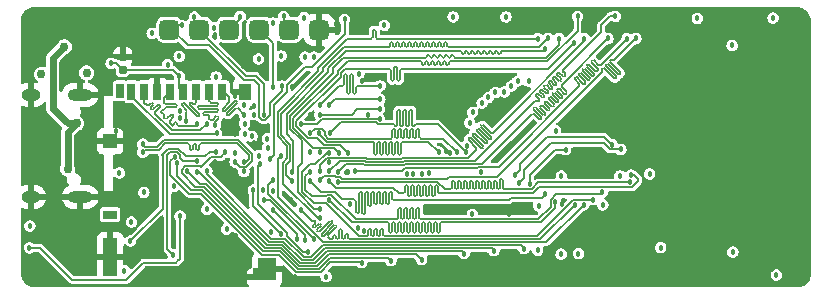
<source format=gbl>
G04 #@! TF.GenerationSoftware,KiCad,Pcbnew,(6.0.11-0)*
G04 #@! TF.CreationDate,2023-02-06T17:09:19+08:00*
G04 #@! TF.ProjectId,us3c,75733363-2e6b-4696-9361-645f70636258,rev?*
G04 #@! TF.SameCoordinates,Original*
G04 #@! TF.FileFunction,Copper,L4,Bot*
G04 #@! TF.FilePolarity,Positive*
%FSLAX46Y46*%
G04 Gerber Fmt 4.6, Leading zero omitted, Abs format (unit mm)*
G04 Created by KiCad (PCBNEW (6.0.11-0)) date 2023-02-06 17:09:19*
%MOMM*%
%LPD*%
G01*
G04 APERTURE LIST*
G04 Aperture macros list*
%AMRoundRect*
0 Rectangle with rounded corners*
0 $1 Rounding radius*
0 $2 $3 $4 $5 $6 $7 $8 $9 X,Y pos of 4 corners*
0 Add a 4 corners polygon primitive as box body*
4,1,4,$2,$3,$4,$5,$6,$7,$8,$9,$2,$3,0*
0 Add four circle primitives for the rounded corners*
1,1,$1+$1,$2,$3*
1,1,$1+$1,$4,$5*
1,1,$1+$1,$6,$7*
1,1,$1+$1,$8,$9*
0 Add four rect primitives between the rounded corners*
20,1,$1+$1,$2,$3,$4,$5,0*
20,1,$1+$1,$4,$5,$6,$7,0*
20,1,$1+$1,$6,$7,$8,$9,0*
20,1,$1+$1,$8,$9,$2,$3,0*%
%AMRotRect*
0 Rectangle, with rotation*
0 The origin of the aperture is its center*
0 $1 length*
0 $2 width*
0 $3 Rotation angle, in degrees counterclockwise*
0 Add horizontal line*
21,1,$1,$2,0,0,$3*%
G04 Aperture macros list end*
G04 #@! TA.AperFunction,ComponentPad*
%ADD10O,1.600000X1.000000*%
G04 #@! TD*
G04 #@! TA.AperFunction,ComponentPad*
%ADD11O,2.100000X1.000000*%
G04 #@! TD*
G04 #@! TA.AperFunction,SMDPad,CuDef*
%ADD12R,0.700000X1.400000*%
G04 #@! TD*
G04 #@! TA.AperFunction,SMDPad,CuDef*
%ADD13R,0.700000X1.200000*%
G04 #@! TD*
G04 #@! TA.AperFunction,SMDPad,CuDef*
%ADD14R,1.200000X0.800000*%
G04 #@! TD*
G04 #@! TA.AperFunction,SMDPad,CuDef*
%ADD15R,1.200000X1.200000*%
G04 #@! TD*
G04 #@! TA.AperFunction,SMDPad,CuDef*
%ADD16RotRect,0.200000X0.200000X135.000000*%
G04 #@! TD*
G04 #@! TA.AperFunction,SMDPad,CuDef*
%ADD17R,1.500000X1.900000*%
G04 #@! TD*
G04 #@! TA.AperFunction,SMDPad,CuDef*
%ADD18R,1.000000X1.400000*%
G04 #@! TD*
G04 #@! TA.AperFunction,SMDPad,CuDef*
%ADD19R,0.500000X0.500000*%
G04 #@! TD*
G04 #@! TA.AperFunction,SMDPad,CuDef*
%ADD20R,1.200000X3.200000*%
G04 #@! TD*
G04 #@! TA.AperFunction,SMDPad,CuDef*
%ADD21RoundRect,0.425000X0.425000X-0.425000X0.425000X0.425000X-0.425000X0.425000X-0.425000X-0.425000X0*%
G04 #@! TD*
G04 #@! TA.AperFunction,SMDPad,CuDef*
%ADD22RoundRect,0.155000X-0.155000X0.212500X-0.155000X-0.212500X0.155000X-0.212500X0.155000X0.212500X0*%
G04 #@! TD*
G04 #@! TA.AperFunction,ViaPad*
%ADD23C,0.457200*%
G04 #@! TD*
G04 #@! TA.AperFunction,ViaPad*
%ADD24C,0.762000*%
G04 #@! TD*
G04 #@! TA.AperFunction,Conductor*
%ADD25C,0.152400*%
G04 #@! TD*
G04 #@! TA.AperFunction,Conductor*
%ADD26C,0.609600*%
G04 #@! TD*
G04 #@! TA.AperFunction,Conductor*
%ADD27C,0.304800*%
G04 #@! TD*
G04 #@! TA.AperFunction,Conductor*
%ADD28C,0.170434*%
G04 #@! TD*
G04 APERTURE END LIST*
D10*
G04 #@! TO.P,J1,S1,SHIELD*
G04 #@! TO.N,GND*
X18809900Y-34647600D03*
D11*
X22989900Y-26007600D03*
X22989900Y-34647600D03*
D10*
X18809900Y-26007600D03*
G04 #@! TD*
D12*
G04 #@! TO.P,J4,1,DAT2*
G04 #@! TO.N,/SD_DAT2*
X35033000Y-25750600D03*
G04 #@! TO.P,J4,2,DAT3/CD*
G04 #@! TO.N,/SD_DAT3*
X33933000Y-25750600D03*
G04 #@! TO.P,J4,3,CMD*
G04 #@! TO.N,/SD_CMD*
X32833000Y-25750600D03*
G04 #@! TO.P,J4,4,VDD*
G04 #@! TO.N,+3V3*
X31733000Y-25750600D03*
G04 #@! TO.P,J4,5,CLK*
G04 #@! TO.N,/SD_CLK*
X30633000Y-25750600D03*
G04 #@! TO.P,J4,6,VSS*
G04 #@! TO.N,GND*
X29533000Y-25750600D03*
G04 #@! TO.P,J4,7,DAT0*
G04 #@! TO.N,/SD_DAT0*
X28433000Y-25750600D03*
G04 #@! TO.P,J4,8,DAT1*
G04 #@! TO.N,/SD_DAT1*
X27333000Y-25750600D03*
D13*
G04 #@! TO.P,J4,9,DET_B*
G04 #@! TO.N,unconnected-(J4-Pad9)*
X26383000Y-25650600D03*
D14*
G04 #@! TO.P,J4,10,DET_A*
G04 #@! TO.N,unconnected-(J4-Pad10)*
X25533000Y-36150600D03*
D15*
G04 #@! TO.P,J4,11,SHIELD*
G04 #@! TO.N,GND*
X25533000Y-29950600D03*
D16*
X38083000Y-41200600D03*
D17*
X38833000Y-40750600D03*
D18*
X36933000Y-25750600D03*
D19*
X37833000Y-41450600D03*
D20*
X25533000Y-39750600D03*
G04 #@! TD*
D21*
G04 #@! TO.P,J2,1,Pin_1*
G04 #@! TO.N,GND*
X43230800Y-20497800D03*
G04 #@! TO.P,J2,2,Pin_2*
G04 #@! TO.N,/JTAG_TDI*
X40690800Y-20497800D03*
G04 #@! TO.P,J2,3,Pin_3*
G04 #@! TO.N,/JTAG_TDO*
X38150800Y-20497800D03*
G04 #@! TO.P,J2,4,Pin_4*
G04 #@! TO.N,/JTAG_TMS*
X35610800Y-20497800D03*
G04 #@! TO.P,J2,5,Pin_5*
G04 #@! TO.N,/JTAG_TCK*
X33070800Y-20497800D03*
G04 #@! TO.P,J2,6,Pin_6*
G04 #@! TO.N,/JTAG_NTRST*
X30530800Y-20497800D03*
G04 #@! TD*
D22*
G04 #@! TO.P,C5,1*
G04 #@! TO.N,GND*
X26593800Y-22775100D03*
G04 #@! TO.P,C5,2*
G04 #@! TO.N,+3V3*
X26593800Y-23910100D03*
G04 #@! TD*
D23*
G04 #@! TO.N,GND*
X59258200Y-36068000D03*
X34470200Y-36464001D03*
X23596600Y-40589200D03*
X37833000Y-41450600D03*
X37685985Y-30065985D03*
X23664100Y-19422300D03*
X46507488Y-37287101D03*
X71709285Y-41727115D03*
X21674550Y-19693350D03*
X37693600Y-26924000D03*
X81187065Y-41842466D03*
X40878085Y-34916137D03*
X18669000Y-19354800D03*
X41212463Y-41393468D03*
X71247000Y-39039800D03*
X78790800Y-37693600D03*
X60706000Y-25527000D03*
X57124600Y-19405600D03*
X36068000Y-26085800D03*
X50520600Y-19431000D03*
X79044800Y-39420800D03*
X20994400Y-38111400D03*
X33287400Y-38442200D03*
X71297800Y-21945600D03*
X60807600Y-19354800D03*
X36779200Y-23596600D03*
X45643800Y-32562800D03*
X28981400Y-38608000D03*
X36071296Y-34109004D03*
X78638400Y-22453600D03*
X35259274Y-32465409D03*
X36093400Y-29311600D03*
X28270200Y-29438600D03*
X22656800Y-22809200D03*
X42468800Y-27686000D03*
X38455600Y-28727400D03*
X18465800Y-41046400D03*
X40919400Y-25323800D03*
X44085606Y-31724100D03*
X32867600Y-35687000D03*
X68723700Y-34400300D03*
X34442233Y-31681201D03*
X69748400Y-29946600D03*
X32673100Y-41766300D03*
X34433516Y-20983150D03*
X31470600Y-27406600D03*
X26035000Y-29032200D03*
X70713600Y-34493200D03*
X44678600Y-20040600D03*
X46863000Y-24841700D03*
X29218000Y-34510600D03*
X69392800Y-26111200D03*
X28295600Y-31597600D03*
X28027600Y-20130800D03*
X30886400Y-37312600D03*
X29235400Y-28854400D03*
X72157050Y-20087050D03*
X52247800Y-19405600D03*
X67386200Y-36017200D03*
X83845400Y-41554400D03*
X54305200Y-30936637D03*
X63776516Y-35252316D03*
X26365200Y-27482800D03*
X40070200Y-24464001D03*
X18796000Y-22809200D03*
X26720800Y-34467800D03*
X44500800Y-41351200D03*
X50774600Y-26212800D03*
X78359000Y-19253200D03*
X36169600Y-37973000D03*
X58928000Y-30835600D03*
X78740000Y-30505400D03*
X29243400Y-32215200D03*
G04 #@! TO.N,/NRESET*
X39039800Y-31445200D03*
X45377100Y-19621500D03*
G04 #@! TO.N,+3V3*
X27330400Y-36779200D03*
X38087400Y-22974400D03*
X54559200Y-19405600D03*
X25603200Y-23342600D03*
X37537763Y-29527718D03*
X35394900Y-37376100D03*
D24*
X19710400Y-24257000D03*
D23*
X31369000Y-22758400D03*
X68681600Y-32867600D03*
X18719800Y-37109400D03*
X46583600Y-24257000D03*
X67233800Y-35331400D03*
X26720800Y-40894000D03*
X65176400Y-39446200D03*
X39319200Y-34112200D03*
X71208900Y-32702500D03*
X38099500Y-31167605D03*
X39167300Y-37592000D03*
X29083000Y-20802600D03*
X81931700Y-41266300D03*
X48742600Y-20116800D03*
X78257400Y-39319200D03*
X31394400Y-24434800D03*
X51892200Y-32690300D03*
X34340800Y-20345400D03*
X59029600Y-19405600D03*
X72136000Y-38938200D03*
X41935400Y-19481800D03*
X56895750Y-32512250D03*
X38836600Y-29718000D03*
X75234800Y-19532600D03*
X56184800Y-36119300D03*
X36902101Y-28451945D03*
X61798200Y-35407600D03*
X50622200Y-32690300D03*
X81661000Y-19507200D03*
X42470200Y-30887800D03*
X26314400Y-32613600D03*
X78181200Y-21818600D03*
X39316232Y-19926738D03*
X45796200Y-35258101D03*
X43815000Y-41402000D03*
X42037000Y-22809200D03*
X63246000Y-29057600D03*
X47345600Y-27686500D03*
X63728600Y-32893000D03*
D24*
G04 #@! TO.N,+5V*
X21920200Y-32283400D03*
X22682200Y-28422600D03*
D23*
X61722000Y-39166800D03*
D24*
X21640800Y-21945600D03*
D23*
G04 #@! TO.N,+1V8*
X38455100Y-34081201D03*
X34491799Y-24485600D03*
X63703200Y-39497000D03*
X36070200Y-30898401D03*
X46990500Y-37567100D03*
X42799000Y-22809200D03*
X36904600Y-29298401D03*
X43304600Y-30886388D03*
X30896570Y-33766770D03*
X31474343Y-27964890D03*
X28371800Y-34264600D03*
X37704600Y-27698401D03*
X33715936Y-35696596D03*
X36870200Y-26864001D03*
D24*
X23545800Y-24155400D03*
D23*
X36858929Y-32494887D03*
X40005000Y-22707600D03*
X30387100Y-23460900D03*
X38887400Y-30481201D03*
G04 #@! TO.N,/BUS_DAT6*
X55966937Y-28382536D03*
X57023000Y-26695400D03*
G04 #@! TO.N,/BUS_DAT1*
X52524355Y-32617660D03*
X60020200Y-24841200D03*
G04 #@! TO.N,/BUS_ADR13*
X45695858Y-30936137D03*
X64795400Y-21615400D03*
G04 #@! TO.N,/BUS_ADR6*
X46223092Y-32456292D03*
X69291200Y-21259800D03*
G04 #@! TO.N,/BUS_ADR2*
X68757800Y-30632400D03*
X60147200Y-33477200D03*
G04 #@! TO.N,/BUS_DAT5*
X55712908Y-30331496D03*
X57556400Y-26212300D03*
G04 #@! TO.N,/BUS_DAT0*
X60960000Y-24866600D03*
X51206400Y-32690300D03*
G04 #@! TO.N,/BUS_ADR24*
X44094400Y-30911800D03*
X66395600Y-34874200D03*
G04 #@! TO.N,/BUS_ADR12*
X65100200Y-19354800D03*
X44903901Y-30908595D03*
G04 #@! TO.N,/BUS_ADR8*
X44845681Y-32537900D03*
X67665600Y-21234400D03*
G04 #@! TO.N,/BUS_ADR4*
X44856400Y-33350200D03*
X69570600Y-33426400D03*
G04 #@! TO.N,/DRAM_NSRAS*
X61061600Y-33578800D03*
X64084200Y-30657800D03*
G04 #@! TO.N,/DRAM_DQMU*
X43332566Y-36481201D03*
X61722000Y-21259800D03*
G04 #@! TO.N,/BUS_DAT12*
X48361600Y-26391600D03*
X44069000Y-26899601D03*
G04 #@! TO.N,/BUS_DAT7*
X56210200Y-27482800D03*
G04 #@! TO.N,/BUS_DAT4*
X58140600Y-25803900D03*
X55651400Y-30886400D03*
X44132567Y-29281200D03*
G04 #@! TO.N,/BUS_ADR7*
X44094400Y-32474201D03*
X68300600Y-19354800D03*
G04 #@! TO.N,/BUS_ADR3*
X69608700Y-32791400D03*
X44069000Y-33299400D03*
G04 #@! TO.N,/DRAM_NSCAS*
X44069000Y-34874200D03*
X63220600Y-35052000D03*
G04 #@! TO.N,/BUS_DAT14*
X48387000Y-25247600D03*
X43256200Y-26898600D03*
G04 #@! TO.N,/BUS_DAT10*
X43281600Y-27686000D03*
X48336200Y-27203400D03*
G04 #@! TO.N,/BUS_DAT2*
X59486800Y-25273000D03*
X53340000Y-30861000D03*
X43239369Y-29277631D03*
G04 #@! TO.N,/BUS_ADR10*
X43309095Y-32459079D03*
X65684400Y-21259800D03*
G04 #@! TO.N,/BUS_ADR5*
X43300785Y-33250573D03*
X70027800Y-21234400D03*
G04 #@! TO.N,/BUS_ADR1*
X59817000Y-32816800D03*
X67995800Y-30226000D03*
G04 #@! TO.N,/DRAM_SCKE*
X63525400Y-21259800D03*
X43309308Y-35659292D03*
G04 #@! TO.N,/BUS_DAT3*
X58902600Y-25755600D03*
X42468800Y-29235400D03*
X54864000Y-30886400D03*
G04 #@! TO.N,/BUS_ADR23*
X40005000Y-31191200D03*
X65608200Y-35331400D03*
G04 #@! TO.N,/BUS_ADR11*
X67208400Y-34238700D03*
X42443400Y-32537400D03*
G04 #@! TO.N,/BUS_NWE*
X42468800Y-33299400D03*
X62382400Y-34442400D03*
G04 #@! TO.N,/BUS_DAT8*
X48336200Y-28058101D03*
X41695549Y-28517389D03*
G04 #@! TO.N,/DRAM_SCLK*
X40919400Y-33324800D03*
X62611000Y-21221202D03*
G04 #@! TO.N,/DRAM_CS*
X64871600Y-35306000D03*
X41656000Y-35737800D03*
G04 #@! TO.N,/BUS_ADR9*
X62382400Y-22098000D03*
X40894000Y-32512000D03*
G04 #@! TO.N,/BUS_NWAIT*
X42236781Y-39314466D03*
X38201600Y-31851600D03*
G04 #@! TO.N,/JTAG_NTRST*
X40081200Y-25273000D03*
X31588843Y-20130574D03*
G04 #@! TO.N,/JTAG_TCK*
X32664400Y-19431000D03*
X38532567Y-27681201D03*
G04 #@! TO.N,/JTAG_TDI*
X40208200Y-19354800D03*
G04 #@! TO.N,/JTAG_TMS*
X36525200Y-19380200D03*
G04 #@! TO.N,/JTAG_TDO*
X39299352Y-25313335D03*
G04 #@! TO.N,/USB_DP*
X28295600Y-30861000D03*
X36822529Y-31664553D03*
G04 #@! TO.N,/USB_DN*
X28295600Y-30175200D03*
X36111194Y-31689384D03*
G04 #@! TO.N,/GPIO_G12*
X33708226Y-32458207D03*
X60553600Y-39039800D03*
G04 #@! TO.N,/GPIO_G0*
X34467800Y-30861000D03*
X27228800Y-38379400D03*
G04 #@! TO.N,/GPIO_G9*
X30861000Y-39547800D03*
X32892370Y-31630352D03*
G04 #@! TO.N,/GPIO_G14*
X58013600Y-39192200D03*
X32887402Y-32526369D03*
G04 #@! TO.N,/GPIO_G13*
X55499000Y-39446200D03*
X32054800Y-32461200D03*
G04 #@! TO.N,/NAND_ALE*
X38532568Y-34881200D03*
X42037000Y-38277800D03*
G04 #@! TO.N,/NAND_NFWE*
X41325800Y-38201600D03*
X39287399Y-35726368D03*
G04 #@! TO.N,/NAND_CLE*
X39319200Y-33248600D03*
X42754136Y-38248166D03*
G04 #@! TO.N,/SPI0_CLK*
X35280600Y-30886400D03*
X51892200Y-39975035D03*
G04 #@! TO.N,/NAND_RNB*
X39979600Y-37769800D03*
X37642232Y-34081202D03*
G04 #@! TO.N,/SPI0_MISO*
X49301400Y-40055800D03*
X31181780Y-31816780D03*
G04 #@! TO.N,/SPI0_MOSI*
X46812200Y-40208200D03*
X31013400Y-31267400D03*
G04 #@! TO.N,/SD_DAT1*
X34532568Y-29281203D03*
G04 #@! TO.N,/SD_CMD*
X31971002Y-28219900D03*
G04 #@! TO.N,/SD_DAT2*
X36880800Y-27686000D03*
G04 #@! TO.N,/SD_DAT0*
X33687399Y-28481202D03*
G04 #@! TO.N,/SD_DAT3*
X34442400Y-28524200D03*
G04 #@! TO.N,/SD_CLK*
X32875626Y-28448880D03*
G04 #@! TO.N,/OM0*
X18694400Y-38963600D03*
X31445200Y-36271200D03*
G04 #@! TD*
D25*
G04 #@! TO.N,GND*
X26035000Y-29448600D02*
X26035000Y-29032200D01*
X25533000Y-39750600D02*
X24435200Y-39750600D01*
X38533000Y-40750600D02*
X37833000Y-41450600D01*
X38833000Y-40750600D02*
X38533000Y-40750600D01*
X25533000Y-29950600D02*
X26035000Y-29448600D01*
X24435200Y-39750600D02*
X23596600Y-40589200D01*
G04 #@! TO.N,/NRESET*
X40487600Y-25171400D02*
X40487600Y-25806400D01*
X42577620Y-23640180D02*
X42018820Y-23640180D01*
X45377100Y-20840700D02*
X42577620Y-23640180D01*
X40487600Y-25806400D02*
X39395400Y-26898600D01*
X45377100Y-19621500D02*
X45377100Y-20840700D01*
X39395400Y-26898600D02*
X39395400Y-31089600D01*
X42018820Y-23640180D02*
X40487600Y-25171400D01*
X39395400Y-31089600D02*
X39039800Y-31445200D01*
G04 #@! TO.N,+3V3*
X25603200Y-23342600D02*
X26026300Y-23342600D01*
X26026300Y-23342600D02*
X26593800Y-23910100D01*
X26593800Y-23910100D02*
X30869700Y-23910100D01*
X31394400Y-24434800D02*
X31394400Y-25412000D01*
X30869700Y-23910100D02*
X31394400Y-24434800D01*
X31394400Y-25412000D02*
X31733000Y-25750600D01*
D26*
G04 #@! TO.N,+5V*
X21920200Y-32283400D02*
X21920200Y-29184600D01*
X20675600Y-22910800D02*
X21640800Y-21945600D01*
X22626068Y-28422600D02*
X21920200Y-28422600D01*
X21920200Y-29184600D02*
X22682200Y-28422600D01*
X20675600Y-27178000D02*
X20675600Y-22910800D01*
X21920200Y-28422600D02*
X20675600Y-27178000D01*
D27*
X22682200Y-28422600D02*
X22626068Y-28422600D01*
D25*
G04 #@! TO.N,/BUS_ADR13*
X45054649Y-24465151D02*
X45054649Y-24134951D01*
X62611000Y-23799800D02*
X64795400Y-21615400D01*
X43027599Y-29641800D02*
X42243810Y-29641800D01*
X41289149Y-28687139D02*
X41289149Y-28230651D01*
X49809400Y-23711458D02*
X49809400Y-24699484D01*
X45389800Y-23799800D02*
X49174400Y-23799800D01*
X44986209Y-30226488D02*
X43612287Y-30226488D01*
X41289149Y-28230651D02*
X45054649Y-24465151D01*
X45054649Y-24134951D02*
X45389800Y-23799800D01*
X49301400Y-23926800D02*
X49301400Y-24699484D01*
X42243810Y-29641800D02*
X41289149Y-28687139D01*
X43612287Y-30226488D02*
X43027599Y-29641800D01*
X45695858Y-30936137D02*
X44986209Y-30226488D01*
X49555400Y-24699484D02*
X49555400Y-23711458D01*
X50063400Y-24699484D02*
X50063400Y-23926800D01*
X50190400Y-23799800D02*
X62611000Y-23799800D01*
X49643742Y-23623116D02*
X49721058Y-23623116D01*
X49643742Y-23623200D02*
G75*
G03*
X49555400Y-23711458I-42J-88300D01*
G01*
X49555384Y-24699484D02*
G75*
G02*
X49428400Y-24826484I-126984J-16D01*
G01*
X49809484Y-23711458D02*
G75*
G03*
X49721058Y-23623116I-88384J-42D01*
G01*
X49428400Y-24826500D02*
G75*
G02*
X49301400Y-24699484I0J127000D01*
G01*
X50063384Y-24699484D02*
G75*
G02*
X49936400Y-24826484I-126984J-16D01*
G01*
X50190400Y-23799800D02*
G75*
G03*
X50063400Y-23926800I0J-127000D01*
G01*
X49936400Y-24826500D02*
G75*
G02*
X49809400Y-24699484I0J127000D01*
G01*
X49301400Y-23926800D02*
G75*
G03*
X49174400Y-23799800I-127000J0D01*
G01*
G04 #@! TO.N,/BUS_ADR6*
X65252601Y-25118796D02*
X64844309Y-24710502D01*
X65765752Y-24913525D02*
X65701612Y-24849385D01*
X65432207Y-24939191D02*
X65586147Y-25093131D01*
X66833126Y-23825634D02*
X66833127Y-23825634D01*
X66761285Y-24005241D02*
X66761285Y-24005240D01*
X67048657Y-23502348D02*
X67048655Y-23502347D01*
X65701612Y-24849385D02*
X65203519Y-24351292D01*
X66833127Y-23825634D02*
X66281151Y-23273659D01*
X65023914Y-24530898D02*
X65432207Y-24939191D01*
X65203520Y-24171687D02*
X65203520Y-24171686D01*
X64844308Y-24530897D02*
X64844308Y-24530898D01*
X66124963Y-24554314D02*
X66060823Y-24490174D01*
X66761285Y-24005240D02*
X66833127Y-23933397D01*
X66432847Y-24374709D02*
X66484174Y-24323381D01*
X65921942Y-23453265D02*
X65921942Y-23453264D01*
X65562731Y-23812476D02*
X65562731Y-23812475D01*
X66101548Y-23453264D02*
X66599644Y-23951362D01*
X58445152Y-32105850D02*
X65252600Y-25298400D01*
X56626063Y-32207200D02*
X56727413Y-32105850D01*
X66240433Y-24310573D02*
X66304569Y-24374709D01*
X67048655Y-23502347D02*
X69291200Y-21259800D01*
X66420034Y-24130963D02*
X65921941Y-23632870D01*
X66073636Y-24733920D02*
X66124963Y-24682592D01*
X56727413Y-32105850D02*
X58445152Y-32105850D01*
X66599644Y-23951362D02*
X66653522Y-24005240D01*
X46223092Y-32456292D02*
X50271508Y-32456292D01*
X65252600Y-25118796D02*
X65252601Y-25118796D01*
X66281152Y-23094054D02*
X66281152Y-23094053D01*
X66460758Y-23094053D02*
X66869051Y-23502348D01*
X66484174Y-24195103D02*
X66420034Y-24130963D01*
X65742337Y-23812475D02*
X66240433Y-24310573D01*
X66060823Y-24490174D02*
X65562730Y-23992081D01*
X65714425Y-25093131D02*
X65765752Y-25041803D01*
X65383126Y-24171686D02*
X65881222Y-24669784D01*
X50520600Y-32207200D02*
X56626063Y-32207200D01*
X65881222Y-24669784D02*
X65945358Y-24733920D01*
X50271508Y-32456292D02*
X50520600Y-32207200D01*
X66460758Y-23094053D02*
G75*
G03*
X66281152Y-23094053I-89803J-89805D01*
G01*
X65562753Y-23812498D02*
G75*
G03*
X65562731Y-23992080I89747J-89802D01*
G01*
X66073635Y-24733919D02*
G75*
G02*
X65945359Y-24733919I-64138J64139D01*
G01*
X66761281Y-24005237D02*
G75*
G02*
X66653522Y-24005240I-53881J53837D01*
G01*
X66124915Y-24554362D02*
G75*
G02*
X66124962Y-24682591I-64115J-64138D01*
G01*
X66484216Y-24195062D02*
G75*
G02*
X66484174Y-24323381I-64216J-64138D01*
G01*
X65765715Y-24913562D02*
G75*
G02*
X65765751Y-25041802I-64115J-64138D01*
G01*
X66833142Y-23825618D02*
G75*
G02*
X66833127Y-23933397I-53942J-53882D01*
G01*
X64844309Y-24530898D02*
G75*
G03*
X64844309Y-24710502I89791J-89802D01*
G01*
X65203530Y-24171697D02*
G75*
G03*
X65203519Y-24351292I89770J-89803D01*
G01*
X66101548Y-23453264D02*
G75*
G03*
X65921942Y-23453264I-89803J-89805D01*
G01*
X65742337Y-23812475D02*
G75*
G03*
X65562731Y-23812475I-89803J-89805D01*
G01*
X65023914Y-24530898D02*
G75*
G03*
X64844308Y-24530898I-89803J-89798D01*
G01*
X65252598Y-25118798D02*
G75*
G02*
X65252600Y-25298400I-89798J-89802D01*
G01*
X65921974Y-23453297D02*
G75*
G03*
X65921941Y-23632870I89726J-89803D01*
G01*
X67048657Y-23502348D02*
G75*
G02*
X66869051Y-23502348I-89803J89805D01*
G01*
X65383126Y-24171686D02*
G75*
G03*
X65203520Y-24171686I-89803J-89805D01*
G01*
X66432846Y-24374708D02*
G75*
G02*
X66304570Y-24374708I-64138J64139D01*
G01*
X65714424Y-25093130D02*
G75*
G02*
X65586148Y-25093130I-64138J64139D01*
G01*
X66281195Y-23094097D02*
G75*
G03*
X66281151Y-23273659I89805J-89803D01*
G01*
G04 #@! TO.N,/BUS_ADR2*
X67319463Y-30124400D02*
X67827463Y-30632400D01*
X62839600Y-30124400D02*
X67319463Y-30124400D01*
X60147200Y-33477200D02*
X60604400Y-33020000D01*
X67827463Y-30632400D02*
X68757800Y-30632400D01*
X60604400Y-32359600D02*
X62839600Y-30124400D01*
X60604400Y-33020000D02*
X60604400Y-32359600D01*
G04 #@! TO.N,/BUS_ADR24*
X47904400Y-37846000D02*
X47904400Y-37438818D01*
X47650400Y-37438818D02*
X47650400Y-37846000D01*
X42443400Y-31877000D02*
X41808400Y-32512000D01*
X44094400Y-30911800D02*
X43865800Y-30911800D01*
X42900600Y-31877000D02*
X42443400Y-31877000D01*
X46583600Y-37973000D02*
X47269400Y-37973000D01*
X48666400Y-37438818D02*
X48666400Y-37846000D01*
X47396400Y-37846000D02*
X47396400Y-37438818D01*
X48412400Y-37846000D02*
X48412400Y-37438818D01*
X48158400Y-37438818D02*
X48158400Y-37846000D01*
X43789600Y-35179000D02*
X46583600Y-37973000D01*
X42748200Y-35179000D02*
X43789600Y-35179000D01*
X48793400Y-37973000D02*
X61629863Y-37973000D01*
X43865800Y-30911800D02*
X42900600Y-31877000D01*
X61629863Y-37973000D02*
X64728663Y-34874200D01*
X64728663Y-34874200D02*
X66395600Y-34874200D01*
X41808400Y-34239200D02*
X42748200Y-35179000D01*
X41808400Y-32512000D02*
X41808400Y-34239200D01*
X47523400Y-37311800D02*
G75*
G03*
X47396400Y-37438818I0J-127000D01*
G01*
X48158382Y-37438818D02*
G75*
G03*
X48031400Y-37311818I-126982J18D01*
G01*
X48412400Y-37846000D02*
G75*
G02*
X48285400Y-37973000I-127000J0D01*
G01*
X48793400Y-37973000D02*
G75*
G02*
X48666400Y-37846000I0J127000D01*
G01*
X47650382Y-37438818D02*
G75*
G03*
X47523400Y-37311818I-126982J18D01*
G01*
X48539400Y-37311800D02*
G75*
G03*
X48412400Y-37438818I0J-127000D01*
G01*
X48031400Y-37311800D02*
G75*
G03*
X47904400Y-37438818I0J-127000D01*
G01*
X47396400Y-37846000D02*
G75*
G02*
X47269400Y-37973000I-127000J0D01*
G01*
X48285400Y-37973000D02*
G75*
G02*
X48158400Y-37846000I0J127000D01*
G01*
X48666382Y-37438818D02*
G75*
G03*
X48539400Y-37311818I-126982J18D01*
G01*
X47904400Y-37846000D02*
G75*
G02*
X47777400Y-37973000I-127000J0D01*
G01*
X47777400Y-37973000D02*
G75*
G02*
X47650400Y-37846000I0J127000D01*
G01*
G04 #@! TO.N,/BUS_ADR12*
X54192705Y-23383161D02*
X54192705Y-23277295D01*
X52160705Y-23383161D02*
X52160705Y-23277295D01*
X53430705Y-23277295D02*
X53430705Y-23383161D01*
X51906705Y-23277295D02*
X51906705Y-23383161D01*
X44801077Y-24236123D02*
X44801077Y-23978513D01*
X45629295Y-23150295D02*
X51779705Y-23150295D01*
X53176705Y-23383161D02*
X53176705Y-23277295D01*
X54319705Y-23150295D02*
X62549305Y-23150295D01*
X44475794Y-30480488D02*
X42723288Y-30480488D01*
X52668705Y-23383161D02*
X52668705Y-23277295D01*
X53684705Y-23383161D02*
X53684705Y-23277295D01*
X41035149Y-28792349D02*
X41035149Y-28002051D01*
X53938705Y-23277295D02*
X53938705Y-23383161D01*
X52922705Y-23277295D02*
X52922705Y-23383161D01*
X52414705Y-23277295D02*
X52414705Y-23383161D01*
X62549305Y-23150295D02*
X65100200Y-20599400D01*
X65100200Y-20599400D02*
X65100200Y-19354800D01*
X44903901Y-30908595D02*
X44475794Y-30480488D01*
X41035149Y-28002051D02*
X44801077Y-24236123D01*
X42723288Y-30480488D02*
X41035149Y-28792349D01*
X44801077Y-23978513D02*
X45629295Y-23150295D01*
X54319705Y-23150305D02*
G75*
G03*
X54192705Y-23277295I-5J-126995D01*
G01*
X53303705Y-23150305D02*
G75*
G03*
X53176705Y-23277295I-5J-126995D01*
G01*
X52668661Y-23383161D02*
G75*
G02*
X52541705Y-23510161I-126961J-39D01*
G01*
X52033705Y-23510195D02*
G75*
G02*
X51906705Y-23383161I-5J126995D01*
G01*
X52541705Y-23510195D02*
G75*
G02*
X52414705Y-23383161I-5J126995D01*
G01*
X52795705Y-23150305D02*
G75*
G03*
X52668705Y-23277295I-5J-126995D01*
G01*
X53176661Y-23383161D02*
G75*
G02*
X53049705Y-23510161I-126961J-39D01*
G01*
X52160661Y-23383161D02*
G75*
G02*
X52033705Y-23510161I-126961J-39D01*
G01*
X53430705Y-23277295D02*
G75*
G03*
X53303705Y-23150295I-127005J-5D01*
G01*
X53684661Y-23383161D02*
G75*
G02*
X53557705Y-23510161I-126961J-39D01*
G01*
X51906705Y-23277295D02*
G75*
G03*
X51779705Y-23150295I-127005J-5D01*
G01*
X54192661Y-23383161D02*
G75*
G02*
X54065705Y-23510161I-126961J-39D01*
G01*
X53938705Y-23277295D02*
G75*
G03*
X53811705Y-23150295I-127005J-5D01*
G01*
X54065705Y-23510195D02*
G75*
G02*
X53938705Y-23383161I-5J126995D01*
G01*
X52922705Y-23277295D02*
G75*
G03*
X52795705Y-23150295I-127005J-5D01*
G01*
X53811705Y-23150305D02*
G75*
G03*
X53684705Y-23277295I-5J-126995D01*
G01*
X53557705Y-23510195D02*
G75*
G02*
X53430705Y-23383161I-5J126995D01*
G01*
X53049705Y-23510195D02*
G75*
G02*
X52922705Y-23383161I-5J126995D01*
G01*
X52287705Y-23150305D02*
G75*
G03*
X52160705Y-23277295I-5J-126995D01*
G01*
X52414705Y-23277295D02*
G75*
G03*
X52287705Y-23150295I-127005J-5D01*
G01*
G04 #@! TO.N,/BUS_ADR8*
X63753877Y-25146120D02*
X63917816Y-24982184D01*
X62710724Y-27156261D02*
X62317033Y-26762570D01*
X62855850Y-26223755D02*
X63249540Y-26617445D01*
X62710723Y-27335868D02*
X62710724Y-27335867D01*
X62137427Y-26942177D02*
X62137428Y-26942177D01*
X62317033Y-26582964D02*
X62317034Y-26582966D01*
X45517863Y-31850537D02*
X46967147Y-31850537D01*
X61378869Y-27081647D02*
X61378869Y-27081646D01*
X63035454Y-25864543D02*
X63035455Y-25864542D01*
X61419005Y-27660600D02*
X61812695Y-28054290D01*
X61419004Y-27660600D02*
X61419005Y-27660600D01*
X44845681Y-32537900D02*
X44845681Y-32522719D01*
X64147567Y-25899024D02*
X64147568Y-25899023D01*
X62676244Y-26223753D02*
X62676245Y-26223755D01*
X50389990Y-31978600D02*
X50518053Y-31850537D01*
X63788356Y-26258235D02*
X63788357Y-26258234D01*
X44845681Y-32522719D02*
X45517863Y-31850537D01*
X61957822Y-26942175D02*
X61957823Y-26942177D01*
X63215060Y-25864544D02*
X63215061Y-25864544D01*
X63574271Y-25505333D02*
X63574272Y-25505333D01*
X62855849Y-26223755D02*
X62855850Y-26223755D01*
X63753876Y-25146121D02*
X63753877Y-25146120D01*
X63574272Y-25505333D02*
X63967962Y-25899023D01*
X62137428Y-26942177D02*
X62531118Y-27335867D01*
X64147568Y-25719417D02*
X63753877Y-25325726D01*
X61992300Y-28054291D02*
X61992301Y-28054290D01*
X62351513Y-27515472D02*
X61957822Y-27121781D01*
X62496639Y-26582966D02*
X62890329Y-26976656D01*
X61558475Y-27081646D02*
X61688416Y-27211587D01*
X57049463Y-31850537D02*
X61239400Y-27660600D01*
X63035455Y-25864542D02*
X63035456Y-25864544D01*
X61598610Y-27480993D02*
X61378868Y-27261252D01*
X62317032Y-26582965D02*
X62317033Y-26582964D01*
X63069935Y-26797050D02*
X62676244Y-26403359D01*
X47095210Y-31978600D02*
X50389990Y-31978600D01*
X63394666Y-25505331D02*
X63394667Y-25505333D01*
X50518053Y-31850537D02*
X57049463Y-31850537D01*
X63429146Y-26437839D02*
X63035455Y-26044148D01*
X63215061Y-25864544D02*
X63608751Y-26258234D01*
X61688416Y-27211587D02*
X62171908Y-27695078D01*
X63069934Y-26976657D02*
X63069935Y-26976656D01*
X62496638Y-26582966D02*
X62496639Y-26582966D01*
X62351514Y-27695078D02*
X62351513Y-27695078D01*
X63394665Y-25505332D02*
X63394666Y-25505331D01*
X61992301Y-27874684D02*
X61598610Y-27480993D01*
X62676243Y-26223754D02*
X62676244Y-26223753D01*
X63788357Y-26078628D02*
X63394666Y-25684937D01*
X46967147Y-31850537D02*
X47095210Y-31978600D01*
X63429145Y-26617446D02*
X63429146Y-26617445D01*
X63917816Y-24982184D02*
X67665600Y-21234400D01*
X61957821Y-26942176D02*
X61957822Y-26942175D01*
X62496637Y-26582967D02*
G75*
G03*
X62317035Y-26582967I-89801J-89802D01*
G01*
X61378820Y-27081598D02*
G75*
G03*
X61378869Y-27261251I89880J-89802D01*
G01*
X61419003Y-27660601D02*
G75*
G03*
X61239401Y-27660601I-89801J-89802D01*
G01*
X62710688Y-27156297D02*
G75*
G02*
X62710724Y-27335867I-89788J-89803D01*
G01*
X63429101Y-26617402D02*
G75*
G02*
X63249541Y-26617444I-89801J89802D01*
G01*
X61558475Y-27081646D02*
G75*
G03*
X61378869Y-27081646I-89803J-89805D01*
G01*
X63394631Y-25505298D02*
G75*
G03*
X63394666Y-25684937I89869J-89802D01*
G01*
X63215059Y-25864545D02*
G75*
G03*
X63035457Y-25864545I-89801J-89802D01*
G01*
X63574270Y-25505334D02*
G75*
G03*
X63394668Y-25505334I-89801J-89802D01*
G01*
X63069888Y-26797097D02*
G75*
G02*
X63069935Y-26976656I-89788J-89803D01*
G01*
X63753853Y-25146098D02*
G75*
G03*
X63753877Y-25325726I89847J-89802D01*
G01*
X63429187Y-26437798D02*
G75*
G02*
X63429145Y-26617444I-89887J-89802D01*
G01*
X63788402Y-26258281D02*
G75*
G02*
X63608751Y-26258234I-89802J89881D01*
G01*
X63069901Y-26976624D02*
G75*
G02*
X62890330Y-26976655I-89801J89724D01*
G01*
X61957843Y-26942198D02*
G75*
G03*
X61957822Y-27121781I89757J-89802D01*
G01*
X61992301Y-28054292D02*
G75*
G02*
X61812696Y-28054289I-89801J89792D01*
G01*
X62710702Y-27335847D02*
G75*
G02*
X62531118Y-27335867I-89802J89747D01*
G01*
X62137426Y-26942178D02*
G75*
G03*
X61957824Y-26942178I-89801J-89802D01*
G01*
X62855848Y-26223756D02*
G75*
G03*
X62676246Y-26223756I-89801J-89802D01*
G01*
X62351488Y-27515497D02*
G75*
G02*
X62351513Y-27695078I-89788J-89803D01*
G01*
X63788388Y-26078597D02*
G75*
G02*
X63788357Y-26258234I-89788J-89803D01*
G01*
X62351513Y-27695077D02*
G75*
G02*
X62171909Y-27695077I-89802J89801D01*
G01*
X63035409Y-25864498D02*
G75*
G03*
X63035455Y-26044148I89891J-89802D01*
G01*
X64147602Y-25899059D02*
G75*
G02*
X63967962Y-25899023I-89802J89859D01*
G01*
X64147588Y-25719397D02*
G75*
G02*
X64147568Y-25899023I-89788J-89803D01*
G01*
X62317066Y-26582999D02*
G75*
G03*
X62317034Y-26762569I89734J-89801D01*
G01*
X61992288Y-27874697D02*
G75*
G02*
X61992301Y-28054290I-89788J-89803D01*
G01*
X62676287Y-26223798D02*
G75*
G03*
X62676244Y-26403359I89713J-89802D01*
G01*
G04 #@! TO.N,/BUS_ADR4*
X58750200Y-33239114D02*
X58750200Y-33858200D01*
X56718200Y-33389114D02*
X56718200Y-33858200D01*
X54686200Y-33389114D02*
X54686200Y-33858200D01*
X54432200Y-33858200D02*
X54432200Y-33389114D01*
X55702200Y-33389114D02*
X55702200Y-33858200D01*
X58877200Y-33985200D02*
X59935598Y-33985200D01*
X55956200Y-33858200D02*
X55956200Y-33389114D01*
X57480200Y-33858200D02*
X57480200Y-33389114D01*
X58242200Y-33389114D02*
X58242200Y-33858200D01*
X58496200Y-33858200D02*
X58496200Y-33239114D01*
X57988200Y-33858200D02*
X57988200Y-33389114D01*
X61788737Y-33426400D02*
X69570600Y-33426400D01*
X56972200Y-33858200D02*
X56972200Y-33389114D01*
X56464200Y-33858200D02*
X56464200Y-33389114D01*
X57226200Y-33389114D02*
X57226200Y-33858200D01*
X56210200Y-33389114D02*
X56210200Y-33858200D01*
X53873627Y-33985200D02*
X54305200Y-33985200D01*
X54940200Y-33858200D02*
X54940200Y-33389114D01*
X53238627Y-33350200D02*
X53873627Y-33985200D01*
X55448200Y-33858200D02*
X55448200Y-33389114D01*
X59935598Y-33985200D02*
X61229937Y-33985200D01*
X57734200Y-33389114D02*
X57734200Y-33858200D01*
X44856400Y-33350200D02*
X53238627Y-33350200D01*
X61229937Y-33985200D02*
X61788737Y-33426400D01*
X55194200Y-33389114D02*
X55194200Y-33858200D01*
X57480200Y-33858200D02*
G75*
G02*
X57353200Y-33985200I-127000J0D01*
G01*
X54940200Y-33858200D02*
G75*
G02*
X54813200Y-33985200I-127000J0D01*
G01*
X56083200Y-33262100D02*
G75*
G03*
X55956200Y-33389114I0J-127000D01*
G01*
X55829200Y-33985200D02*
G75*
G02*
X55702200Y-33858200I0J127000D01*
G01*
X58623200Y-33112100D02*
G75*
G03*
X58496200Y-33239114I0J-127000D01*
G01*
X56464200Y-33858200D02*
G75*
G02*
X56337200Y-33985200I-127000J0D01*
G01*
X58496200Y-33858200D02*
G75*
G02*
X58369200Y-33985200I-127000J0D01*
G01*
X57988200Y-33858200D02*
G75*
G02*
X57861200Y-33985200I-127000J0D01*
G01*
X57226186Y-33389114D02*
G75*
G03*
X57099200Y-33262114I-126986J14D01*
G01*
X54559200Y-33262100D02*
G75*
G03*
X54432200Y-33389114I0J-127000D01*
G01*
X58115200Y-33262100D02*
G75*
G03*
X57988200Y-33389114I0J-127000D01*
G01*
X57861200Y-33985200D02*
G75*
G02*
X57734200Y-33858200I0J127000D01*
G01*
X54686186Y-33389114D02*
G75*
G03*
X54559200Y-33262114I-126986J14D01*
G01*
X56845200Y-33985200D02*
G75*
G02*
X56718200Y-33858200I0J127000D01*
G01*
X55194186Y-33389114D02*
G75*
G03*
X55067200Y-33262114I-126986J14D01*
G01*
X56210186Y-33389114D02*
G75*
G03*
X56083200Y-33262114I-126986J14D01*
G01*
X58877200Y-33985200D02*
G75*
G02*
X58750200Y-33858200I0J127000D01*
G01*
X56718186Y-33389114D02*
G75*
G03*
X56591200Y-33262114I-126986J14D01*
G01*
X55575200Y-33262100D02*
G75*
G03*
X55448200Y-33389114I0J-127000D01*
G01*
X55321200Y-33985200D02*
G75*
G02*
X55194200Y-33858200I0J127000D01*
G01*
X55448200Y-33858200D02*
G75*
G02*
X55321200Y-33985200I-127000J0D01*
G01*
X58369200Y-33985200D02*
G75*
G02*
X58242200Y-33858200I0J127000D01*
G01*
X55956200Y-33858200D02*
G75*
G02*
X55829200Y-33985200I-127000J0D01*
G01*
X57353200Y-33985200D02*
G75*
G02*
X57226200Y-33858200I0J127000D01*
G01*
X58750186Y-33239114D02*
G75*
G03*
X58623200Y-33112114I-126986J14D01*
G01*
X58242186Y-33389114D02*
G75*
G03*
X58115200Y-33262114I-126986J14D01*
G01*
X54432200Y-33858200D02*
G75*
G02*
X54305200Y-33985200I-127000J0D01*
G01*
X54813200Y-33985200D02*
G75*
G02*
X54686200Y-33858200I0J127000D01*
G01*
X56337200Y-33985200D02*
G75*
G02*
X56210200Y-33858200I0J127000D01*
G01*
X57099200Y-33262100D02*
G75*
G03*
X56972200Y-33389114I0J-127000D01*
G01*
X55702186Y-33389114D02*
G75*
G03*
X55575200Y-33262114I-126986J14D01*
G01*
X57607200Y-33262100D02*
G75*
G03*
X57480200Y-33389114I0J-127000D01*
G01*
X56591200Y-33262100D02*
G75*
G03*
X56464200Y-33389114I0J-127000D01*
G01*
X57734186Y-33389114D02*
G75*
G03*
X57607200Y-33262114I-126986J14D01*
G01*
X55067200Y-33262100D02*
G75*
G03*
X54940200Y-33389114I0J-127000D01*
G01*
X56972200Y-33858200D02*
G75*
G02*
X56845200Y-33985200I-127000J0D01*
G01*
G04 #@! TO.N,/DRAM_NSRAS*
X63169800Y-30657800D02*
X64084200Y-30657800D01*
X61061600Y-33578800D02*
X61061600Y-32766000D01*
X61061600Y-32766000D02*
X63169800Y-30657800D01*
G04 #@! TO.N,/DRAM_DQMU*
X39700200Y-29489400D02*
X39700200Y-27432000D01*
X39700200Y-27432000D02*
X43154600Y-23977600D01*
X45593000Y-21259800D02*
X47625000Y-21259800D01*
X48133000Y-21259800D02*
X61722000Y-21259800D01*
X40132000Y-31800800D02*
X40538400Y-31394400D01*
X48006000Y-20594780D02*
X48006000Y-21132800D01*
X47752000Y-21132800D02*
X47752000Y-20594780D01*
X43085201Y-36481201D02*
X40132000Y-33528000D01*
X43332566Y-36481201D02*
X43085201Y-36481201D01*
X40132000Y-33528000D02*
X40132000Y-31800800D01*
X40538400Y-30327600D02*
X39700200Y-29489400D01*
X43154600Y-23698200D02*
X45593000Y-21259800D01*
X43154600Y-23977600D02*
X43154600Y-23698200D01*
X40538400Y-31394400D02*
X40538400Y-30327600D01*
X47879000Y-20467800D02*
G75*
G03*
X47752000Y-20594780I0J-127000D01*
G01*
X47752000Y-21132800D02*
G75*
G02*
X47625000Y-21259800I-127000J0D01*
G01*
X48006020Y-20594780D02*
G75*
G03*
X47879000Y-20467780I-127020J-20D01*
G01*
X48133000Y-21259800D02*
G75*
G02*
X48006000Y-21132800I0J127000D01*
G01*
G04 #@! TO.N,/BUS_DAT12*
X44069000Y-26899601D02*
X44577001Y-26391600D01*
X44577001Y-26391600D02*
X48361600Y-26391600D01*
G04 #@! TO.N,/BUS_DAT4*
X51362207Y-28529972D02*
X51388386Y-28503793D01*
X45067368Y-28346400D02*
X48049762Y-28346400D01*
X50092207Y-28448000D02*
X50092207Y-28529972D01*
X50092207Y-27361056D02*
X50092207Y-28448000D01*
X50174179Y-28611944D02*
X50264235Y-28611944D01*
X50600207Y-27361056D02*
X50600207Y-28448000D01*
X50682179Y-28611944D02*
X50772235Y-28611944D01*
X48207155Y-28503793D02*
X49525785Y-28503793D01*
X49838207Y-28448000D02*
X49838207Y-27361056D01*
X50854207Y-28448000D02*
X50854207Y-27361056D01*
X49835579Y-28529972D02*
X49835579Y-28448000D01*
X44132567Y-29281200D02*
X45067368Y-28346400D01*
X50346207Y-28448000D02*
X50346207Y-27361056D01*
X50346207Y-28529972D02*
X50346207Y-28448000D01*
X51108207Y-27361056D02*
X51108207Y-28448000D01*
X53268793Y-28503793D02*
X55651400Y-30886400D01*
X49663551Y-28611944D02*
X49753607Y-28611944D01*
X51190179Y-28611944D02*
X51280263Y-28611944D01*
X50854207Y-28529972D02*
X50854207Y-28448000D01*
X49835579Y-28448000D02*
X49838207Y-28448000D01*
X50600207Y-28448000D02*
X50600207Y-28529972D01*
X48049762Y-28346400D02*
X48207155Y-28503793D01*
X51388386Y-28503793D02*
X53268793Y-28503793D01*
X51108207Y-28448000D02*
X51108207Y-28529972D01*
X51108244Y-27361056D02*
G75*
G03*
X50981207Y-27234056I-127044J-44D01*
G01*
X50854144Y-28529972D02*
G75*
G02*
X50772235Y-28611944I-81944J-28D01*
G01*
X50600244Y-27361056D02*
G75*
G03*
X50473207Y-27234056I-127044J-44D01*
G01*
X50682179Y-28611993D02*
G75*
G02*
X50600207Y-28529972I21J81993D01*
G01*
X50092244Y-27361056D02*
G75*
G03*
X49965207Y-27234056I-127044J-44D01*
G01*
X49965207Y-27234107D02*
G75*
G03*
X49838207Y-27361056I-7J-126993D01*
G01*
X51362244Y-28529972D02*
G75*
G02*
X51280263Y-28611944I-81944J-28D01*
G01*
X50174179Y-28611993D02*
G75*
G02*
X50092207Y-28529972I21J81993D01*
G01*
X49663551Y-28612021D02*
G75*
G02*
X49581579Y-28529972I49J82021D01*
G01*
X50473207Y-27234107D02*
G75*
G03*
X50346207Y-27361056I-7J-126993D01*
G01*
X50346144Y-28529972D02*
G75*
G02*
X50264235Y-28611944I-81944J-28D01*
G01*
X49835544Y-28529972D02*
G75*
G02*
X49753607Y-28611944I-81944J-28D01*
G01*
X51190179Y-28611993D02*
G75*
G02*
X51108207Y-28529972I21J81993D01*
G01*
X50981207Y-27234107D02*
G75*
G03*
X50854207Y-27361056I-7J-126993D01*
G01*
G04 #@! TO.N,/BUS_ADR7*
X67843400Y-19354800D02*
X68300600Y-19354800D01*
X62294409Y-25274107D02*
X62354373Y-25214144D01*
X61755593Y-25932567D02*
X62057384Y-26234358D01*
X62474015Y-25214144D02*
X62474015Y-25214145D01*
X63012831Y-24555685D02*
X63072795Y-24495722D01*
X62653620Y-24914896D02*
X62713584Y-24854933D01*
X61575987Y-25992529D02*
X61635951Y-25932566D01*
X56390867Y-31596537D02*
X61469804Y-26517600D01*
X63314623Y-24977119D02*
X63012831Y-24675327D01*
X61935198Y-25633318D02*
X61995162Y-25573355D01*
X62833226Y-24854934D02*
X63135017Y-25156725D01*
X61823600Y-26363394D02*
X61671430Y-26211224D01*
X62596200Y-25875148D02*
X62596201Y-25875147D01*
X47200420Y-31724600D02*
X50284780Y-31724600D01*
X63314622Y-25156726D02*
X63314623Y-25156725D01*
X63673833Y-24797515D02*
X63673834Y-24797514D01*
X62596201Y-25695541D02*
X62294409Y-25393749D01*
X61618897Y-26517600D02*
X61661979Y-26560682D01*
X44972064Y-31596537D02*
X47072357Y-31596537D01*
X61725609Y-26261793D02*
X61575987Y-26112171D01*
X50284780Y-31724600D02*
X50412843Y-31596537D01*
X62114804Y-25573355D02*
X62114804Y-25573356D01*
X62833226Y-24854933D02*
X62833226Y-24854934D01*
X67106800Y-20091400D02*
X67843400Y-19354800D01*
X44094400Y-32474201D02*
X44972064Y-31596537D01*
X63372042Y-24196474D02*
X63432006Y-24136511D01*
X64009927Y-24106527D02*
X63880875Y-24106527D01*
X63880875Y-23926922D02*
X67106800Y-20701000D01*
X61823600Y-26542999D02*
X61823600Y-26543000D01*
X47072357Y-31596537D02*
X47200420Y-31724600D01*
X64033044Y-24438304D02*
X64033045Y-24438303D01*
X61755593Y-25932566D02*
X61755593Y-25932567D01*
X63192437Y-24495722D02*
X63192437Y-24495723D01*
X62955411Y-25515937D02*
X62955412Y-25515936D01*
X63551648Y-24136511D02*
X63551648Y-24136512D01*
X63551648Y-24136512D02*
X63853439Y-24438303D01*
X67106800Y-20701000D02*
X67106800Y-20091400D01*
X62474015Y-25214145D02*
X62775806Y-25515936D01*
X64069736Y-24166336D02*
X64009927Y-24106527D01*
X62114804Y-25573356D02*
X62416595Y-25875147D01*
X50412843Y-31596537D02*
X56390867Y-31596537D01*
X62955412Y-25336330D02*
X62653620Y-25034538D01*
X61468000Y-26517600D02*
X61618897Y-26517600D01*
X63673834Y-24617908D02*
X63372042Y-24316116D01*
X63880876Y-23926922D02*
X63880875Y-23926922D01*
X62236989Y-26234359D02*
X62236990Y-26234358D01*
X64069736Y-24373461D02*
X64069736Y-24166336D01*
X63192437Y-24495723D02*
X63494228Y-24797514D01*
X62236990Y-26054752D02*
X61935198Y-25752960D01*
X62596245Y-25695497D02*
G75*
G02*
X62596201Y-25875147I-89845J-89803D01*
G01*
X62237001Y-26234371D02*
G75*
G02*
X62057385Y-26234357I-89801J89771D01*
G01*
X63880851Y-23926897D02*
G75*
G03*
X63880875Y-24106527I89849J-89803D01*
G01*
X61935160Y-25633280D02*
G75*
G03*
X61935199Y-25752959I59840J-59820D01*
G01*
X62955402Y-25515928D02*
G75*
G02*
X62775806Y-25515936I-89802J89828D01*
G01*
X61823597Y-26363397D02*
G75*
G02*
X61823600Y-26543000I-89797J-89803D01*
G01*
X64033001Y-24438261D02*
G75*
G02*
X63853440Y-24438302I-89801J89761D01*
G01*
X62596202Y-25875150D02*
G75*
G02*
X62416595Y-25875147I-89802J89850D01*
G01*
X62114803Y-25573356D02*
G75*
G03*
X61995163Y-25573356I-59820J-59819D01*
G01*
X62653603Y-24914879D02*
G75*
G03*
X62653621Y-25034537I59797J-59821D01*
G01*
X62474014Y-25214145D02*
G75*
G03*
X62354374Y-25214145I-59820J-59819D01*
G01*
X63314645Y-24977097D02*
G75*
G02*
X63314623Y-25156725I-89845J-89803D01*
G01*
X61755592Y-25932567D02*
G75*
G03*
X61635952Y-25932567I-59820J-59819D01*
G01*
X62236945Y-26054797D02*
G75*
G02*
X62236990Y-26234358I-89745J-89803D01*
G01*
X64069739Y-24373462D02*
G75*
G02*
X64033045Y-24438303I-155439J45162D01*
G01*
X63673802Y-24797484D02*
G75*
G02*
X63494228Y-24797514I-89802J89784D01*
G01*
X63314602Y-25156706D02*
G75*
G02*
X63135017Y-25156725I-89802J89806D01*
G01*
X63012826Y-24555680D02*
G75*
G03*
X63012832Y-24675326I59874J-59820D01*
G01*
X61823642Y-26543043D02*
G75*
G02*
X61661979Y-26560682I-92142J94843D01*
G01*
X61575937Y-25992479D02*
G75*
G03*
X61575987Y-26112171I59863J-59821D01*
G01*
X63551647Y-24136512D02*
G75*
G03*
X63432007Y-24136512I-59820J-59819D01*
G01*
X63192436Y-24495723D02*
G75*
G03*
X63072796Y-24495723I-59820J-59819D01*
G01*
X62955445Y-25336297D02*
G75*
G02*
X62955412Y-25515936I-89845J-89803D01*
G01*
X62833225Y-24854934D02*
G75*
G03*
X62713585Y-24854934I-59820J-59819D01*
G01*
X63372047Y-24196479D02*
G75*
G03*
X63372042Y-24316116I59853J-59821D01*
G01*
X62294381Y-25274079D02*
G75*
G03*
X62294409Y-25393749I59819J-59821D01*
G01*
X63673845Y-24617897D02*
G75*
G02*
X63673834Y-24797514I-89845J-89803D01*
G01*
G04 #@! TO.N,/BUS_ADR3*
X51739800Y-33793584D02*
X51739800Y-34488016D01*
X49961800Y-34340800D02*
X50342800Y-34340800D01*
X53390800Y-34340800D02*
X61290200Y-34340800D01*
X52501800Y-34488016D02*
X52501800Y-33793584D01*
X61290200Y-34340800D02*
X61798200Y-33832800D01*
X70231000Y-33340737D02*
X70231000Y-33121600D01*
X44627800Y-33858200D02*
X49479200Y-33858200D01*
X50977800Y-34488016D02*
X50977800Y-33793584D01*
X50723800Y-33793584D02*
X50723800Y-34488016D01*
X51485800Y-34488016D02*
X51485800Y-33793584D01*
X51231800Y-33793584D02*
X51231800Y-34488016D01*
X52247800Y-33793584D02*
X52247800Y-34488016D01*
X51993800Y-34488016D02*
X51993800Y-33793584D01*
X50469800Y-34213800D02*
X50469800Y-33793584D01*
X69738937Y-33832800D02*
X70231000Y-33340737D01*
X53009800Y-34488016D02*
X53009800Y-33793584D01*
X49479200Y-33858200D02*
X49961800Y-34340800D01*
X61798200Y-33832800D02*
X69738937Y-33832800D01*
X44069000Y-33299400D02*
X44627800Y-33858200D01*
X69900800Y-32791400D02*
X69608700Y-32791400D01*
X53263800Y-33793584D02*
X53263800Y-34213800D01*
X70231000Y-33121600D02*
X69900800Y-32791400D01*
X52755800Y-33793584D02*
X52755800Y-34488016D01*
X52628800Y-33666600D02*
G75*
G03*
X52501800Y-33793584I0J-127000D01*
G01*
X53390800Y-34340800D02*
G75*
G02*
X53263800Y-34213800I0J127000D01*
G01*
X51231816Y-33793584D02*
G75*
G03*
X51104800Y-33666584I-127016J-16D01*
G01*
X51104800Y-33666600D02*
G75*
G03*
X50977800Y-33793584I0J-127000D01*
G01*
X51739816Y-33793584D02*
G75*
G03*
X51612800Y-33666584I-127016J-16D01*
G01*
X51993816Y-34488016D02*
G75*
G02*
X51866800Y-34615016I-127016J16D01*
G01*
X52755816Y-33793584D02*
G75*
G03*
X52628800Y-33666584I-127016J-16D01*
G01*
X52882800Y-34615000D02*
G75*
G02*
X52755800Y-34488016I0J127000D01*
G01*
X50850800Y-34615000D02*
G75*
G02*
X50723800Y-34488016I0J127000D01*
G01*
X50596800Y-33666600D02*
G75*
G03*
X50469800Y-33793584I0J-127000D01*
G01*
X53263816Y-33793584D02*
G75*
G03*
X53136800Y-33666584I-127016J-16D01*
G01*
X53136800Y-33666600D02*
G75*
G03*
X53009800Y-33793584I0J-127000D01*
G01*
X52247816Y-33793584D02*
G75*
G03*
X52120800Y-33666584I-127016J-16D01*
G01*
X51485816Y-34488016D02*
G75*
G02*
X51358800Y-34615016I-127016J16D01*
G01*
X52120800Y-33666600D02*
G75*
G03*
X51993800Y-33793584I0J-127000D01*
G01*
X52374800Y-34615000D02*
G75*
G02*
X52247800Y-34488016I0J127000D01*
G01*
X53009816Y-34488016D02*
G75*
G02*
X52882800Y-34615016I-127016J16D01*
G01*
X51866800Y-34615000D02*
G75*
G02*
X51739800Y-34488016I0J127000D01*
G01*
X51358800Y-34615000D02*
G75*
G02*
X51231800Y-34488016I0J127000D01*
G01*
X50977816Y-34488016D02*
G75*
G02*
X50850800Y-34615016I-127016J16D01*
G01*
X50469800Y-34213800D02*
G75*
G02*
X50342800Y-34340800I-127000J0D01*
G01*
X51612800Y-33666600D02*
G75*
G03*
X51485800Y-33793584I0J-127000D01*
G01*
X50723816Y-33793584D02*
G75*
G03*
X50596800Y-33666584I-127016J-16D01*
G01*
X52501816Y-34488016D02*
G75*
G02*
X52374800Y-34615016I-127016J16D01*
G01*
G04 #@! TO.N,/DRAM_NSCAS*
X50927000Y-37555162D02*
X50927000Y-36906200D01*
X44069000Y-34874200D02*
X45974000Y-36779200D01*
X51943000Y-37555162D02*
X51943000Y-36906200D01*
X49403000Y-37555162D02*
X49403000Y-36906200D01*
X49657000Y-36906200D02*
X49657000Y-37555162D01*
X50165000Y-36906200D02*
X50165000Y-37555162D01*
X49149000Y-36906200D02*
X49149000Y-37555162D01*
X49911000Y-37555162D02*
X49911000Y-36906200D01*
X45974000Y-36779200D02*
X49022000Y-36779200D01*
X51435000Y-37555162D02*
X51435000Y-36906200D01*
X52451000Y-37555162D02*
X52451000Y-36906200D01*
X55676000Y-36779200D02*
X62001400Y-36779200D01*
X52197000Y-36906200D02*
X52197000Y-37555162D01*
X52705000Y-36906200D02*
X52705000Y-37555162D01*
X51689000Y-36906200D02*
X51689000Y-37555162D01*
X50419000Y-37555162D02*
X50419000Y-36906200D01*
X53213000Y-36906200D02*
X53213000Y-37555162D01*
X52959000Y-37555162D02*
X52959000Y-36906200D01*
X62001400Y-36779200D02*
X63220600Y-35560000D01*
X63220600Y-35560000D02*
X63220600Y-35052000D01*
X51181000Y-36906200D02*
X51181000Y-37555162D01*
X50673000Y-36906200D02*
X50673000Y-37555162D01*
X53594000Y-36779200D02*
X55676000Y-36779200D01*
X53467000Y-37555162D02*
X53467000Y-36906200D01*
X49402962Y-37555162D02*
G75*
G02*
X49276000Y-37682162I-126962J-38D01*
G01*
X51942962Y-37555162D02*
G75*
G02*
X51816000Y-37682162I-126962J-38D01*
G01*
X49530000Y-36779200D02*
G75*
G03*
X49403000Y-36906200I0J-127000D01*
G01*
X52197000Y-36906200D02*
G75*
G03*
X52070000Y-36779200I-127000J0D01*
G01*
X51689000Y-36906200D02*
G75*
G03*
X51562000Y-36779200I-127000J0D01*
G01*
X52958962Y-37555162D02*
G75*
G02*
X52832000Y-37682162I-126962J-38D01*
G01*
X52578000Y-36779200D02*
G75*
G03*
X52451000Y-36906200I0J-127000D01*
G01*
X50292000Y-37682200D02*
G75*
G02*
X50165000Y-37555162I0J127000D01*
G01*
X50165000Y-36906200D02*
G75*
G03*
X50038000Y-36779200I-127000J0D01*
G01*
X50673000Y-36906200D02*
G75*
G03*
X50546000Y-36779200I-127000J0D01*
G01*
X53213000Y-36906200D02*
G75*
G03*
X53086000Y-36779200I-127000J0D01*
G01*
X50546000Y-36779200D02*
G75*
G03*
X50419000Y-36906200I0J-127000D01*
G01*
X49784000Y-37682200D02*
G75*
G02*
X49657000Y-37555162I0J127000D01*
G01*
X50800000Y-37682200D02*
G75*
G02*
X50673000Y-37555162I0J127000D01*
G01*
X50418962Y-37555162D02*
G75*
G02*
X50292000Y-37682162I-126962J-38D01*
G01*
X51054000Y-36779200D02*
G75*
G03*
X50927000Y-36906200I0J-127000D01*
G01*
X52705000Y-36906200D02*
G75*
G03*
X52578000Y-36779200I-127000J0D01*
G01*
X53086000Y-36779200D02*
G75*
G03*
X52959000Y-36906200I0J-127000D01*
G01*
X50926962Y-37555162D02*
G75*
G02*
X50800000Y-37682162I-126962J-38D01*
G01*
X53340000Y-37682200D02*
G75*
G02*
X53213000Y-37555162I0J127000D01*
G01*
X51816000Y-37682200D02*
G75*
G02*
X51689000Y-37555162I0J127000D01*
G01*
X52324000Y-37682200D02*
G75*
G02*
X52197000Y-37555162I0J127000D01*
G01*
X49276000Y-37682200D02*
G75*
G02*
X49149000Y-37555162I0J127000D01*
G01*
X49910962Y-37555162D02*
G75*
G02*
X49784000Y-37682162I-126962J-38D01*
G01*
X51562000Y-36779200D02*
G75*
G03*
X51435000Y-36906200I0J-127000D01*
G01*
X53594000Y-36779200D02*
G75*
G03*
X53467000Y-36906200I0J-127000D01*
G01*
X51181000Y-36906200D02*
G75*
G03*
X51054000Y-36779200I-127000J0D01*
G01*
X52832000Y-37682200D02*
G75*
G02*
X52705000Y-37555162I0J127000D01*
G01*
X49149000Y-36906200D02*
G75*
G03*
X49022000Y-36779200I-127000J0D01*
G01*
X50038000Y-36779200D02*
G75*
G03*
X49911000Y-36906200I0J-127000D01*
G01*
X49657000Y-36906200D02*
G75*
G03*
X49530000Y-36779200I-127000J0D01*
G01*
X52070000Y-36779200D02*
G75*
G03*
X51943000Y-36906200I0J-127000D01*
G01*
X51434962Y-37555162D02*
G75*
G02*
X51308000Y-37682162I-126962J-38D01*
G01*
X52450962Y-37555162D02*
G75*
G02*
X52324000Y-37682162I-126962J-38D01*
G01*
X53466962Y-37555162D02*
G75*
G02*
X53340000Y-37682162I-126962J-38D01*
G01*
X51308000Y-37682200D02*
G75*
G02*
X51181000Y-37555162I0J127000D01*
G01*
G04 #@! TO.N,/BUS_DAT14*
X46075600Y-24345119D02*
X46075600Y-25247600D01*
X46456600Y-25247600D02*
X47169219Y-25247600D01*
X46329600Y-25800081D02*
X46329600Y-25374600D01*
X46075600Y-25247600D02*
X46075600Y-25800081D01*
X44907200Y-25247600D02*
X45186600Y-25247600D01*
X45567600Y-25120600D02*
X45567600Y-25800081D01*
X45821600Y-25800081D02*
X45821600Y-25247600D01*
X45567600Y-24345119D02*
X45567600Y-25120600D01*
X47169219Y-25247600D02*
X48387000Y-25247600D01*
X45821600Y-25247600D02*
X45821600Y-24345119D01*
X45313600Y-25120600D02*
X45313600Y-24345119D01*
X43256200Y-26898600D02*
X44907200Y-25247600D01*
X46075581Y-24345119D02*
G75*
G03*
X45948600Y-24218119I-126981J19D01*
G01*
X46329581Y-25800081D02*
G75*
G02*
X46202600Y-25927081I-126981J-19D01*
G01*
X45821581Y-25800081D02*
G75*
G02*
X45694600Y-25927081I-126981J-19D01*
G01*
X45440600Y-24218100D02*
G75*
G03*
X45313600Y-24345119I0J-127000D01*
G01*
X45567581Y-24345119D02*
G75*
G03*
X45440600Y-24218119I-126981J19D01*
G01*
X45948600Y-24218100D02*
G75*
G03*
X45821600Y-24345119I0J-127000D01*
G01*
X45694600Y-25927100D02*
G75*
G02*
X45567600Y-25800081I0J127000D01*
G01*
X45313600Y-25120600D02*
G75*
G02*
X45186600Y-25247600I-127000J0D01*
G01*
X46202600Y-25927100D02*
G75*
G02*
X46075600Y-25800081I0J127000D01*
G01*
X46456600Y-25247600D02*
G75*
G03*
X46329600Y-25374600I0J-127000D01*
G01*
G04 #@! TO.N,/BUS_DAT10*
X45974000Y-27686000D02*
X46456600Y-27203400D01*
X46456600Y-27203400D02*
X48336200Y-27203400D01*
X43281600Y-27686000D02*
X45974000Y-27686000D01*
G04 #@! TO.N,/BUS_DAT2*
X50292488Y-29972488D02*
X50805656Y-29972488D01*
X48895488Y-30099488D02*
X48895488Y-30966048D01*
X52451488Y-29972488D02*
X53340000Y-30861000D01*
X48387488Y-30099488D02*
X48387488Y-30966048D01*
X48133488Y-30966048D02*
X48133488Y-30099488D01*
X43239369Y-29277631D02*
X43239369Y-29321949D01*
X49403488Y-30099488D02*
X49403488Y-30966048D01*
X49149488Y-30966048D02*
X49149488Y-30099488D01*
X50805656Y-29972488D02*
X52451488Y-29972488D01*
X43889908Y-29972488D02*
X47752488Y-29972488D01*
X48641488Y-30966048D02*
X48641488Y-30099488D01*
X43239369Y-29321949D02*
X43889908Y-29972488D01*
X49657488Y-30966048D02*
X49657488Y-30099488D01*
X47879488Y-30099488D02*
X47879488Y-30966048D01*
X50165488Y-30966048D02*
X50165488Y-30099488D01*
X49911488Y-30099488D02*
X49911488Y-30966048D01*
X48133548Y-30966048D02*
G75*
G02*
X48006488Y-31093048I-127048J48D01*
G01*
X48895512Y-30099488D02*
G75*
G03*
X48768488Y-29972488I-127012J-12D01*
G01*
X49784488Y-29972488D02*
G75*
G03*
X49657488Y-30099488I12J-127012D01*
G01*
X49022488Y-31093012D02*
G75*
G02*
X48895488Y-30966048I12J127012D01*
G01*
X48514488Y-31093012D02*
G75*
G02*
X48387488Y-30966048I12J127012D01*
G01*
X49403512Y-30099488D02*
G75*
G03*
X49276488Y-29972488I-127012J-12D01*
G01*
X47879512Y-30099488D02*
G75*
G03*
X47752488Y-29972488I-127012J-12D01*
G01*
X48006488Y-31093012D02*
G75*
G02*
X47879488Y-30966048I12J127012D01*
G01*
X48387512Y-30099488D02*
G75*
G03*
X48260488Y-29972488I-127012J-12D01*
G01*
X50038488Y-31093012D02*
G75*
G02*
X49911488Y-30966048I12J127012D01*
G01*
X48260488Y-29972488D02*
G75*
G03*
X48133488Y-30099488I12J-127012D01*
G01*
X50165548Y-30966048D02*
G75*
G02*
X50038488Y-31093048I-127048J48D01*
G01*
X48768488Y-29972488D02*
G75*
G03*
X48641488Y-30099488I12J-127012D01*
G01*
X49149548Y-30966048D02*
G75*
G02*
X49022488Y-31093048I-127048J48D01*
G01*
X48641548Y-30966048D02*
G75*
G02*
X48514488Y-31093048I-127048J48D01*
G01*
X50292488Y-29972488D02*
G75*
G03*
X50165488Y-30099488I12J-127012D01*
G01*
X49530488Y-31093012D02*
G75*
G02*
X49403488Y-30966048I12J127012D01*
G01*
X49276488Y-29972488D02*
G75*
G03*
X49149488Y-30099488I12J-127012D01*
G01*
X49657548Y-30966048D02*
G75*
G02*
X49530488Y-31093048I-127048J48D01*
G01*
X49911512Y-30099488D02*
G75*
G03*
X49784488Y-29972488I-127012J-12D01*
G01*
G04 #@! TO.N,/BUS_ADR10*
X57423981Y-29950327D02*
X57323226Y-29849572D01*
X56226864Y-29292030D02*
X56226864Y-29292029D01*
X43309095Y-31925874D02*
X43917269Y-31317700D01*
X57323226Y-29849572D02*
X56586076Y-29112422D01*
X56515000Y-30478196D02*
X56515001Y-30478194D01*
X57143622Y-30029181D02*
X57244375Y-30129933D01*
X56945290Y-28573604D02*
X56945290Y-28573603D01*
X56047258Y-29651242D02*
X56694607Y-30298591D01*
X57783194Y-29591114D02*
X57682439Y-29490359D01*
X57951851Y-29220952D02*
X57951849Y-29220953D01*
X65684400Y-21488400D02*
X65684400Y-21259800D01*
X56515001Y-30478194D02*
X55867653Y-29830846D01*
X57502835Y-29669968D02*
X57603588Y-29770720D01*
X56694607Y-30298591D02*
X56885162Y-30489146D01*
X55867653Y-29651240D02*
X55867652Y-29651242D01*
X57423980Y-30129934D02*
X57423981Y-30129933D01*
X45441163Y-31317700D02*
X45466000Y-31342537D01*
X56765683Y-28932816D02*
X57502835Y-29669968D01*
X57951849Y-29220953D02*
X65684400Y-21488400D01*
X43917269Y-31317700D02*
X45441163Y-31317700D01*
X45466000Y-31342537D02*
X47177567Y-31342537D01*
X57783193Y-29770721D02*
X57783194Y-29770720D01*
X57064767Y-30489147D02*
X57064768Y-30489146D01*
X50307633Y-31342537D02*
X55830263Y-31342537D01*
X56964013Y-30208785D02*
X56226863Y-29471635D01*
X55830263Y-31342537D02*
X56515000Y-30657800D01*
X56406470Y-29292029D02*
X57143622Y-30029181D01*
X57124896Y-28573603D02*
X57772245Y-29220952D01*
X43309095Y-32459079D02*
X43309095Y-31925874D01*
X47305630Y-31470600D02*
X50179570Y-31470600D01*
X57064768Y-30309540D02*
X56964013Y-30208785D01*
X50179570Y-31470600D02*
X50307633Y-31342537D01*
X47177567Y-31342537D02*
X47305630Y-31470600D01*
X57682439Y-29490359D02*
X56945289Y-28753209D01*
X56586077Y-28932817D02*
X56586077Y-28932816D01*
X57783202Y-29770730D02*
G75*
G02*
X57603588Y-29770720I-89802J89830D01*
G01*
X57424011Y-29950297D02*
G75*
G02*
X57423981Y-30129933I-89811J-89803D01*
G01*
X56406470Y-29292029D02*
G75*
G03*
X56226864Y-29292029I-89803J-89805D01*
G01*
X57064801Y-30489181D02*
G75*
G02*
X56885163Y-30489145I-89801J89881D01*
G01*
X56945283Y-28573597D02*
G75*
G03*
X56945289Y-28753209I89817J-89803D01*
G01*
X57124896Y-28573603D02*
G75*
G03*
X56945290Y-28573603I-89803J-89805D01*
G01*
X56514998Y-30478198D02*
G75*
G02*
X56515000Y-30657800I-89798J-89802D01*
G01*
X57951851Y-29220952D02*
G75*
G02*
X57772245Y-29220952I-89803J89798D01*
G01*
X56765683Y-28932816D02*
G75*
G03*
X56586077Y-28932816I-89803J-89805D01*
G01*
X57064811Y-30309497D02*
G75*
G02*
X57064768Y-30489146I-89811J-89803D01*
G01*
X55867610Y-29651197D02*
G75*
G03*
X55867653Y-29830846I89890J-89803D01*
G01*
X56226831Y-29291997D02*
G75*
G03*
X56226863Y-29471635I89869J-89803D01*
G01*
X57783211Y-29591097D02*
G75*
G02*
X57783194Y-29770720I-89811J-89803D01*
G01*
X56586058Y-28932798D02*
G75*
G03*
X56586077Y-29112421I89842J-89802D01*
G01*
X56047258Y-29651242D02*
G75*
G03*
X55867652Y-29651242I-89803J-89798D01*
G01*
X57424002Y-30129956D02*
G75*
G02*
X57244375Y-30129933I-89802J89856D01*
G01*
G04 #@! TO.N,/BUS_ADR5*
X68207584Y-23054620D02*
X68796855Y-22465345D01*
X67519858Y-23444530D02*
X67519859Y-23444530D01*
X68207583Y-23054621D02*
X68207584Y-23054620D01*
X67519859Y-23444530D02*
X67550558Y-23413832D01*
X68719733Y-24254491D02*
X68719733Y-24254492D01*
X43658358Y-32893000D02*
X44636263Y-32893000D01*
X67953522Y-23308675D02*
X67879071Y-23234223D01*
X45024737Y-32943800D02*
X45177137Y-33096200D01*
X67879072Y-23085317D02*
X67909771Y-23054619D01*
X54229000Y-32943800D02*
X58318400Y-32943800D01*
X67414705Y-23847495D02*
X68180915Y-24613705D01*
X44636263Y-32893000D02*
X44687063Y-32943800D01*
X67773918Y-23488282D02*
X68540128Y-24254492D01*
X67411660Y-23850544D02*
X67414705Y-23847495D01*
X44687063Y-32943800D02*
X45024737Y-32943800D01*
X68360520Y-24613704D02*
X68360520Y-24613705D01*
X67157600Y-23806789D02*
X67188300Y-23776090D01*
X67594309Y-23667888D02*
X67519858Y-23593436D01*
X67337205Y-23776089D02*
X67411660Y-23850544D01*
X67879071Y-23085317D02*
X67879072Y-23085317D01*
X54076600Y-33096200D02*
X54229000Y-32943800D01*
X58318400Y-32943800D02*
X67157600Y-24104600D01*
X68360520Y-24434099D02*
X67594309Y-23667888D01*
X45177137Y-33096200D02*
X54076600Y-33096200D01*
X68796855Y-22465345D02*
X70027800Y-21234400D01*
X67699463Y-23413831D02*
X67773918Y-23488286D01*
X68719733Y-24074886D02*
X67953522Y-23308675D01*
X68058676Y-23054618D02*
X68058678Y-23054620D01*
X67773918Y-23488286D02*
X67773918Y-23488282D01*
X67157600Y-23955696D02*
X67157601Y-23955694D01*
X43300785Y-33250573D02*
X43658358Y-32893000D01*
X68360522Y-24434097D02*
G75*
G02*
X68360520Y-24613705I-89822J-89803D01*
G01*
X67157648Y-23955648D02*
G75*
G02*
X67157600Y-24104600I-74448J-74452D01*
G01*
X67879101Y-23085347D02*
G75*
G03*
X67879071Y-23234223I74399J-74453D01*
G01*
X67337252Y-23776042D02*
G75*
G03*
X67188300Y-23776090I-74452J-74458D01*
G01*
X68719702Y-24254460D02*
G75*
G02*
X68540129Y-24254491I-89802J89760D01*
G01*
X67699452Y-23413842D02*
G75*
G03*
X67550558Y-23413832I-74452J-74458D01*
G01*
X68207552Y-23054590D02*
G75*
G02*
X68058678Y-23054620I-74452J74390D01*
G01*
X68719722Y-24074897D02*
G75*
G02*
X68719733Y-24254492I-89822J-89803D01*
G01*
X68058652Y-23054642D02*
G75*
G03*
X67909771Y-23054619I-74452J-74458D01*
G01*
X68360503Y-24613687D02*
G75*
G02*
X68180915Y-24613705I-89803J89787D01*
G01*
X67157560Y-23806749D02*
G75*
G03*
X67157602Y-23955693I74540J-74451D01*
G01*
X67519875Y-23444547D02*
G75*
G03*
X67519858Y-23593436I74425J-74453D01*
G01*
G04 #@! TO.N,/BUS_ADR1*
X60248800Y-32385000D02*
X60248800Y-31851600D01*
X62509400Y-29591000D02*
X67360800Y-29591000D01*
X60248800Y-31851600D02*
X62509400Y-29591000D01*
X59817000Y-32816800D02*
X60248800Y-32385000D01*
X67360800Y-29591000D02*
X67995800Y-30226000D01*
G04 #@! TO.N,/DRAM_SCKE*
X52832000Y-22758400D02*
X52832000Y-22727671D01*
X53086000Y-22727671D02*
X53086000Y-22758400D01*
X41402000Y-34239200D02*
X41402000Y-32105600D01*
X62429590Y-22885400D02*
X63525400Y-21789590D01*
X41757600Y-29874010D02*
X40767000Y-28883410D01*
X63525400Y-21789590D02*
X63525400Y-21259800D01*
X44373800Y-23774400D02*
X45262800Y-22885400D01*
X44373800Y-24155400D02*
X44373800Y-23774400D01*
X41757600Y-31750000D02*
X41757600Y-29874010D01*
X54610000Y-22727671D02*
X54610000Y-22758400D01*
X43309308Y-35659292D02*
X42822092Y-35659292D01*
X53594000Y-22727671D02*
X53594000Y-22758400D01*
X54356000Y-22758400D02*
X54356000Y-22727671D01*
X53340000Y-22758400D02*
X53340000Y-22727671D01*
X40767000Y-28883410D02*
X40767000Y-27762200D01*
X54102000Y-22727671D02*
X54102000Y-22758400D01*
X53848000Y-22758400D02*
X53848000Y-22727671D01*
X52578000Y-22727671D02*
X52578000Y-22758400D01*
X42822092Y-35659292D02*
X41402000Y-34239200D01*
X41402000Y-32105600D02*
X41757600Y-31750000D01*
X45262800Y-22885400D02*
X52197000Y-22885400D01*
X52324000Y-22758400D02*
X52324000Y-22727671D01*
X40767000Y-27762200D02*
X44373800Y-24155400D01*
X54737000Y-22885400D02*
X62429590Y-22885400D01*
X52324000Y-22758400D02*
G75*
G02*
X52197000Y-22885400I-127000J0D01*
G01*
X53848000Y-22758400D02*
G75*
G02*
X53721000Y-22885400I-127000J0D01*
G01*
X54102029Y-22727671D02*
G75*
G03*
X53975000Y-22600671I-127029J-29D01*
G01*
X53594029Y-22727671D02*
G75*
G03*
X53467000Y-22600671I-127029J-29D01*
G01*
X53213000Y-22885400D02*
G75*
G02*
X53086000Y-22758400I0J127000D01*
G01*
X53086029Y-22727671D02*
G75*
G03*
X52959000Y-22600671I-127029J-29D01*
G01*
X54356000Y-22758400D02*
G75*
G02*
X54229000Y-22885400I-127000J0D01*
G01*
X52705000Y-22885400D02*
G75*
G02*
X52578000Y-22758400I0J127000D01*
G01*
X54483000Y-22600700D02*
G75*
G03*
X54356000Y-22727671I0J-127000D01*
G01*
X53340000Y-22758400D02*
G75*
G02*
X53213000Y-22885400I-127000J0D01*
G01*
X53721000Y-22885400D02*
G75*
G02*
X53594000Y-22758400I0J127000D01*
G01*
X52578029Y-22727671D02*
G75*
G03*
X52451000Y-22600671I-127029J-29D01*
G01*
X53975000Y-22600700D02*
G75*
G03*
X53848000Y-22727671I0J-127000D01*
G01*
X54737000Y-22885400D02*
G75*
G02*
X54610000Y-22758400I0J127000D01*
G01*
X52959000Y-22600700D02*
G75*
G03*
X52832000Y-22727671I0J-127000D01*
G01*
X52832000Y-22758400D02*
G75*
G02*
X52705000Y-22885400I-127000J0D01*
G01*
X53467000Y-22600700D02*
G75*
G03*
X53340000Y-22727671I0J-127000D01*
G01*
X52451000Y-22600700D02*
G75*
G03*
X52324000Y-22727671I0J-127000D01*
G01*
X54229000Y-22885400D02*
G75*
G02*
X54102000Y-22758400I0J127000D01*
G01*
X54610029Y-22727671D02*
G75*
G03*
X54483000Y-22600671I-127029J-29D01*
G01*
G04 #@! TO.N,/BUS_DAT3*
X52399888Y-29718488D02*
X53696088Y-29718488D01*
X51460888Y-29591488D02*
X51460888Y-29000714D01*
X51206888Y-29000714D02*
X51206888Y-29591488D01*
X50698888Y-29000714D02*
X50698888Y-29591488D01*
X49682888Y-29000714D02*
X49682888Y-29591488D01*
X50952888Y-29591488D02*
X50952888Y-29000714D01*
X42832969Y-28871231D02*
X43450831Y-28871231D01*
X49936888Y-29591488D02*
X49936888Y-29000714D01*
X42468800Y-29235400D02*
X42832969Y-28871231D01*
X50444888Y-29591488D02*
X50444888Y-29000714D01*
X43450831Y-28871231D02*
X43726167Y-29146567D01*
X43726167Y-29449537D02*
X43995118Y-29718488D01*
X53696088Y-29718488D02*
X54864000Y-30886400D01*
X50190888Y-29000714D02*
X50190888Y-29591488D01*
X49428888Y-29591488D02*
X49428888Y-29000714D01*
X43995118Y-29718488D02*
X49301888Y-29718488D01*
X51841888Y-29718488D02*
X52399888Y-29718488D01*
X51714888Y-29000714D02*
X51714888Y-29591488D01*
X43726167Y-29146567D02*
X43726167Y-29449537D01*
X51841888Y-29718512D02*
G75*
G02*
X51714888Y-29591488I12J127012D01*
G01*
X51333888Y-29718512D02*
G75*
G02*
X51206888Y-29591488I12J127012D01*
G01*
X50317888Y-29718512D02*
G75*
G02*
X50190888Y-29591488I12J127012D01*
G01*
X50698886Y-29000714D02*
G75*
G03*
X50571888Y-28873714I-126986J14D01*
G01*
X49809888Y-29718512D02*
G75*
G02*
X49682888Y-29591488I12J127012D01*
G01*
X49936888Y-29591488D02*
G75*
G02*
X49809888Y-29718488I-126988J-12D01*
G01*
X49682886Y-29000714D02*
G75*
G03*
X49555888Y-28873714I-126986J14D01*
G01*
X51714886Y-29000714D02*
G75*
G03*
X51587888Y-28873714I-126986J14D01*
G01*
X50952888Y-29591488D02*
G75*
G02*
X50825888Y-29718488I-126988J-12D01*
G01*
X50190886Y-29000714D02*
G75*
G03*
X50063888Y-28873714I-126986J14D01*
G01*
X49428888Y-29591488D02*
G75*
G02*
X49301888Y-29718488I-126988J-12D01*
G01*
X50063888Y-28873688D02*
G75*
G03*
X49936888Y-29000714I12J-127012D01*
G01*
X51079888Y-28873688D02*
G75*
G03*
X50952888Y-29000714I12J-127012D01*
G01*
X50444888Y-29591488D02*
G75*
G02*
X50317888Y-29718488I-126988J-12D01*
G01*
X51206886Y-29000714D02*
G75*
G03*
X51079888Y-28873714I-126986J14D01*
G01*
X51460888Y-29591488D02*
G75*
G02*
X51333888Y-29718488I-126988J-12D01*
G01*
X49555888Y-28873688D02*
G75*
G03*
X49428888Y-29000714I12J-127012D01*
G01*
X51587888Y-28873688D02*
G75*
G03*
X51460888Y-29000714I12J-127012D01*
G01*
X50571888Y-28873688D02*
G75*
G03*
X50444888Y-29000714I12J-127012D01*
G01*
X50825888Y-29718512D02*
G75*
G02*
X50698888Y-29591488I12J127012D01*
G01*
G04 #@! TO.N,/BUS_ADR23*
X39751000Y-34671000D02*
X39751000Y-31445200D01*
X43561000Y-38481000D02*
X39751000Y-34671000D01*
X39751000Y-31445200D02*
X40005000Y-31191200D01*
X65608200Y-35331400D02*
X62458600Y-38481000D01*
X62458600Y-38481000D02*
X43561000Y-38481000D01*
G04 #@! TO.N,/BUS_ADR11*
X44246800Y-34467800D02*
X46304200Y-36525200D01*
X50698400Y-35685990D02*
X50698400Y-36398200D01*
X42062400Y-34061400D02*
X42595800Y-34594800D01*
X50190400Y-35685990D02*
X50190400Y-36398200D01*
X46304200Y-36525200D02*
X49809400Y-36525200D01*
X43773663Y-34594800D02*
X43900663Y-34467800D01*
X43900663Y-34467800D02*
X44246800Y-34467800D01*
X63255463Y-34442400D02*
X67004700Y-34442400D01*
X52907400Y-36525200D02*
X61763837Y-36525200D01*
X42443400Y-32537400D02*
X42062400Y-32918400D01*
X51714400Y-35685990D02*
X51714400Y-36398200D01*
X49936400Y-36398200D02*
X49936400Y-35685990D01*
X51841400Y-36525200D02*
X52907400Y-36525200D01*
X62814200Y-34883663D02*
X63255463Y-34442400D01*
X42595800Y-34594800D02*
X43773663Y-34594800D01*
X42062400Y-32918400D02*
X42062400Y-34061400D01*
X51460400Y-36398200D02*
X51460400Y-35685990D01*
X50952400Y-36398200D02*
X50952400Y-35685990D01*
X62814200Y-35474837D02*
X62814200Y-34883663D01*
X50444400Y-36398200D02*
X50444400Y-35685990D01*
X67004700Y-34442400D02*
X67208400Y-34238700D01*
X51206400Y-35685990D02*
X51206400Y-36398200D01*
X61763837Y-36525200D02*
X62814200Y-35474837D01*
X50825400Y-36525200D02*
G75*
G02*
X50698400Y-36398200I0J127000D01*
G01*
X51460400Y-36398200D02*
G75*
G02*
X51333400Y-36525200I-127000J0D01*
G01*
X50571400Y-35559000D02*
G75*
G03*
X50444400Y-35685990I0J-127000D01*
G01*
X51206410Y-35685990D02*
G75*
G03*
X51079400Y-35558990I-127010J-10D01*
G01*
X49936400Y-36398200D02*
G75*
G02*
X49809400Y-36525200I-127000J0D01*
G01*
X50190410Y-35685990D02*
G75*
G03*
X50063400Y-35558990I-127010J-10D01*
G01*
X50063400Y-35559000D02*
G75*
G03*
X49936400Y-35685990I0J-127000D01*
G01*
X51079400Y-35559000D02*
G75*
G03*
X50952400Y-35685990I0J-127000D01*
G01*
X50444400Y-36398200D02*
G75*
G02*
X50317400Y-36525200I-127000J0D01*
G01*
X50698410Y-35685990D02*
G75*
G03*
X50571400Y-35558990I-127010J-10D01*
G01*
X51587400Y-35559000D02*
G75*
G03*
X51460400Y-35685990I0J-127000D01*
G01*
X51841400Y-36525200D02*
G75*
G02*
X51714400Y-36398200I0J127000D01*
G01*
X50317400Y-36525200D02*
G75*
G02*
X50190400Y-36398200I0J127000D01*
G01*
X51714410Y-35685990D02*
G75*
G03*
X51587400Y-35558990I-127010J-10D01*
G01*
X50952400Y-36398200D02*
G75*
G02*
X50825400Y-36525200I-127000J0D01*
G01*
X51333400Y-36525200D02*
G75*
G02*
X51206400Y-36398200I0J127000D01*
G01*
G04 #@! TO.N,/BUS_NWE*
X59276380Y-34950400D02*
X59479580Y-34747200D01*
X48666400Y-35196677D02*
X48666400Y-34354123D01*
X48412400Y-34354123D02*
X48412400Y-35196677D01*
X47904400Y-34354123D02*
X47904400Y-35196677D01*
X42468800Y-33299400D02*
X43383200Y-34213800D01*
X48158400Y-35196677D02*
X48158400Y-34354123D01*
X59479580Y-34747200D02*
X62077600Y-34747200D01*
X43383200Y-34213800D02*
X44587830Y-34213800D01*
X45197430Y-34823400D02*
X46126400Y-34823400D01*
X46634400Y-35896677D02*
X46634400Y-34354123D01*
X49174400Y-35196677D02*
X49174400Y-34354123D01*
X46380400Y-35077400D02*
X46380400Y-35896677D01*
X47396400Y-34354123D02*
X47396400Y-35346677D01*
X47142400Y-35996677D02*
X47142400Y-34354123D01*
X49555400Y-34950400D02*
X59276380Y-34950400D01*
X47650400Y-35346677D02*
X47650400Y-34354123D01*
X46126400Y-34823400D02*
X46253400Y-34950400D01*
X48920400Y-34354123D02*
X48920400Y-35196677D01*
X46888400Y-34354123D02*
X46888400Y-35996677D01*
X49428400Y-34354123D02*
X49428400Y-34823400D01*
X44587830Y-34213800D02*
X45197430Y-34823400D01*
X62077600Y-34747200D02*
X62382400Y-34442400D01*
X47777400Y-34227100D02*
G75*
G03*
X47650400Y-34354123I0J-127000D01*
G01*
X49555400Y-34950400D02*
G75*
G02*
X49428400Y-34823400I0J127000D01*
G01*
X46888377Y-34354123D02*
G75*
G03*
X46761400Y-34227123I-126977J23D01*
G01*
X49047400Y-35323700D02*
G75*
G02*
X48920400Y-35196677I0J127000D01*
G01*
X47015400Y-36123700D02*
G75*
G02*
X46888400Y-35996677I0J127000D01*
G01*
X48920377Y-34354123D02*
G75*
G03*
X48793400Y-34227123I-126977J23D01*
G01*
X47650377Y-35346677D02*
G75*
G02*
X47523400Y-35473677I-126977J-23D01*
G01*
X47904377Y-34354123D02*
G75*
G03*
X47777400Y-34227123I-126977J23D01*
G01*
X46634377Y-35896677D02*
G75*
G02*
X46507400Y-36023677I-126977J-23D01*
G01*
X47142377Y-35996677D02*
G75*
G02*
X47015400Y-36123677I-126977J-23D01*
G01*
X48031400Y-35323700D02*
G75*
G02*
X47904400Y-35196677I0J127000D01*
G01*
X46507400Y-36023700D02*
G75*
G02*
X46380400Y-35896677I0J127000D01*
G01*
X46380400Y-35077400D02*
G75*
G03*
X46253400Y-34950400I-127000J0D01*
G01*
X47523400Y-35473700D02*
G75*
G02*
X47396400Y-35346677I0J127000D01*
G01*
X49301400Y-34227100D02*
G75*
G03*
X49174400Y-34354123I0J-127000D01*
G01*
X48285400Y-34227100D02*
G75*
G03*
X48158400Y-34354123I0J-127000D01*
G01*
X48412377Y-34354123D02*
G75*
G03*
X48285400Y-34227123I-126977J23D01*
G01*
X46761400Y-34227100D02*
G75*
G03*
X46634400Y-34354123I0J-127000D01*
G01*
X49428377Y-34354123D02*
G75*
G03*
X49301400Y-34227123I-126977J23D01*
G01*
X47396377Y-34354123D02*
G75*
G03*
X47269400Y-34227123I-126977J23D01*
G01*
X49174377Y-35196677D02*
G75*
G02*
X49047400Y-35323677I-126977J-23D01*
G01*
X48158377Y-35196677D02*
G75*
G02*
X48031400Y-35323677I-126977J-23D01*
G01*
X48666377Y-35196677D02*
G75*
G02*
X48539400Y-35323677I-126977J-23D01*
G01*
X47269400Y-34227100D02*
G75*
G03*
X47142400Y-34354123I0J-127000D01*
G01*
X48793400Y-34227100D02*
G75*
G03*
X48666400Y-34354123I0J-127000D01*
G01*
X48539400Y-35323700D02*
G75*
G02*
X48412400Y-35196677I0J127000D01*
G01*
G04 #@! TO.N,/BUS_DAT8*
X48336200Y-28058101D02*
X48301901Y-28092400D01*
X48301901Y-28092400D02*
X43450938Y-28092400D01*
X43450938Y-28092400D02*
X43025949Y-28517389D01*
X43025949Y-28517389D02*
X41695549Y-28517389D01*
G04 #@! TO.N,/DRAM_SCLK*
X61861202Y-21971000D02*
X62611000Y-21221202D01*
X43586400Y-24028400D02*
X43586400Y-23723600D01*
X45339000Y-21971000D02*
X49098200Y-21971000D01*
X51003200Y-21686622D02*
X51003200Y-21844000D01*
X40792400Y-31597600D02*
X40792400Y-30222390D01*
X52527200Y-21686622D02*
X52527200Y-21844000D01*
X51765200Y-21844000D02*
X51765200Y-21686622D01*
X43586400Y-23723600D02*
X45339000Y-21971000D01*
X49225200Y-21844000D02*
X49225200Y-21686622D01*
X52273200Y-21844000D02*
X52273200Y-21686622D01*
X40411400Y-31978600D02*
X40792400Y-31597600D01*
X50749200Y-21844000D02*
X50749200Y-21686622D01*
X49987200Y-21686622D02*
X49987200Y-21844000D01*
X53035200Y-21686622D02*
X53035200Y-21844000D01*
X52781200Y-21844000D02*
X52781200Y-21686622D01*
X39981405Y-27633395D02*
X43586400Y-24028400D01*
X49479200Y-21686622D02*
X49479200Y-21844000D01*
X51511200Y-21686622D02*
X51511200Y-21844000D01*
X40411400Y-32816800D02*
X40411400Y-31978600D01*
X54178200Y-21971000D02*
X61861202Y-21971000D01*
X40919400Y-33324800D02*
X40411400Y-32816800D01*
X52019200Y-21686622D02*
X52019200Y-21844000D01*
X39981405Y-29411395D02*
X39981405Y-27633395D01*
X51257200Y-21844000D02*
X51257200Y-21686622D01*
X53543200Y-21686622D02*
X53543200Y-21844000D01*
X53289200Y-21844000D02*
X53289200Y-21686622D01*
X50241200Y-21844000D02*
X50241200Y-21686622D01*
X40792400Y-30222390D02*
X39981405Y-29411395D01*
X49733200Y-21844000D02*
X49733200Y-21686622D01*
X54051200Y-21686622D02*
X54051200Y-21844000D01*
X53797200Y-21844000D02*
X53797200Y-21686622D01*
X50495200Y-21686622D02*
X50495200Y-21844000D01*
X52146200Y-21971000D02*
G75*
G02*
X52019200Y-21844000I0J127000D01*
G01*
X49606200Y-21971000D02*
G75*
G02*
X49479200Y-21844000I0J127000D01*
G01*
X49860200Y-21559600D02*
G75*
G03*
X49733200Y-21686622I0J-127000D01*
G01*
X51130200Y-21971000D02*
G75*
G02*
X51003200Y-21844000I0J127000D01*
G01*
X53162200Y-21971000D02*
G75*
G02*
X53035200Y-21844000I0J127000D01*
G01*
X49987178Y-21686622D02*
G75*
G03*
X49860200Y-21559622I-126978J22D01*
G01*
X54051178Y-21686622D02*
G75*
G03*
X53924200Y-21559622I-126978J22D01*
G01*
X50368200Y-21559600D02*
G75*
G03*
X50241200Y-21686622I0J-127000D01*
G01*
X50241200Y-21844000D02*
G75*
G02*
X50114200Y-21971000I-127000J0D01*
G01*
X53289200Y-21844000D02*
G75*
G02*
X53162200Y-21971000I-127000J0D01*
G01*
X52527178Y-21686622D02*
G75*
G03*
X52400200Y-21559622I-126978J22D01*
G01*
X53543178Y-21686622D02*
G75*
G03*
X53416200Y-21559622I-126978J22D01*
G01*
X49225200Y-21844000D02*
G75*
G02*
X49098200Y-21971000I-127000J0D01*
G01*
X50622200Y-21971000D02*
G75*
G02*
X50495200Y-21844000I0J127000D01*
G01*
X51765200Y-21844000D02*
G75*
G02*
X51638200Y-21971000I-127000J0D01*
G01*
X51257200Y-21844000D02*
G75*
G02*
X51130200Y-21971000I-127000J0D01*
G01*
X49479178Y-21686622D02*
G75*
G03*
X49352200Y-21559622I-126978J22D01*
G01*
X52400200Y-21559600D02*
G75*
G03*
X52273200Y-21686622I0J-127000D01*
G01*
X53924200Y-21559600D02*
G75*
G03*
X53797200Y-21686622I0J-127000D01*
G01*
X52019178Y-21686622D02*
G75*
G03*
X51892200Y-21559622I-126978J22D01*
G01*
X51511178Y-21686622D02*
G75*
G03*
X51384200Y-21559622I-126978J22D01*
G01*
X53035178Y-21686622D02*
G75*
G03*
X52908200Y-21559622I-126978J22D01*
G01*
X53670200Y-21971000D02*
G75*
G02*
X53543200Y-21844000I0J127000D01*
G01*
X53416200Y-21559600D02*
G75*
G03*
X53289200Y-21686622I0J-127000D01*
G01*
X49352200Y-21559600D02*
G75*
G03*
X49225200Y-21686622I0J-127000D01*
G01*
X50495178Y-21686622D02*
G75*
G03*
X50368200Y-21559622I-126978J22D01*
G01*
X51384200Y-21559600D02*
G75*
G03*
X51257200Y-21686622I0J-127000D01*
G01*
X50876200Y-21559600D02*
G75*
G03*
X50749200Y-21686622I0J-127000D01*
G01*
X52908200Y-21559600D02*
G75*
G03*
X52781200Y-21686622I0J-127000D01*
G01*
X50114200Y-21971000D02*
G75*
G02*
X49987200Y-21844000I0J127000D01*
G01*
X51638200Y-21971000D02*
G75*
G02*
X51511200Y-21844000I0J127000D01*
G01*
X52654200Y-21971000D02*
G75*
G02*
X52527200Y-21844000I0J127000D01*
G01*
X54178200Y-21971000D02*
G75*
G02*
X54051200Y-21844000I0J127000D01*
G01*
X50749200Y-21844000D02*
G75*
G02*
X50622200Y-21971000I-127000J0D01*
G01*
X52273200Y-21844000D02*
G75*
G02*
X52146200Y-21971000I-127000J0D01*
G01*
X49733200Y-21844000D02*
G75*
G02*
X49606200Y-21971000I-127000J0D01*
G01*
X53797200Y-21844000D02*
G75*
G02*
X53670200Y-21971000I-127000J0D01*
G01*
X51003178Y-21686622D02*
G75*
G03*
X50876200Y-21559622I-126978J22D01*
G01*
X51892200Y-21559600D02*
G75*
G03*
X51765200Y-21686622I0J-127000D01*
G01*
X52781200Y-21844000D02*
G75*
G02*
X52654200Y-21971000I-127000J0D01*
G01*
G04 #@! TO.N,/DRAM_CS*
X43258597Y-37581238D02*
X44135833Y-36704000D01*
X42899388Y-37222028D02*
X42899388Y-37222029D01*
X45819200Y-38227000D02*
X45869200Y-38227000D01*
X42840204Y-36922004D02*
X42719783Y-37042424D01*
X43355190Y-36945833D02*
X43355189Y-36945833D01*
X43258597Y-37581237D02*
X43258597Y-37581238D01*
X44930200Y-38100000D02*
X44930200Y-37506700D01*
X44422200Y-38100000D02*
X44422200Y-38006700D01*
X61950600Y-38227000D02*
X64871600Y-35306000D01*
X44315440Y-36883607D02*
X43438201Y-37760842D01*
X42902217Y-36844506D02*
X42832459Y-36914261D01*
X44315440Y-36704003D02*
X44315439Y-36704001D01*
X45438200Y-38100000D02*
X45438200Y-37856700D01*
X41656000Y-35737800D02*
X42583100Y-36664900D01*
X44674647Y-37242815D02*
X44674649Y-37242816D01*
X43617806Y-37940446D02*
X43617806Y-37940447D01*
X42832459Y-36914261D02*
X42840204Y-36922004D01*
X42899388Y-37222029D02*
X43175583Y-36945832D01*
X43078993Y-37581238D02*
X43078992Y-37581238D01*
X44676200Y-38006700D02*
X44676200Y-38100000D01*
X44145200Y-38227000D02*
X44295200Y-38227000D01*
X43438202Y-37940447D02*
X43438201Y-37940447D01*
X42722613Y-36664899D02*
X42722612Y-36664900D01*
X44007633Y-38089433D02*
X44007635Y-38089434D01*
X43355188Y-37125438D02*
X43355190Y-37125439D01*
X43617806Y-37940447D02*
X44495042Y-37063209D01*
X45869200Y-38227000D02*
X61950600Y-38227000D01*
X42719784Y-37222029D02*
X42719783Y-37222029D01*
X43355190Y-37125439D02*
X43078992Y-37401633D01*
X45692200Y-37856700D02*
X45692200Y-38100000D01*
X44674649Y-37063212D02*
X44674648Y-37063210D01*
X44007635Y-38089434D02*
X44145200Y-38227000D01*
X42902217Y-36844505D02*
X42902217Y-36844506D01*
X42862124Y-36664900D02*
X42902216Y-36704992D01*
X44674649Y-37242816D02*
X44007634Y-37909828D01*
X44315438Y-36883606D02*
X44315440Y-36883607D01*
X45184200Y-37506700D02*
X45184200Y-38100000D01*
X45311200Y-38227000D02*
G75*
G02*
X45184200Y-38100000I0J127000D01*
G01*
X43258602Y-37581242D02*
G75*
G02*
X43078993Y-37581237I-89802J89842D01*
G01*
X45438200Y-38100000D02*
G75*
G02*
X45311200Y-38227000I-127000J0D01*
G01*
X43438247Y-37940402D02*
G75*
G02*
X43438202Y-37760843I89753J89802D01*
G01*
X45819200Y-38227000D02*
G75*
G02*
X45692200Y-38100000I0J127000D01*
G01*
X44007664Y-38089402D02*
G75*
G02*
X44007634Y-37909828I89736J89802D01*
G01*
X43355153Y-37125403D02*
G75*
G03*
X43355189Y-36945833I-89753J89803D01*
G01*
X42899402Y-37222042D02*
G75*
G02*
X42719784Y-37222028I-89802J89842D01*
G01*
X44674605Y-37063256D02*
G75*
G03*
X44495042Y-37063209I-89805J-89744D01*
G01*
X45057200Y-37379700D02*
G75*
G03*
X44930200Y-37506700I0J-127000D01*
G01*
X45565200Y-37729700D02*
G75*
G03*
X45438200Y-37856700I0J-127000D01*
G01*
X44315405Y-36704038D02*
G75*
G03*
X44135833Y-36704000I-89805J-89762D01*
G01*
X44676200Y-38006700D02*
G75*
G03*
X44549200Y-37879700I-127000J0D01*
G01*
X42902168Y-36844455D02*
G75*
G03*
X42902216Y-36704992I-69668J69755D01*
G01*
X42722657Y-36664943D02*
G75*
G02*
X42583100Y-36664900I-69757J69843D01*
G01*
X44315435Y-36883603D02*
G75*
G03*
X44315439Y-36704001I-89835J89803D01*
G01*
X45184200Y-37506700D02*
G75*
G03*
X45057200Y-37379700I-127000J0D01*
G01*
X44549200Y-37879700D02*
G75*
G03*
X44422200Y-38006700I0J-127000D01*
G01*
X44674635Y-37242803D02*
G75*
G03*
X44674648Y-37063210I-89835J89803D01*
G01*
X42862123Y-36664901D02*
G75*
G03*
X42722613Y-36664901I-69755J-69755D01*
G01*
X44422200Y-38100000D02*
G75*
G02*
X44295200Y-38227000I-127000J0D01*
G01*
X43355203Y-36945820D02*
G75*
G03*
X43175584Y-36945833I-89803J-89780D01*
G01*
X43617802Y-37940442D02*
G75*
G02*
X43438202Y-37940446I-89802J89842D01*
G01*
X43079028Y-37581202D02*
G75*
G02*
X43078992Y-37401633I89772J89802D01*
G01*
X44803200Y-38227000D02*
G75*
G02*
X44676200Y-38100000I0J127000D01*
G01*
X42719810Y-37222003D02*
G75*
G02*
X42719783Y-37042424I89790J89803D01*
G01*
X44930200Y-38100000D02*
G75*
G02*
X44803200Y-38227000I-127000J0D01*
G01*
X45692200Y-37856700D02*
G75*
G03*
X45565200Y-37729700I-127000J0D01*
G01*
G04 #@! TO.N,/BUS_ADR9*
X57835800Y-22402800D02*
X57835800Y-22460825D01*
X58089800Y-22460825D02*
X58089800Y-22402800D01*
X55549800Y-22460825D02*
X55549800Y-22402800D01*
X43992800Y-23741780D02*
X45458780Y-22275800D01*
X62204600Y-22275800D02*
X62382400Y-22098000D01*
X55295800Y-22402800D02*
X55295800Y-22460825D01*
X57073800Y-22460825D02*
X57073800Y-22402800D01*
X57327800Y-22402800D02*
X57327800Y-22460825D01*
X45458780Y-22275800D02*
X55168800Y-22275800D01*
X43992800Y-24079200D02*
X43992800Y-23741780D01*
X58724800Y-22275800D02*
X62204600Y-22275800D01*
X56819800Y-22402800D02*
X56819800Y-22460825D01*
X40462200Y-29311600D02*
X40462200Y-27609800D01*
X41046400Y-29895800D02*
X40462200Y-29311600D01*
X58597800Y-22460825D02*
X58597800Y-22402800D01*
X56057800Y-22460825D02*
X56057800Y-22402800D01*
X58343800Y-22402800D02*
X58343800Y-22460825D01*
X57581800Y-22460825D02*
X57581800Y-22402800D01*
X40894000Y-32512000D02*
X41046400Y-32359600D01*
X41046400Y-32359600D02*
X41046400Y-29895800D01*
X40462200Y-27609800D02*
X43992800Y-24079200D01*
X55803800Y-22402800D02*
X55803800Y-22460825D01*
X56565800Y-22460825D02*
X56565800Y-22402800D01*
X56311800Y-22402800D02*
X56311800Y-22460825D01*
X55803800Y-22402800D02*
G75*
G03*
X55676800Y-22275800I-127000J0D01*
G01*
X57327800Y-22402800D02*
G75*
G03*
X57200800Y-22275800I-127000J0D01*
G01*
X56184800Y-22275800D02*
G75*
G03*
X56057800Y-22402800I0J-127000D01*
G01*
X58470800Y-22587800D02*
G75*
G02*
X58343800Y-22460825I0J127000D01*
G01*
X55422800Y-22587800D02*
G75*
G02*
X55295800Y-22460825I0J127000D01*
G01*
X57835800Y-22402800D02*
G75*
G03*
X57708800Y-22275800I-127000J0D01*
G01*
X56311800Y-22402800D02*
G75*
G03*
X56184800Y-22275800I-127000J0D01*
G01*
X57708800Y-22275800D02*
G75*
G03*
X57581800Y-22402800I0J-127000D01*
G01*
X55549825Y-22460825D02*
G75*
G02*
X55422800Y-22587825I-127025J25D01*
G01*
X56819800Y-22402800D02*
G75*
G03*
X56692800Y-22275800I-127000J0D01*
G01*
X55295800Y-22402800D02*
G75*
G03*
X55168800Y-22275800I-127000J0D01*
G01*
X56057825Y-22460825D02*
G75*
G02*
X55930800Y-22587825I-127025J25D01*
G01*
X56692800Y-22275800D02*
G75*
G03*
X56565800Y-22402800I0J-127000D01*
G01*
X57200800Y-22275800D02*
G75*
G03*
X57073800Y-22402800I0J-127000D01*
G01*
X58343800Y-22402800D02*
G75*
G03*
X58216800Y-22275800I-127000J0D01*
G01*
X58724800Y-22275800D02*
G75*
G03*
X58597800Y-22402800I0J-127000D01*
G01*
X56565825Y-22460825D02*
G75*
G02*
X56438800Y-22587825I-127025J25D01*
G01*
X56946800Y-22587800D02*
G75*
G02*
X56819800Y-22460825I0J127000D01*
G01*
X56438800Y-22587800D02*
G75*
G02*
X56311800Y-22460825I0J127000D01*
G01*
X58089825Y-22460825D02*
G75*
G02*
X57962800Y-22587825I-127025J25D01*
G01*
X57073825Y-22460825D02*
G75*
G02*
X56946800Y-22587825I-127025J25D01*
G01*
X55676800Y-22275800D02*
G75*
G03*
X55549800Y-22402800I0J-127000D01*
G01*
X57962800Y-22587800D02*
G75*
G02*
X57835800Y-22460825I0J127000D01*
G01*
X58216800Y-22275800D02*
G75*
G03*
X58089800Y-22402800I0J-127000D01*
G01*
X58597825Y-22460825D02*
G75*
G02*
X58470800Y-22587825I-127025J25D01*
G01*
X55930800Y-22587800D02*
G75*
G02*
X55803800Y-22460825I0J127000D01*
G01*
X57454800Y-22587800D02*
G75*
G02*
X57327800Y-22460825I0J127000D01*
G01*
X57581825Y-22460825D02*
G75*
G02*
X57454800Y-22587825I-127025J25D01*
G01*
G04 #@! TO.N,/BUS_NWAIT*
X40513000Y-37719000D02*
X38049200Y-35255200D01*
X40513000Y-37973000D02*
X40513000Y-37719000D01*
X38049200Y-32004000D02*
X38201600Y-31851600D01*
X42236781Y-39314466D02*
X41854466Y-39314466D01*
X38049200Y-35255200D02*
X38049200Y-32004000D01*
X41854466Y-39314466D02*
X40513000Y-37973000D01*
G04 #@! TO.N,/JTAG_NTRST*
X38110949Y-27874749D02*
X38110949Y-25182349D01*
X30898026Y-20130574D02*
X30530800Y-20497800D01*
X36830000Y-24765000D02*
X33883600Y-21818600D01*
X30765200Y-20497800D02*
X30530800Y-20497800D01*
X38354000Y-28117800D02*
X38110949Y-27874749D01*
X37693600Y-24765000D02*
X36830000Y-24765000D01*
X40081200Y-25273000D02*
X40081200Y-25704800D01*
X33883600Y-21818600D02*
X32086000Y-21818600D01*
X40081200Y-25704800D02*
X39090600Y-26695400D01*
X39090600Y-26695400D02*
X39090600Y-27697905D01*
X38110949Y-25182349D02*
X37693600Y-24765000D01*
X38670705Y-28117800D02*
X38354000Y-28117800D01*
X32086000Y-21818600D02*
X30765200Y-20497800D01*
X31588843Y-20130574D02*
X30898026Y-20130574D01*
X39090600Y-27697905D02*
X38670705Y-28117800D01*
G04 #@! TO.N,/JTAG_TCK*
X32664400Y-19431000D02*
X32664400Y-20091400D01*
X38532567Y-25070567D02*
X37896800Y-24434800D01*
X38532567Y-27681201D02*
X38532567Y-25070567D01*
X37896800Y-24434800D02*
X37007800Y-24434800D01*
X32664400Y-20091400D02*
X33070800Y-20497800D01*
X37007800Y-24434800D02*
X33070800Y-20497800D01*
G04 #@! TO.N,/JTAG_TDI*
X40208200Y-19354800D02*
X40208200Y-20015200D01*
X40208200Y-20015200D02*
X40690800Y-20497800D01*
G04 #@! TO.N,/JTAG_TMS*
X36525200Y-19583400D02*
X35610800Y-20497800D01*
X36525200Y-19380200D02*
X36525200Y-19583400D01*
G04 #@! TO.N,/JTAG_TDO*
X39299352Y-25313335D02*
X39314913Y-25297774D01*
X39314913Y-21661913D02*
X38150800Y-20497800D01*
X39314913Y-25297774D02*
X39314913Y-21661913D01*
D28*
G04 #@! TO.N,/USB_DP*
X29641800Y-30657800D02*
X30182566Y-30117034D01*
X32818451Y-30253051D02*
X32818451Y-30590617D01*
X28295600Y-30861000D02*
X28498800Y-30657800D01*
X32274383Y-30253051D02*
X32274383Y-30590617D01*
X33276502Y-30117034D02*
X36234720Y-30117034D01*
X37243766Y-31126080D02*
X37243766Y-31463234D01*
X30182566Y-30117034D02*
X32138366Y-30117034D01*
X33090485Y-30590617D02*
X33090485Y-30253051D01*
X33226502Y-30117034D02*
X33276502Y-30117034D01*
X37042447Y-31664553D02*
X36822529Y-31664553D01*
X36234720Y-30117034D02*
X37243766Y-31126080D01*
X28498800Y-30657800D02*
X29641800Y-30657800D01*
X37243766Y-31463234D02*
X37042447Y-31664553D01*
X32546417Y-30590617D02*
X32546417Y-30253051D01*
X32410400Y-30726617D02*
G75*
G02*
X32274383Y-30590617I0J136017D01*
G01*
X32954468Y-30726649D02*
G75*
G02*
X32818451Y-30590617I32J136049D01*
G01*
X33090534Y-30590617D02*
G75*
G02*
X32954468Y-30726634I-136034J17D01*
G01*
X32682434Y-30117017D02*
G75*
G03*
X32546417Y-30253051I-34J-135983D01*
G01*
X32546434Y-30590617D02*
G75*
G02*
X32410400Y-30726634I-136034J17D01*
G01*
X32818366Y-30253051D02*
G75*
G03*
X32682434Y-30117034I-135966J51D01*
G01*
X33226502Y-30116985D02*
G75*
G03*
X33090485Y-30253051I-2J-136015D01*
G01*
X32274366Y-30253051D02*
G75*
G03*
X32138366Y-30117034I-135966J51D01*
G01*
G04 #@! TO.N,/USB_DN*
X37011744Y-32079970D02*
X36499570Y-32079970D01*
X37515800Y-31013400D02*
X37515800Y-31575914D01*
X29529120Y-30385766D02*
X30069886Y-29845000D01*
X36347400Y-29845000D02*
X37515800Y-31013400D01*
X36499570Y-32079970D02*
X36111194Y-31691594D01*
X30069886Y-29845000D02*
X36347400Y-29845000D01*
X28295600Y-30175200D02*
X28506166Y-30385766D01*
X37515800Y-31575914D02*
X37011744Y-32079970D01*
X28506166Y-30385766D02*
X29529120Y-30385766D01*
X36111194Y-31691594D02*
X36111194Y-31689384D01*
D25*
G04 #@! TO.N,/GPIO_G12*
X60274200Y-38760400D02*
X60553600Y-39039800D01*
X42011600Y-39725600D02*
X42016334Y-39720866D01*
X33708226Y-32458207D02*
X33708226Y-32717626D01*
X43531990Y-38760400D02*
X60274200Y-38760400D01*
X42571524Y-39720866D02*
X43531990Y-38760400D01*
X41906390Y-39725600D02*
X42011600Y-39725600D01*
X42016334Y-39720866D02*
X42571524Y-39720866D01*
X33708226Y-32717626D02*
X39166800Y-38176200D01*
X39166800Y-38176200D02*
X40356990Y-38176200D01*
X40356990Y-38176200D02*
X41906390Y-39725600D01*
G04 #@! TO.N,/GPIO_G0*
X33959800Y-30861000D02*
X34467800Y-30861000D01*
X31292800Y-30607000D02*
X31909752Y-31223952D01*
X30425295Y-30607000D02*
X31292800Y-30607000D01*
X29944860Y-31087435D02*
X30425295Y-30607000D01*
X33596848Y-31223952D02*
X33959800Y-30861000D01*
X31909752Y-31223952D02*
X33596848Y-31223952D01*
X27228800Y-38379400D02*
X29972000Y-35636200D01*
X29972000Y-35636200D02*
X29972000Y-31114575D01*
X29972000Y-31114575D02*
X29944860Y-31087435D01*
G04 #@! TO.N,/GPIO_G9*
X32892370Y-31630352D02*
X31681152Y-31630352D01*
X31181737Y-30861000D02*
X30581600Y-30861000D01*
X30378400Y-39065200D02*
X30861000Y-39547800D01*
X30378400Y-31064200D02*
X30378400Y-39065200D01*
X30581600Y-30861000D02*
X30378400Y-31064200D01*
X31681152Y-31630352D02*
X31419800Y-31369000D01*
X31419800Y-31369000D02*
X31419800Y-31099063D01*
X31419800Y-31099063D02*
X31181737Y-30861000D01*
G04 #@! TO.N,/GPIO_G14*
X43688000Y-39014400D02*
X57835800Y-39014400D01*
X42727534Y-39974866D02*
X43688000Y-39014400D01*
X42121544Y-39974866D02*
X42727534Y-39974866D01*
X57835800Y-39014400D02*
X58013600Y-39192200D01*
X32887402Y-32526369D02*
X33056159Y-32526369D01*
X33056159Y-32526369D02*
X38959990Y-38430200D01*
X40182800Y-38430200D02*
X41732200Y-39979600D01*
X38959990Y-38430200D02*
X40182800Y-38430200D01*
X41732200Y-39979600D02*
X42116810Y-39979600D01*
X42116810Y-39979600D02*
X42121544Y-39974866D01*
G04 #@! TO.N,/GPIO_G13*
X42222020Y-40233600D02*
X42226754Y-40228866D01*
X41608443Y-40233600D02*
X42222020Y-40233600D01*
X33633210Y-33531610D02*
X38811200Y-38709600D01*
X33125210Y-33531610D02*
X33633210Y-33531610D01*
X40084443Y-38709600D02*
X41608443Y-40233600D01*
X42883544Y-40228866D02*
X43844010Y-39268400D01*
X38811200Y-38709600D02*
X40084443Y-38709600D01*
X55321200Y-39268400D02*
X55499000Y-39446200D01*
X42226754Y-40228866D02*
X42883544Y-40228866D01*
X32054800Y-32461200D02*
X33125210Y-33531610D01*
X43844010Y-39268400D02*
X55321200Y-39268400D01*
G04 #@! TO.N,/NAND_ALE*
X39017790Y-34881200D02*
X38532568Y-34881200D01*
X42037000Y-37900410D02*
X39017790Y-34881200D01*
X42037000Y-38277800D02*
X42037000Y-37900410D01*
G04 #@! TO.N,/NAND_NFWE*
X41325800Y-38201600D02*
X41325800Y-37764769D01*
X41325800Y-37764769D02*
X39287399Y-35726368D01*
G04 #@! TO.N,/NAND_CLE*
X42743966Y-38248166D02*
X38887400Y-34391600D01*
X38887400Y-33680400D02*
X39319200Y-33248600D01*
X38887400Y-34391600D02*
X38887400Y-33680400D01*
X42754136Y-38248166D02*
X42743966Y-38248166D01*
G04 #@! TO.N,/SPI0_CLK*
X51439565Y-39522400D02*
X51892200Y-39975035D01*
X34899600Y-31267400D02*
X34874200Y-31267400D01*
X34036000Y-31267400D02*
X33286700Y-32016700D01*
X33455410Y-33785610D02*
X38633400Y-38963600D01*
X41503233Y-40487600D02*
X42327230Y-40487600D01*
X31597600Y-32664400D02*
X32718810Y-33785610D01*
X32718810Y-33785610D02*
X33455410Y-33785610D01*
X31877000Y-32054800D02*
X31597600Y-32334200D01*
X42331964Y-40482866D02*
X43061344Y-40482866D01*
X35280600Y-30886400D02*
X34899600Y-31267400D01*
X33286700Y-32016700D02*
X33223200Y-32080200D01*
X33248600Y-32054800D02*
X31877000Y-32054800D01*
X34874200Y-31267400D02*
X34036000Y-31267400D01*
X44021810Y-39522400D02*
X51439565Y-39522400D01*
X43061344Y-40482866D02*
X44021810Y-39522400D01*
X38633400Y-38963600D02*
X39979233Y-38963600D01*
X42327230Y-40487600D02*
X42331964Y-40482866D01*
X39979233Y-38963600D02*
X41503233Y-40487600D01*
X31597600Y-32334200D02*
X31597600Y-32664400D01*
G04 #@! TO.N,/NAND_RNB*
X37642232Y-34081202D02*
X37642232Y-35432432D01*
X37642232Y-35432432D02*
X39979600Y-37769800D01*
G04 #@! TO.N,/SPI0_MISO*
X43205400Y-40741600D02*
X44145200Y-39801800D01*
X44145200Y-39801800D02*
X49047400Y-39801800D01*
X31181780Y-32908980D02*
X32359600Y-34086800D01*
X38506400Y-39268400D02*
X39924823Y-39268400D01*
X39924823Y-39268400D02*
X41398023Y-40741600D01*
X31181780Y-31816780D02*
X31181780Y-32908980D01*
X33324800Y-34086800D02*
X38506400Y-39268400D01*
X49047400Y-39801800D02*
X49301400Y-40055800D01*
X41398023Y-40741600D02*
X43205400Y-40741600D01*
X32359600Y-34086800D02*
X33324800Y-34086800D01*
G04 #@! TO.N,/SPI0_MOSI*
X33223200Y-34391600D02*
X38379400Y-39547800D01*
X44170600Y-40182800D02*
X46786800Y-40182800D01*
X41292814Y-40995600D02*
X43357800Y-40995600D01*
X31013400Y-31267400D02*
X30632400Y-31648400D01*
X43357800Y-40995600D02*
X44170600Y-40182800D01*
X30632400Y-31648400D02*
X30632400Y-32816800D01*
X46786800Y-40182800D02*
X46812200Y-40208200D01*
X30632400Y-32816800D02*
X32207200Y-34391600D01*
X38379400Y-39547800D02*
X39845014Y-39547800D01*
X39845014Y-39547800D02*
X41292814Y-40995600D01*
X32207200Y-34391600D02*
X33223200Y-34391600D01*
G04 #@! TO.N,/SD_DAT1*
X30556200Y-29337000D02*
X34476771Y-29337000D01*
X34476771Y-29337000D02*
X34532568Y-29281203D01*
X27333000Y-26113800D02*
X30556200Y-29337000D01*
X27333000Y-25750600D02*
X27333000Y-26113800D01*
G04 #@! TO.N,/SD_CMD*
X31571207Y-26910247D02*
X31571207Y-26910246D01*
X32833000Y-26653800D02*
X32833000Y-25750600D01*
X32253485Y-27233315D02*
X32253488Y-27233314D01*
X32428222Y-26689628D02*
X32522894Y-26784300D01*
X33041831Y-27662447D02*
X32248617Y-26869233D01*
X33041830Y-27842053D02*
X33041830Y-27842052D01*
X31971002Y-28219900D02*
X31971002Y-27515795D01*
X31971002Y-27515795D02*
X31984077Y-27502721D01*
X31750812Y-26730642D02*
X32253485Y-27233315D01*
X31984076Y-27323116D02*
X31571207Y-26910247D01*
X32253488Y-27233314D02*
X32862226Y-27842053D01*
X32248617Y-26869233D02*
X32248617Y-26869232D01*
X32702500Y-26784300D02*
X32833000Y-26653800D01*
X32248617Y-26689628D02*
X32248617Y-26689627D01*
X31571207Y-26730642D02*
X31571207Y-26730643D01*
X31571164Y-26730599D02*
G75*
G03*
X31571208Y-26910245I89836J-89801D01*
G01*
X32248588Y-26689599D02*
G75*
G03*
X32248618Y-26869231I89812J-89801D01*
G01*
X31750802Y-26730652D02*
G75*
G03*
X31571207Y-26730643I-89802J-89748D01*
G01*
X32428203Y-26689647D02*
G75*
G03*
X32248617Y-26689627I-89803J-89753D01*
G01*
X33041830Y-27842053D02*
G75*
G02*
X32862226Y-27842053I-89802J89806D01*
G01*
X31984094Y-27323098D02*
G75*
G02*
X31984076Y-27502720I-89794J-89802D01*
G01*
X32702499Y-26784299D02*
G75*
G02*
X32522895Y-26784299I-89802J89801D01*
G01*
X33041880Y-27662398D02*
G75*
G02*
X33041830Y-27842052I-89880J-89802D01*
G01*
G04 #@! TO.N,/SD_DAT2*
X35623499Y-26608305D02*
X35623500Y-26608305D01*
X35199400Y-25750600D02*
X35623500Y-26174700D01*
X35407971Y-27721854D02*
X35407972Y-27721855D01*
X35623500Y-26608305D02*
X35048763Y-27183041D01*
X35587577Y-27721854D02*
X35587577Y-27721855D01*
X36242077Y-26528544D02*
X36242076Y-26528542D01*
X35048764Y-27362646D02*
X35048763Y-27362646D01*
X35623500Y-26174700D02*
X35623500Y-26428700D01*
X36242077Y-26708148D02*
X35982708Y-26967513D01*
X36341918Y-27147119D02*
X36341918Y-27147118D01*
X36242075Y-26708147D02*
X36242077Y-26708148D01*
X36341918Y-27147118D02*
X36880800Y-27686000D01*
X35033000Y-25750600D02*
X35199400Y-25750600D01*
X35982708Y-26967513D02*
X35407972Y-27542249D01*
X35228368Y-27362645D02*
X35228368Y-27362646D01*
X35587577Y-27721855D02*
X36162313Y-27147118D01*
X35228368Y-27362646D02*
X36062470Y-26528541D01*
X35407923Y-27721902D02*
G75*
G02*
X35407972Y-27542249I89877J89802D01*
G01*
X36242031Y-26708102D02*
G75*
G03*
X36242075Y-26528543I-89731J89802D01*
G01*
X36242105Y-26528516D02*
G75*
G03*
X36062470Y-26528541I-89805J-89884D01*
G01*
X35587603Y-27721880D02*
G75*
G02*
X35407972Y-27721855I-89803J89780D01*
G01*
X35228403Y-27362680D02*
G75*
G02*
X35048763Y-27362646I-89803J89880D01*
G01*
X35048807Y-27362603D02*
G75*
G02*
X35048763Y-27183041I89793J89803D01*
G01*
X35623497Y-26608303D02*
G75*
G03*
X35623500Y-26428700I-89797J89803D01*
G01*
X36341903Y-27147134D02*
G75*
G03*
X36162313Y-27147118I-89803J-89766D01*
G01*
G04 #@! TO.N,/SD_DAT0*
X28974114Y-27243304D02*
X28974115Y-27243305D01*
X29153721Y-27243306D02*
X29552568Y-26844456D01*
X29732174Y-26844456D02*
X29732174Y-26844457D01*
X29125476Y-26732734D02*
X29125477Y-26732734D01*
X29732173Y-27024062D02*
X29732173Y-27024061D01*
X28974116Y-27243305D02*
X28974114Y-27243304D01*
X30758013Y-29027203D02*
X33141398Y-29027203D01*
X29153720Y-27243304D02*
X29153721Y-27243306D01*
X29732173Y-27024061D02*
X29333325Y-27422910D01*
X29125476Y-26912338D02*
X28974115Y-27063700D01*
X29333325Y-27602516D02*
X29333324Y-27602514D01*
X33141398Y-29027203D02*
X33687399Y-28481202D01*
X28794511Y-26884096D02*
X28945871Y-26732733D01*
X29333324Y-27602514D02*
X30758013Y-29027203D01*
X28794510Y-26884094D02*
X28794511Y-26884096D01*
X28433000Y-25750600D02*
X28433000Y-26702190D01*
X28433000Y-26702190D02*
X28614905Y-26884095D01*
X29125476Y-26912339D02*
X29125476Y-26912338D01*
X28974119Y-27243302D02*
G75*
G02*
X28974116Y-27063701I89781J89802D01*
G01*
X28794503Y-26884087D02*
G75*
G02*
X28614905Y-26884095I-89803J89787D01*
G01*
X29732214Y-27024103D02*
G75*
G03*
X29732174Y-26844457I-89814J89803D01*
G01*
X29333338Y-27602503D02*
G75*
G02*
X29333325Y-27422910I89762J89803D01*
G01*
X29125440Y-26912303D02*
G75*
G03*
X29125477Y-26732734I-89740J89803D01*
G01*
X29153703Y-27243287D02*
G75*
G02*
X28974115Y-27243305I-89803J89787D01*
G01*
X29125503Y-26732707D02*
G75*
G03*
X28945871Y-26732733I-89803J-89793D01*
G01*
X29732174Y-26844456D02*
G75*
G03*
X29552568Y-26844456I-89803J-89805D01*
G01*
G04 #@! TO.N,/SD_DAT3*
X34060000Y-26925400D02*
X33062855Y-26925400D01*
X33512855Y-27687400D02*
X33806000Y-27687400D01*
X34218671Y-28120866D02*
X34496665Y-27842869D01*
X34553145Y-26925400D02*
X34060000Y-26925400D01*
X34676270Y-28022475D02*
X34676270Y-28022474D01*
X33933000Y-27433400D02*
X33512855Y-27433400D01*
X34553145Y-27433400D02*
X33933000Y-27433400D01*
X34676270Y-28022474D02*
X34398275Y-28300470D01*
X34218670Y-28120864D02*
X34218671Y-28120866D01*
X34398274Y-28480074D02*
X34442400Y-28524200D01*
X33933000Y-25750600D02*
X33933000Y-26544400D01*
X34398275Y-28480076D02*
X34398274Y-28480074D01*
X33933000Y-28014800D02*
X34039065Y-28120865D01*
X34060000Y-26671400D02*
X34553145Y-26671400D01*
X33933000Y-27179400D02*
X34553145Y-27179400D01*
X33062855Y-27179400D02*
X33933000Y-27179400D01*
X34676271Y-27842869D02*
X34676271Y-27842870D01*
X33933000Y-27814400D02*
X33933000Y-28014800D01*
X33062855Y-27179445D02*
G75*
G02*
X32935855Y-27052400I45J127045D01*
G01*
X32935900Y-27052400D02*
G75*
G02*
X33062855Y-26925400I127000J0D01*
G01*
X34553145Y-27433445D02*
G75*
G03*
X34680145Y-27306400I-45J127045D01*
G01*
X34680100Y-26798400D02*
G75*
G03*
X34553145Y-26671400I-127000J0D01*
G01*
X34680100Y-27306400D02*
G75*
G03*
X34553145Y-27179400I-127000J0D01*
G01*
X34060000Y-26671400D02*
G75*
G02*
X33933000Y-26544400I0J127000D01*
G01*
X34553145Y-26925445D02*
G75*
G03*
X34680145Y-26798400I-45J127045D01*
G01*
X34676298Y-28022503D02*
G75*
G03*
X34676271Y-27842870I-89798J89803D01*
G01*
X33385900Y-27560400D02*
G75*
G02*
X33512855Y-27433400I127000J0D01*
G01*
X33933000Y-27814400D02*
G75*
G03*
X33806000Y-27687400I-127000J0D01*
G01*
X33512855Y-27687445D02*
G75*
G02*
X33385855Y-27560400I45J127045D01*
G01*
X34218703Y-28120897D02*
G75*
G02*
X34039065Y-28120865I-89803J89797D01*
G01*
X34676271Y-27842869D02*
G75*
G03*
X34496665Y-27842869I-89803J-89805D01*
G01*
X34398248Y-28480103D02*
G75*
G02*
X34398275Y-28300470I89852J89803D01*
G01*
G04 #@! TO.N,/SD_CLK*
X31318200Y-28625800D02*
X31368200Y-28625800D01*
X31191200Y-28440752D02*
X31191200Y-28498800D01*
X30251400Y-26822400D02*
X31059448Y-26822400D01*
X30878208Y-27866426D02*
X30554320Y-28190315D01*
X30937200Y-28498800D02*
X30937200Y-28440752D01*
X30124400Y-27711400D02*
X30124400Y-27761400D01*
X29889352Y-27584400D02*
X29997400Y-27584400D01*
X30124400Y-26259200D02*
X30124400Y-26695400D01*
X30374716Y-28010711D02*
X30698603Y-27686821D01*
X30878208Y-27866427D02*
X30878208Y-27866426D01*
X30554319Y-28369920D02*
X30554319Y-28369919D01*
X32698706Y-28625800D02*
X32875626Y-28448880D01*
X31059448Y-27076400D02*
X30251400Y-27076400D01*
X30374715Y-28010709D02*
X30374716Y-28010711D01*
X30124400Y-27940000D02*
X30195110Y-28010710D01*
X30554319Y-28369919D02*
X30810200Y-28625800D01*
X30124400Y-27761400D02*
X30124400Y-27940000D01*
X29997400Y-27330400D02*
X29889352Y-27330400D01*
X30633000Y-25750600D02*
X30124400Y-26259200D01*
X31368200Y-28625800D02*
X32698706Y-28625800D01*
X30878208Y-27686820D02*
X30878209Y-27686822D01*
X29889352Y-27584448D02*
G75*
G02*
X29762352Y-27457400I48J127048D01*
G01*
X30251400Y-26822400D02*
G75*
G02*
X30124400Y-26695400I0J127000D01*
G01*
X31059448Y-27076448D02*
G75*
G03*
X31186448Y-26949400I-48J127048D01*
G01*
X30937200Y-28498800D02*
G75*
G02*
X30810200Y-28625800I-127000J0D01*
G01*
X31318200Y-28625800D02*
G75*
G02*
X31191200Y-28498800I0J127000D01*
G01*
X30878184Y-27866403D02*
G75*
G03*
X30878209Y-27686822I-89784J89803D01*
G01*
X29762400Y-27457400D02*
G75*
G02*
X29889352Y-27330400I127000J0D01*
G01*
X30554337Y-28369902D02*
G75*
G02*
X30554320Y-28190315I89763J89802D01*
G01*
X31191248Y-28440752D02*
G75*
G03*
X31064200Y-28313752I-127048J-48D01*
G01*
X31186400Y-26949400D02*
G75*
G03*
X31059448Y-26822400I-127000J0D01*
G01*
X31064200Y-28313800D02*
G75*
G03*
X30937200Y-28440752I0J-127000D01*
G01*
X30878202Y-27686826D02*
G75*
G03*
X30698603Y-27686821I-89802J-89774D01*
G01*
X30124400Y-27203400D02*
G75*
G02*
X30251400Y-27076400I127000J0D01*
G01*
X29997400Y-27330400D02*
G75*
G03*
X30124400Y-27203400I0J127000D01*
G01*
X30124400Y-27711400D02*
G75*
G03*
X29997400Y-27584400I-127000J0D01*
G01*
X30374703Y-28010697D02*
G75*
G02*
X30195110Y-28010710I-89803J89797D01*
G01*
G04 #@! TO.N,/OM0*
X31445200Y-36271200D02*
X31445200Y-39878000D01*
X26873200Y-41681400D02*
X23418800Y-41681400D01*
X22326600Y-41681400D02*
X20218400Y-39573200D01*
X20218400Y-39573200D02*
X19608800Y-38963600D01*
X19608800Y-38963600D02*
X18694400Y-38963600D01*
X31216600Y-40106600D02*
X31115000Y-40208200D01*
X28346400Y-40208200D02*
X27152600Y-41402000D01*
X23418800Y-41681400D02*
X22326600Y-41681400D01*
X31445200Y-39878000D02*
X31216600Y-40106600D01*
X30099000Y-40208200D02*
X28346400Y-40208200D01*
X27152600Y-41402000D02*
X26873200Y-41681400D01*
X31115000Y-40208200D02*
X30099000Y-40208200D01*
G04 #@! TD*
G04 #@! TA.AperFunction,Conductor*
G04 #@! TO.N,GND*
G36*
X83790618Y-18598653D02*
G01*
X83799882Y-18601282D01*
X83810877Y-18600484D01*
X83821839Y-18601606D01*
X83821772Y-18602265D01*
X83834008Y-18602952D01*
X83875722Y-18610735D01*
X83982173Y-18630597D01*
X84002173Y-18636065D01*
X84166182Y-18695808D01*
X84185026Y-18704490D01*
X84337006Y-18790338D01*
X84354169Y-18801995D01*
X84489995Y-18911615D01*
X84505009Y-18925927D01*
X84621013Y-19056363D01*
X84633470Y-19072939D01*
X84724716Y-19217816D01*
X84726491Y-19220635D01*
X84736063Y-19239039D01*
X84803490Y-19399771D01*
X84803586Y-19400001D01*
X84810005Y-19419714D01*
X84850200Y-19589593D01*
X84853296Y-19610093D01*
X84857598Y-19673743D01*
X84863457Y-19760432D01*
X84862708Y-19772700D01*
X84863366Y-19772710D01*
X84863201Y-19783734D01*
X84861125Y-19794560D01*
X84863961Y-19812180D01*
X84864125Y-19813198D01*
X84865726Y-19833221D01*
X84865726Y-41130535D01*
X84864448Y-41148435D01*
X84863095Y-41157865D01*
X84861247Y-41170739D01*
X84863508Y-41181531D01*
X84863860Y-41192543D01*
X84863192Y-41192564D01*
X84864145Y-41204780D01*
X84861709Y-41252839D01*
X84857936Y-41327271D01*
X84857388Y-41338077D01*
X84854625Y-41358690D01*
X84820927Y-41512313D01*
X84814809Y-41532191D01*
X84760837Y-41666843D01*
X84756294Y-41678178D01*
X84746989Y-41696777D01*
X84682403Y-41802952D01*
X84665255Y-41831142D01*
X84653016Y-41847958D01*
X84550286Y-41967047D01*
X84535455Y-41981613D01*
X84421951Y-42076006D01*
X84414527Y-42082180D01*
X84397491Y-42094114D01*
X84261676Y-42173408D01*
X84242912Y-42182375D01*
X84095888Y-42238248D01*
X84075913Y-42244003D01*
X84009580Y-42257303D01*
X83921707Y-42274922D01*
X83901043Y-42277314D01*
X83820483Y-42279941D01*
X83767877Y-42281657D01*
X83755452Y-42280460D01*
X83755420Y-42281098D01*
X83744407Y-42280547D01*
X83733662Y-42278092D01*
X83717275Y-42280143D01*
X83707457Y-42281371D01*
X83691818Y-42282346D01*
X40027291Y-42284514D01*
X39959170Y-42264515D01*
X39912674Y-42210862D01*
X39902567Y-42140589D01*
X39932056Y-42076006D01*
X39938190Y-42069419D01*
X39951285Y-42056324D01*
X40027786Y-41954249D01*
X40036324Y-41938654D01*
X40081478Y-41818206D01*
X40085105Y-41802951D01*
X40090631Y-41752086D01*
X40091000Y-41745272D01*
X40091000Y-41022715D01*
X40086525Y-41007476D01*
X40085135Y-41006271D01*
X40077452Y-41004600D01*
X38705000Y-41004600D01*
X38636879Y-40984598D01*
X38590386Y-40930942D01*
X38579000Y-40878600D01*
X38579000Y-40622600D01*
X38599002Y-40554479D01*
X38652658Y-40507986D01*
X38705000Y-40496600D01*
X40072884Y-40496600D01*
X40088123Y-40492125D01*
X40107915Y-40469284D01*
X40167641Y-40430900D01*
X40238638Y-40430900D01*
X40292235Y-40462701D01*
X41044866Y-41215332D01*
X41052292Y-41223436D01*
X41069877Y-41244393D01*
X41069880Y-41244396D01*
X41076965Y-41252839D01*
X41086512Y-41258351D01*
X41110197Y-41272026D01*
X41119453Y-41277922D01*
X41150897Y-41299940D01*
X41161549Y-41302794D01*
X41164928Y-41304370D01*
X41168418Y-41305640D01*
X41177963Y-41311151D01*
X41188816Y-41313065D01*
X41188817Y-41313065D01*
X41215767Y-41317817D01*
X41226496Y-41320196D01*
X41249278Y-41326300D01*
X41263547Y-41330123D01*
X41274523Y-41329163D01*
X41274524Y-41329163D01*
X41301774Y-41326779D01*
X41312754Y-41326300D01*
X43207253Y-41326300D01*
X43275374Y-41346302D01*
X43321867Y-41399958D01*
X43332189Y-41435963D01*
X43343746Y-41524346D01*
X43343747Y-41524350D01*
X43344911Y-41533251D01*
X43400644Y-41659914D01*
X43489687Y-41765843D01*
X43604881Y-41842523D01*
X43698290Y-41871706D01*
X43728398Y-41881113D01*
X43728399Y-41881113D01*
X43736967Y-41883790D01*
X43802599Y-41884992D01*
X43866348Y-41886161D01*
X43866351Y-41886161D01*
X43875326Y-41886325D01*
X43883989Y-41883963D01*
X43883991Y-41883963D01*
X44000171Y-41852289D01*
X44008835Y-41849927D01*
X44126762Y-41777519D01*
X44219627Y-41674924D01*
X44279964Y-41550389D01*
X44302922Y-41413925D01*
X44303068Y-41402000D01*
X44296867Y-41358695D01*
X44284723Y-41273903D01*
X44284722Y-41273901D01*
X44283450Y-41265016D01*
X44281323Y-41260337D01*
X81443668Y-41260337D01*
X81444832Y-41269239D01*
X81444832Y-41269242D01*
X81460446Y-41388646D01*
X81460447Y-41388650D01*
X81461611Y-41397551D01*
X81517344Y-41524214D01*
X81606387Y-41630143D01*
X81613858Y-41635116D01*
X81613859Y-41635117D01*
X81630982Y-41646515D01*
X81721581Y-41706823D01*
X81814990Y-41736006D01*
X81845098Y-41745413D01*
X81845099Y-41745413D01*
X81853667Y-41748090D01*
X81919299Y-41749292D01*
X81983048Y-41750461D01*
X81983051Y-41750461D01*
X81992026Y-41750625D01*
X82000689Y-41748263D01*
X82000691Y-41748263D01*
X82116871Y-41716589D01*
X82125535Y-41714227D01*
X82243462Y-41641819D01*
X82336327Y-41539224D01*
X82396664Y-41414689D01*
X82414083Y-41311151D01*
X82418815Y-41283022D01*
X82419622Y-41278225D01*
X82419768Y-41266300D01*
X82417841Y-41252839D01*
X82401423Y-41138203D01*
X82401422Y-41138201D01*
X82400150Y-41129316D01*
X82342874Y-41003343D01*
X82252544Y-40898510D01*
X82136421Y-40823243D01*
X82127819Y-40820671D01*
X82127816Y-40820669D01*
X82012444Y-40786166D01*
X82012445Y-40786166D01*
X82003841Y-40783593D01*
X81994865Y-40783538D01*
X81994864Y-40783538D01*
X81935641Y-40783177D01*
X81865462Y-40782748D01*
X81856831Y-40785215D01*
X81856829Y-40785215D01*
X81741041Y-40818307D01*
X81741038Y-40818308D01*
X81732407Y-40820775D01*
X81615373Y-40894618D01*
X81523769Y-40998340D01*
X81519955Y-41006463D01*
X81519954Y-41006465D01*
X81506928Y-41034210D01*
X81464958Y-41123603D01*
X81463578Y-41132468D01*
X81463577Y-41132470D01*
X81446151Y-41244393D01*
X81443668Y-41260337D01*
X44281323Y-41260337D01*
X44277914Y-41252839D01*
X44260860Y-41215332D01*
X44226174Y-41139043D01*
X44135844Y-41034210D01*
X44054794Y-40981676D01*
X44008510Y-40927840D01*
X43998680Y-40857527D01*
X44028425Y-40793061D01*
X44034232Y-40786849D01*
X44270676Y-40550405D01*
X44332988Y-40516379D01*
X44359771Y-40513500D01*
X46378988Y-40513500D01*
X46447109Y-40533502D01*
X46475439Y-40558424D01*
X46486887Y-40572043D01*
X46602081Y-40648723D01*
X46678512Y-40672602D01*
X46725598Y-40687313D01*
X46725599Y-40687313D01*
X46734167Y-40689990D01*
X46799799Y-40691192D01*
X46863548Y-40692361D01*
X46863551Y-40692361D01*
X46872526Y-40692525D01*
X46881189Y-40690163D01*
X46881191Y-40690163D01*
X46997371Y-40658489D01*
X47006035Y-40656127D01*
X47123962Y-40583719D01*
X47216827Y-40481124D01*
X47251069Y-40410448D01*
X47273250Y-40364668D01*
X47273251Y-40364666D01*
X47277164Y-40356589D01*
X47294320Y-40254615D01*
X47297183Y-40237596D01*
X47328210Y-40173738D01*
X47388835Y-40136791D01*
X47421437Y-40132500D01*
X48725092Y-40132500D01*
X48793213Y-40152502D01*
X48840420Y-40207753D01*
X48887044Y-40313714D01*
X48976087Y-40419643D01*
X48983558Y-40424616D01*
X48983559Y-40424617D01*
X49000682Y-40436015D01*
X49091281Y-40496323D01*
X49171313Y-40521327D01*
X49214798Y-40534913D01*
X49214799Y-40534913D01*
X49223367Y-40537590D01*
X49288999Y-40538792D01*
X49352748Y-40539961D01*
X49352751Y-40539961D01*
X49361726Y-40540125D01*
X49370389Y-40537763D01*
X49370391Y-40537763D01*
X49486571Y-40506089D01*
X49495235Y-40503727D01*
X49613162Y-40431319D01*
X49706027Y-40328724D01*
X49749101Y-40239820D01*
X49762450Y-40212268D01*
X49762451Y-40212266D01*
X49766364Y-40204189D01*
X49789322Y-40067725D01*
X49789468Y-40055800D01*
X49784076Y-40018148D01*
X49781042Y-39996962D01*
X49791185Y-39926694D01*
X49837707Y-39873064D01*
X49905769Y-39853100D01*
X51250395Y-39853100D01*
X51318516Y-39873102D01*
X51339490Y-39890005D01*
X51371716Y-39922231D01*
X51405742Y-39984543D01*
X51407557Y-39994987D01*
X51422111Y-40106286D01*
X51477844Y-40232949D01*
X51566887Y-40338878D01*
X51574358Y-40343851D01*
X51574359Y-40343852D01*
X51584427Y-40350554D01*
X51682081Y-40415558D01*
X51775490Y-40444741D01*
X51805598Y-40454148D01*
X51805599Y-40454148D01*
X51814167Y-40456825D01*
X51879799Y-40458027D01*
X51943548Y-40459196D01*
X51943551Y-40459196D01*
X51952526Y-40459360D01*
X51961189Y-40456998D01*
X51961191Y-40456998D01*
X52077371Y-40425324D01*
X52086035Y-40422962D01*
X52203962Y-40350554D01*
X52296827Y-40247959D01*
X52357164Y-40123424D01*
X52376401Y-40009075D01*
X52379315Y-39991757D01*
X52380122Y-39986960D01*
X52380268Y-39975035D01*
X52376821Y-39950961D01*
X52361923Y-39846938D01*
X52361922Y-39846936D01*
X52360650Y-39838051D01*
X52355360Y-39826415D01*
X52343874Y-39801154D01*
X52333006Y-39777251D01*
X52323020Y-39706960D01*
X52352620Y-39642429D01*
X52412410Y-39604145D01*
X52447707Y-39599100D01*
X54956220Y-39599100D01*
X55024341Y-39619102D01*
X55071549Y-39674353D01*
X55084644Y-39704114D01*
X55133639Y-39762400D01*
X55166223Y-39801163D01*
X55173687Y-39810043D01*
X55181158Y-39815016D01*
X55181159Y-39815017D01*
X55207885Y-39832807D01*
X55288881Y-39886723D01*
X55382290Y-39915906D01*
X55412398Y-39925313D01*
X55412399Y-39925313D01*
X55420967Y-39927990D01*
X55486599Y-39929192D01*
X55550348Y-39930361D01*
X55550351Y-39930361D01*
X55559326Y-39930525D01*
X55567989Y-39928163D01*
X55567991Y-39928163D01*
X55684171Y-39896489D01*
X55692835Y-39894127D01*
X55810762Y-39821719D01*
X55829369Y-39801163D01*
X55857645Y-39769924D01*
X55903627Y-39719124D01*
X55939098Y-39645913D01*
X55960050Y-39602668D01*
X55960051Y-39602666D01*
X55963964Y-39594589D01*
X55976216Y-39521763D01*
X55986116Y-39462918D01*
X55986116Y-39462914D01*
X55986922Y-39458125D01*
X55987060Y-39458148D01*
X56012397Y-39393785D01*
X56069990Y-39352270D01*
X56111887Y-39345100D01*
X57470820Y-39345100D01*
X57538941Y-39365102D01*
X57586149Y-39420353D01*
X57599244Y-39450114D01*
X57638320Y-39496600D01*
X57676346Y-39541837D01*
X57688287Y-39556043D01*
X57695758Y-39561016D01*
X57695759Y-39561017D01*
X57707070Y-39568546D01*
X57803481Y-39632723D01*
X57869881Y-39653468D01*
X57926998Y-39671313D01*
X57926999Y-39671313D01*
X57935567Y-39673990D01*
X58001199Y-39675192D01*
X58064948Y-39676361D01*
X58064951Y-39676361D01*
X58073926Y-39676525D01*
X58082589Y-39674163D01*
X58082591Y-39674163D01*
X58198771Y-39642489D01*
X58207435Y-39640127D01*
X58325362Y-39567719D01*
X58418227Y-39465124D01*
X58464846Y-39368903D01*
X58474650Y-39348668D01*
X58474651Y-39348666D01*
X58478564Y-39340589D01*
X58484326Y-39306338D01*
X58500716Y-39208918D01*
X58500716Y-39208914D01*
X58501522Y-39204125D01*
X58501660Y-39204148D01*
X58526997Y-39139785D01*
X58584590Y-39098270D01*
X58626487Y-39091100D01*
X59966871Y-39091100D01*
X60034992Y-39111102D01*
X60081485Y-39164758D01*
X60083359Y-39169886D01*
X60083511Y-39171051D01*
X60139244Y-39297714D01*
X60184746Y-39351845D01*
X60203158Y-39373748D01*
X60228287Y-39403643D01*
X60235758Y-39408616D01*
X60235759Y-39408617D01*
X60252882Y-39420015D01*
X60343481Y-39480323D01*
X60419467Y-39504063D01*
X60466998Y-39518913D01*
X60466999Y-39518913D01*
X60475567Y-39521590D01*
X60541199Y-39522792D01*
X60604948Y-39523961D01*
X60604951Y-39523961D01*
X60613926Y-39524125D01*
X60622589Y-39521763D01*
X60622591Y-39521763D01*
X60735294Y-39491037D01*
X60747435Y-39487727D01*
X60865362Y-39415319D01*
X60958227Y-39312724D01*
X61007305Y-39211428D01*
X61055007Y-39158846D01*
X61123565Y-39140401D01*
X61191213Y-39161949D01*
X61236472Y-39216649D01*
X61245632Y-39250032D01*
X61249688Y-39281049D01*
X61251911Y-39298051D01*
X61307644Y-39424714D01*
X61355937Y-39482165D01*
X61389223Y-39521763D01*
X61396687Y-39530643D01*
X61404158Y-39535616D01*
X61404159Y-39535617D01*
X61421282Y-39547015D01*
X61511881Y-39607323D01*
X61601749Y-39635400D01*
X61635398Y-39645913D01*
X61635399Y-39645913D01*
X61643967Y-39648590D01*
X61709599Y-39649792D01*
X61773348Y-39650961D01*
X61773351Y-39650961D01*
X61782326Y-39651125D01*
X61790989Y-39648763D01*
X61790991Y-39648763D01*
X61907171Y-39617089D01*
X61915835Y-39614727D01*
X62033762Y-39542319D01*
X62052369Y-39521763D01*
X62080181Y-39491037D01*
X63215168Y-39491037D01*
X63216332Y-39499939D01*
X63216332Y-39499942D01*
X63231946Y-39619346D01*
X63231947Y-39619350D01*
X63233111Y-39628251D01*
X63288844Y-39754914D01*
X63325325Y-39798313D01*
X63366199Y-39846938D01*
X63377887Y-39860843D01*
X63385358Y-39865816D01*
X63385359Y-39865817D01*
X63409292Y-39881748D01*
X63493081Y-39937523D01*
X63586490Y-39966706D01*
X63616598Y-39976113D01*
X63616599Y-39976113D01*
X63625167Y-39978790D01*
X63690799Y-39979992D01*
X63754548Y-39981161D01*
X63754551Y-39981161D01*
X63763526Y-39981325D01*
X63772189Y-39978963D01*
X63772191Y-39978963D01*
X63888371Y-39947289D01*
X63897035Y-39944927D01*
X64014962Y-39872519D01*
X64107827Y-39769924D01*
X64141341Y-39700752D01*
X64164250Y-39653468D01*
X64164251Y-39653466D01*
X64168164Y-39645389D01*
X64191122Y-39508925D01*
X64191268Y-39497000D01*
X64190279Y-39490089D01*
X64183139Y-39440237D01*
X64688368Y-39440237D01*
X64689532Y-39449139D01*
X64689532Y-39449142D01*
X64705146Y-39568546D01*
X64705147Y-39568550D01*
X64706311Y-39577451D01*
X64762044Y-39704114D01*
X64811039Y-39762400D01*
X64843623Y-39801163D01*
X64851087Y-39810043D01*
X64858558Y-39815016D01*
X64858559Y-39815017D01*
X64885285Y-39832807D01*
X64966281Y-39886723D01*
X65059690Y-39915906D01*
X65089798Y-39925313D01*
X65089799Y-39925313D01*
X65098367Y-39927990D01*
X65163999Y-39929192D01*
X65227748Y-39930361D01*
X65227751Y-39930361D01*
X65236726Y-39930525D01*
X65245389Y-39928163D01*
X65245391Y-39928163D01*
X65361571Y-39896489D01*
X65370235Y-39894127D01*
X65488162Y-39821719D01*
X65506769Y-39801163D01*
X65535045Y-39769924D01*
X65581027Y-39719124D01*
X65616498Y-39645913D01*
X65637450Y-39602668D01*
X65637451Y-39602666D01*
X65641364Y-39594589D01*
X65661371Y-39475668D01*
X65663515Y-39462922D01*
X65664322Y-39458125D01*
X65664468Y-39446200D01*
X65662384Y-39431643D01*
X65646123Y-39318103D01*
X65646122Y-39318101D01*
X65644850Y-39309216D01*
X65587574Y-39183243D01*
X65497244Y-39078410D01*
X65381121Y-39003143D01*
X65372519Y-39000571D01*
X65372516Y-39000569D01*
X65257144Y-38966066D01*
X65257145Y-38966066D01*
X65248541Y-38963493D01*
X65239565Y-38963438D01*
X65239564Y-38963438D01*
X65180341Y-38963077D01*
X65110162Y-38962648D01*
X65101531Y-38965115D01*
X65101529Y-38965115D01*
X64985741Y-38998207D01*
X64985738Y-38998208D01*
X64977107Y-39000675D01*
X64860073Y-39074518D01*
X64768469Y-39178240D01*
X64764655Y-39186363D01*
X64764654Y-39186365D01*
X64753030Y-39211124D01*
X64709658Y-39303503D01*
X64708278Y-39312368D01*
X64708277Y-39312370D01*
X64691126Y-39422525D01*
X64688368Y-39440237D01*
X64183139Y-39440237D01*
X64172923Y-39368903D01*
X64172922Y-39368901D01*
X64171650Y-39360016D01*
X64166491Y-39348668D01*
X64152593Y-39318103D01*
X64114374Y-39234043D01*
X64024044Y-39129210D01*
X63907921Y-39053943D01*
X63899319Y-39051371D01*
X63899316Y-39051369D01*
X63803867Y-39022824D01*
X63775341Y-39014293D01*
X63766365Y-39014238D01*
X63766364Y-39014238D01*
X63707141Y-39013877D01*
X63636962Y-39013448D01*
X63628331Y-39015915D01*
X63628329Y-39015915D01*
X63512541Y-39049007D01*
X63512538Y-39049008D01*
X63503907Y-39051475D01*
X63386873Y-39125318D01*
X63295269Y-39229040D01*
X63291455Y-39237163D01*
X63291454Y-39237165D01*
X63270851Y-39281049D01*
X63236458Y-39354303D01*
X63235078Y-39363168D01*
X63235077Y-39363170D01*
X63217118Y-39478514D01*
X63215168Y-39491037D01*
X62080181Y-39491037D01*
X62080454Y-39490735D01*
X62126627Y-39439724D01*
X62169204Y-39351845D01*
X62183050Y-39323268D01*
X62183051Y-39323266D01*
X62186964Y-39315189D01*
X62209922Y-39178725D01*
X62210068Y-39166800D01*
X62209374Y-39161949D01*
X62191723Y-39038703D01*
X62191722Y-39038701D01*
X62190450Y-39029816D01*
X62172279Y-38989850D01*
X62164094Y-38932237D01*
X71647968Y-38932237D01*
X71649132Y-38941139D01*
X71649132Y-38941142D01*
X71664746Y-39060546D01*
X71664747Y-39060550D01*
X71665911Y-39069451D01*
X71721644Y-39196114D01*
X71810687Y-39302043D01*
X71925881Y-39378723D01*
X72015749Y-39406800D01*
X72049398Y-39417313D01*
X72049399Y-39417313D01*
X72057967Y-39419990D01*
X72123599Y-39421192D01*
X72187348Y-39422361D01*
X72187351Y-39422361D01*
X72196326Y-39422525D01*
X72204989Y-39420163D01*
X72204991Y-39420163D01*
X72321171Y-39388489D01*
X72329835Y-39386127D01*
X72447762Y-39313719D01*
X72448198Y-39313237D01*
X77769368Y-39313237D01*
X77770532Y-39322139D01*
X77770532Y-39322142D01*
X77786146Y-39441546D01*
X77786147Y-39441550D01*
X77787311Y-39450451D01*
X77843044Y-39577114D01*
X77892039Y-39635400D01*
X77924623Y-39674163D01*
X77932087Y-39683043D01*
X77939558Y-39688016D01*
X77939559Y-39688017D01*
X77956682Y-39699415D01*
X78047281Y-39759723D01*
X78140690Y-39788906D01*
X78170798Y-39798313D01*
X78170799Y-39798313D01*
X78179367Y-39800990D01*
X78244999Y-39802192D01*
X78308748Y-39803361D01*
X78308751Y-39803361D01*
X78317726Y-39803525D01*
X78326389Y-39801163D01*
X78326391Y-39801163D01*
X78436445Y-39771159D01*
X78451235Y-39767127D01*
X78569162Y-39694719D01*
X78587769Y-39674163D01*
X78613814Y-39645389D01*
X78662027Y-39592124D01*
X78702337Y-39508925D01*
X78718450Y-39475668D01*
X78718451Y-39475666D01*
X78722364Y-39467589D01*
X78745322Y-39331125D01*
X78745468Y-39319200D01*
X78744703Y-39313854D01*
X78727123Y-39191103D01*
X78727122Y-39191101D01*
X78725850Y-39182216D01*
X78668574Y-39056243D01*
X78578244Y-38951410D01*
X78462121Y-38876143D01*
X78453519Y-38873571D01*
X78453516Y-38873569D01*
X78338144Y-38839066D01*
X78338145Y-38839066D01*
X78329541Y-38836493D01*
X78320565Y-38836438D01*
X78320564Y-38836438D01*
X78261341Y-38836077D01*
X78191162Y-38835648D01*
X78182531Y-38838115D01*
X78182529Y-38838115D01*
X78066741Y-38871207D01*
X78066738Y-38871208D01*
X78058107Y-38873675D01*
X77941073Y-38947518D01*
X77849469Y-39051240D01*
X77845655Y-39059363D01*
X77845654Y-39059365D01*
X77827388Y-39098270D01*
X77790658Y-39176503D01*
X77789278Y-39185368D01*
X77789277Y-39185370D01*
X77770884Y-39303503D01*
X77769368Y-39313237D01*
X72448198Y-39313237D01*
X72540627Y-39211124D01*
X72584521Y-39120528D01*
X72597050Y-39094668D01*
X72597051Y-39094666D01*
X72600964Y-39086589D01*
X72623922Y-38950125D01*
X72624068Y-38938200D01*
X72621944Y-38923365D01*
X72605723Y-38810103D01*
X72605722Y-38810101D01*
X72604450Y-38801216D01*
X72547174Y-38675243D01*
X72456844Y-38570410D01*
X72340721Y-38495143D01*
X72332119Y-38492571D01*
X72332116Y-38492569D01*
X72216744Y-38458066D01*
X72216745Y-38458066D01*
X72208141Y-38455493D01*
X72199165Y-38455438D01*
X72199164Y-38455438D01*
X72139941Y-38455077D01*
X72069762Y-38454648D01*
X72061131Y-38457115D01*
X72061129Y-38457115D01*
X71945341Y-38490207D01*
X71945338Y-38490208D01*
X71936707Y-38492675D01*
X71819673Y-38566518D01*
X71813731Y-38573246D01*
X71793803Y-38595810D01*
X71728069Y-38670240D01*
X71724255Y-38678363D01*
X71724254Y-38678365D01*
X71702018Y-38725727D01*
X71669258Y-38795503D01*
X71667878Y-38804368D01*
X71667877Y-38804370D01*
X71649942Y-38919561D01*
X71647968Y-38932237D01*
X62164094Y-38932237D01*
X62162293Y-38919561D01*
X62191893Y-38855029D01*
X62251683Y-38816745D01*
X62286980Y-38811700D01*
X62438651Y-38811700D01*
X62449632Y-38812179D01*
X62476891Y-38814564D01*
X62476892Y-38814564D01*
X62487867Y-38815524D01*
X62524939Y-38805591D01*
X62535653Y-38803216D01*
X62551500Y-38800422D01*
X62562597Y-38798465D01*
X62562598Y-38798465D01*
X62573451Y-38796551D01*
X62582996Y-38791040D01*
X62586489Y-38789769D01*
X62589867Y-38788194D01*
X62600516Y-38785340D01*
X62609547Y-38779016D01*
X62609550Y-38779015D01*
X62631955Y-38763327D01*
X62641224Y-38757422D01*
X62648356Y-38753304D01*
X62674449Y-38738239D01*
X62681533Y-38729796D01*
X62681536Y-38729794D01*
X62699122Y-38708836D01*
X62706548Y-38700732D01*
X65555075Y-35852205D01*
X65617387Y-35818179D01*
X65646478Y-35815321D01*
X65668526Y-35815725D01*
X65677189Y-35813363D01*
X65677191Y-35813363D01*
X65793371Y-35781689D01*
X65802035Y-35779327D01*
X65919962Y-35706919D01*
X66012827Y-35604324D01*
X66065261Y-35496101D01*
X66069250Y-35487868D01*
X66069251Y-35487866D01*
X66073164Y-35479789D01*
X66081193Y-35432064D01*
X66112219Y-35368205D01*
X66172844Y-35331258D01*
X66243021Y-35332700D01*
X66308998Y-35353313D01*
X66308999Y-35353313D01*
X66317567Y-35355990D01*
X66383199Y-35357192D01*
X66446948Y-35358361D01*
X66446951Y-35358361D01*
X66455926Y-35358525D01*
X66464589Y-35356163D01*
X66464591Y-35356163D01*
X66580768Y-35324490D01*
X66580769Y-35324490D01*
X66589435Y-35322127D01*
X66589553Y-35322561D01*
X66653961Y-35314612D01*
X66717939Y-35345391D01*
X66755121Y-35405873D01*
X66758475Y-35422607D01*
X66763711Y-35462651D01*
X66819444Y-35589314D01*
X66855891Y-35632673D01*
X66891563Y-35675109D01*
X66908487Y-35695243D01*
X66915958Y-35700216D01*
X66915959Y-35700217D01*
X66924689Y-35706028D01*
X67023681Y-35771923D01*
X67099872Y-35795727D01*
X67147198Y-35810513D01*
X67147199Y-35810513D01*
X67155767Y-35813190D01*
X67221399Y-35814392D01*
X67285148Y-35815561D01*
X67285151Y-35815561D01*
X67294126Y-35815725D01*
X67302789Y-35813363D01*
X67302791Y-35813363D01*
X67418971Y-35781689D01*
X67427635Y-35779327D01*
X67545562Y-35706919D01*
X67638427Y-35604324D01*
X67690861Y-35496101D01*
X67694850Y-35487868D01*
X67694851Y-35487866D01*
X67698764Y-35479789D01*
X67721722Y-35343325D01*
X67721868Y-35331400D01*
X67720940Y-35324914D01*
X67703523Y-35203303D01*
X67703522Y-35203301D01*
X67702250Y-35194416D01*
X67694894Y-35178236D01*
X67666053Y-35114805D01*
X67644974Y-35068443D01*
X67554644Y-34963610D01*
X67496582Y-34925976D01*
X67446055Y-34893226D01*
X67446053Y-34893225D01*
X67438521Y-34888343D01*
X67438636Y-34888166D01*
X67389149Y-34844897D01*
X67369450Y-34776687D01*
X67389756Y-34708657D01*
X67429520Y-34669874D01*
X67488895Y-34633417D01*
X67520162Y-34614219D01*
X67613027Y-34511624D01*
X67656901Y-34421068D01*
X67669450Y-34395168D01*
X67669451Y-34395166D01*
X67673364Y-34387089D01*
X67683244Y-34328363D01*
X67693299Y-34268596D01*
X67724326Y-34204738D01*
X67784951Y-34167791D01*
X67817553Y-34163500D01*
X69718988Y-34163500D01*
X69729969Y-34163979D01*
X69757228Y-34166364D01*
X69757229Y-34166364D01*
X69768204Y-34167324D01*
X69805276Y-34157391D01*
X69815990Y-34155016D01*
X69831837Y-34152222D01*
X69842934Y-34150265D01*
X69842935Y-34150265D01*
X69853788Y-34148351D01*
X69863333Y-34142840D01*
X69866826Y-34141569D01*
X69870204Y-34139994D01*
X69880853Y-34137140D01*
X69889884Y-34130816D01*
X69889887Y-34130815D01*
X69912292Y-34115127D01*
X69921561Y-34109222D01*
X69922954Y-34108418D01*
X69954786Y-34090039D01*
X69961870Y-34081596D01*
X69961873Y-34081594D01*
X69979459Y-34060636D01*
X69986885Y-34052532D01*
X70450732Y-33588685D01*
X70458836Y-33581259D01*
X70479794Y-33563673D01*
X70479796Y-33563670D01*
X70488239Y-33556586D01*
X70507422Y-33523361D01*
X70513327Y-33514092D01*
X70529016Y-33491686D01*
X70529018Y-33491682D01*
X70535340Y-33482653D01*
X70538193Y-33472006D01*
X70539766Y-33468633D01*
X70541039Y-33465135D01*
X70546551Y-33455588D01*
X70553216Y-33417790D01*
X70555591Y-33407076D01*
X70565524Y-33370004D01*
X70562179Y-33331769D01*
X70561700Y-33320788D01*
X70561700Y-33141549D01*
X70562179Y-33130568D01*
X70564564Y-33103309D01*
X70564564Y-33103308D01*
X70565524Y-33092333D01*
X70555591Y-33055261D01*
X70553215Y-33044541D01*
X70548551Y-33018088D01*
X70552244Y-32984978D01*
X70528775Y-32969433D01*
X70521921Y-32960519D01*
X70516909Y-32953362D01*
X70513330Y-32948250D01*
X70507426Y-32938983D01*
X70493751Y-32915298D01*
X70488239Y-32905751D01*
X70479796Y-32898666D01*
X70479793Y-32898663D01*
X70458836Y-32881078D01*
X70450732Y-32873652D01*
X70273617Y-32696537D01*
X70720868Y-32696537D01*
X70722032Y-32705439D01*
X70722032Y-32705442D01*
X70737646Y-32824846D01*
X70737647Y-32824850D01*
X70738811Y-32833751D01*
X70742427Y-32841970D01*
X70744841Y-32850614D01*
X70742253Y-32851337D01*
X70748687Y-32900941D01*
X70787966Y-32945463D01*
X70794544Y-32960414D01*
X70832047Y-33005029D01*
X70875590Y-33056829D01*
X70883587Y-33066343D01*
X70891058Y-33071316D01*
X70891059Y-33071317D01*
X70917785Y-33089107D01*
X70998781Y-33143023D01*
X71066900Y-33164305D01*
X71122298Y-33181613D01*
X71122299Y-33181613D01*
X71130867Y-33184290D01*
X71196499Y-33185492D01*
X71260248Y-33186661D01*
X71260251Y-33186661D01*
X71269226Y-33186825D01*
X71277889Y-33184463D01*
X71277891Y-33184463D01*
X71394071Y-33152789D01*
X71402735Y-33150427D01*
X71520662Y-33078019D01*
X71531252Y-33066320D01*
X71570009Y-33023502D01*
X71613527Y-32975424D01*
X71644928Y-32910613D01*
X71669950Y-32858968D01*
X71669951Y-32858966D01*
X71673864Y-32850889D01*
X71692972Y-32737309D01*
X71696015Y-32719222D01*
X71696822Y-32714425D01*
X71696968Y-32702500D01*
X71696104Y-32696463D01*
X71678623Y-32574403D01*
X71678622Y-32574401D01*
X71677350Y-32565516D01*
X71667451Y-32543743D01*
X71659024Y-32525210D01*
X71620074Y-32439543D01*
X71529744Y-32334710D01*
X71413621Y-32259443D01*
X71405019Y-32256871D01*
X71405016Y-32256869D01*
X71289644Y-32222366D01*
X71289645Y-32222366D01*
X71281041Y-32219793D01*
X71272065Y-32219738D01*
X71272064Y-32219738D01*
X71212841Y-32219377D01*
X71142662Y-32218948D01*
X71134031Y-32221415D01*
X71134029Y-32221415D01*
X71018241Y-32254507D01*
X71018238Y-32254508D01*
X71009607Y-32256975D01*
X70892573Y-32330818D01*
X70800969Y-32434540D01*
X70797155Y-32442663D01*
X70797154Y-32442665D01*
X70782006Y-32474929D01*
X70742158Y-32559803D01*
X70740778Y-32568668D01*
X70740777Y-32568670D01*
X70722464Y-32686289D01*
X70720868Y-32696537D01*
X70273617Y-32696537D01*
X70148748Y-32571668D01*
X70141322Y-32563564D01*
X70123736Y-32542606D01*
X70123733Y-32542604D01*
X70116649Y-32534161D01*
X70083425Y-32514978D01*
X70074155Y-32509073D01*
X70051750Y-32493385D01*
X70051747Y-32493384D01*
X70042716Y-32487060D01*
X70032067Y-32484206D01*
X70028689Y-32482631D01*
X70025196Y-32481360D01*
X70015651Y-32475849D01*
X70004797Y-32473935D01*
X69994436Y-32470164D01*
X69995510Y-32467212D01*
X69947820Y-32443572D01*
X69937866Y-32433268D01*
X69935404Y-32430411D01*
X69929544Y-32423610D01*
X69813421Y-32348343D01*
X69804819Y-32345771D01*
X69804816Y-32345769D01*
X69695416Y-32313052D01*
X69680841Y-32308693D01*
X69671865Y-32308638D01*
X69671864Y-32308638D01*
X69612641Y-32308277D01*
X69542462Y-32307848D01*
X69533831Y-32310315D01*
X69533829Y-32310315D01*
X69418041Y-32343407D01*
X69418038Y-32343408D01*
X69409407Y-32345875D01*
X69292373Y-32419718D01*
X69206301Y-32517176D01*
X69146217Y-32554994D01*
X69075224Y-32554324D01*
X69016408Y-32516016D01*
X69013163Y-32512250D01*
X69002444Y-32499810D01*
X68886321Y-32424543D01*
X68877719Y-32421971D01*
X68877716Y-32421969D01*
X68762344Y-32387466D01*
X68762345Y-32387466D01*
X68753741Y-32384893D01*
X68744765Y-32384838D01*
X68744764Y-32384838D01*
X68685541Y-32384477D01*
X68615362Y-32384048D01*
X68606731Y-32386515D01*
X68606729Y-32386515D01*
X68490941Y-32419607D01*
X68490938Y-32419608D01*
X68482307Y-32422075D01*
X68365273Y-32495918D01*
X68359331Y-32502646D01*
X68340966Y-32523440D01*
X68273669Y-32599640D01*
X68269855Y-32607763D01*
X68269854Y-32607765D01*
X68243159Y-32664624D01*
X68214858Y-32724903D01*
X68213478Y-32733768D01*
X68213477Y-32733770D01*
X68195172Y-32851337D01*
X68193568Y-32861637D01*
X68194732Y-32870539D01*
X68194732Y-32870541D01*
X68195788Y-32878613D01*
X68204966Y-32948795D01*
X68205563Y-32953362D01*
X68194563Y-33023501D01*
X68147389Y-33076559D01*
X68080627Y-33095700D01*
X64333395Y-33095700D01*
X64265274Y-33075698D01*
X64218781Y-33022042D01*
X64209141Y-32948797D01*
X64216522Y-32904925D01*
X64216668Y-32893000D01*
X64215329Y-32883646D01*
X64198323Y-32764903D01*
X64198322Y-32764901D01*
X64197050Y-32756016D01*
X64139774Y-32630043D01*
X64049444Y-32525210D01*
X63933321Y-32449943D01*
X63924719Y-32447371D01*
X63924716Y-32447369D01*
X63809344Y-32412866D01*
X63809345Y-32412866D01*
X63800741Y-32410293D01*
X63791765Y-32410238D01*
X63791764Y-32410238D01*
X63732541Y-32409877D01*
X63662362Y-32409448D01*
X63653731Y-32411915D01*
X63653729Y-32411915D01*
X63537941Y-32445007D01*
X63537938Y-32445008D01*
X63529307Y-32447475D01*
X63412273Y-32521318D01*
X63406331Y-32528046D01*
X63385458Y-32551680D01*
X63320669Y-32625040D01*
X63316855Y-32633163D01*
X63316854Y-32633165D01*
X63306051Y-32656175D01*
X63261858Y-32750303D01*
X63260478Y-32759168D01*
X63260477Y-32759170D01*
X63242046Y-32877547D01*
X63240568Y-32887037D01*
X63241732Y-32895939D01*
X63241732Y-32895942D01*
X63249241Y-32953363D01*
X63238241Y-33023502D01*
X63191066Y-33076559D01*
X63124305Y-33095700D01*
X61808686Y-33095700D01*
X61797705Y-33095221D01*
X61770446Y-33092836D01*
X61770445Y-33092836D01*
X61759470Y-33091876D01*
X61722398Y-33101809D01*
X61711684Y-33104184D01*
X61701936Y-33105903D01*
X61684740Y-33108935D01*
X61684739Y-33108935D01*
X61673886Y-33110849D01*
X61664341Y-33116360D01*
X61660848Y-33117631D01*
X61657470Y-33119206D01*
X61646821Y-33122060D01*
X61637790Y-33128384D01*
X61637787Y-33128385D01*
X61615382Y-33144073D01*
X61606114Y-33149978D01*
X61592530Y-33157821D01*
X61581299Y-33164305D01*
X61512304Y-33181042D01*
X61445212Y-33157821D01*
X61401325Y-33102014D01*
X61392300Y-33055185D01*
X61392300Y-32955170D01*
X61412302Y-32887049D01*
X61429205Y-32866075D01*
X63269875Y-31025405D01*
X63332187Y-30991379D01*
X63358970Y-30988500D01*
X63675613Y-30988500D01*
X63743734Y-31008502D01*
X63755126Y-31017169D01*
X63758887Y-31021643D01*
X63874081Y-31098323D01*
X63966980Y-31127347D01*
X63997598Y-31136913D01*
X63997599Y-31136913D01*
X64006167Y-31139590D01*
X64071799Y-31140792D01*
X64135548Y-31141961D01*
X64135551Y-31141961D01*
X64144526Y-31142125D01*
X64153189Y-31139763D01*
X64153191Y-31139763D01*
X64269371Y-31108089D01*
X64278035Y-31105727D01*
X64395962Y-31033319D01*
X64488827Y-30930724D01*
X64531529Y-30842587D01*
X64545250Y-30814268D01*
X64545251Y-30814266D01*
X64549164Y-30806189D01*
X64569137Y-30687471D01*
X64571315Y-30674522D01*
X64572122Y-30669725D01*
X64572268Y-30657800D01*
X64565433Y-30610075D01*
X64563842Y-30598962D01*
X64573985Y-30528694D01*
X64620507Y-30475064D01*
X64688569Y-30455100D01*
X67130293Y-30455100D01*
X67198414Y-30475102D01*
X67219388Y-30492005D01*
X67579515Y-30852132D01*
X67586941Y-30860236D01*
X67604526Y-30881193D01*
X67604529Y-30881196D01*
X67611614Y-30889639D01*
X67621161Y-30895151D01*
X67644846Y-30908826D01*
X67654102Y-30914722D01*
X67685546Y-30936740D01*
X67696198Y-30939594D01*
X67699577Y-30941170D01*
X67703067Y-30942440D01*
X67712612Y-30947951D01*
X67723465Y-30949865D01*
X67723466Y-30949865D01*
X67750416Y-30954617D01*
X67761145Y-30956996D01*
X67787550Y-30964071D01*
X67787552Y-30964071D01*
X67798196Y-30966923D01*
X67809171Y-30965963D01*
X67809173Y-30965963D01*
X67836420Y-30963579D01*
X67847401Y-30963100D01*
X68349213Y-30963100D01*
X68417334Y-30983102D01*
X68428726Y-30991769D01*
X68432487Y-30996243D01*
X68547681Y-31072923D01*
X68637549Y-31101000D01*
X68671198Y-31111513D01*
X68671199Y-31111513D01*
X68679767Y-31114190D01*
X68745399Y-31115392D01*
X68809148Y-31116561D01*
X68809151Y-31116561D01*
X68818126Y-31116725D01*
X68826789Y-31114363D01*
X68826791Y-31114363D01*
X68942971Y-31082689D01*
X68951635Y-31080327D01*
X69069562Y-31007919D01*
X69078978Y-30997517D01*
X69107934Y-30965526D01*
X69162427Y-30905324D01*
X69198653Y-30830554D01*
X69218850Y-30788868D01*
X69218851Y-30788866D01*
X69222764Y-30780789D01*
X69245722Y-30644325D01*
X69245868Y-30632400D01*
X69243864Y-30618401D01*
X69227523Y-30504303D01*
X69227522Y-30504301D01*
X69226250Y-30495416D01*
X69168974Y-30369443D01*
X69078644Y-30264610D01*
X68962521Y-30189343D01*
X68953919Y-30186771D01*
X68953916Y-30186769D01*
X68838544Y-30152266D01*
X68838545Y-30152266D01*
X68829941Y-30149693D01*
X68820965Y-30149638D01*
X68820964Y-30149638D01*
X68761741Y-30149277D01*
X68691562Y-30148848D01*
X68617115Y-30170125D01*
X68546122Y-30169613D01*
X68486675Y-30130799D01*
X68464309Y-30089429D01*
X68464250Y-30089016D01*
X68406974Y-29963043D01*
X68316644Y-29858210D01*
X68200521Y-29782943D01*
X68191919Y-29780371D01*
X68191916Y-29780369D01*
X68128260Y-29761332D01*
X68067941Y-29743293D01*
X68058965Y-29743238D01*
X68058964Y-29743238D01*
X68031976Y-29743073D01*
X67963979Y-29722654D01*
X67943652Y-29706171D01*
X67608743Y-29371263D01*
X67601317Y-29363159D01*
X67583733Y-29342203D01*
X67583732Y-29342202D01*
X67576649Y-29333761D01*
X67543425Y-29314578D01*
X67534155Y-29308673D01*
X67511750Y-29292985D01*
X67511747Y-29292984D01*
X67502716Y-29286660D01*
X67492067Y-29283806D01*
X67488689Y-29282231D01*
X67485196Y-29280960D01*
X67475651Y-29275449D01*
X67464798Y-29273535D01*
X67464797Y-29273535D01*
X67444788Y-29270007D01*
X67437853Y-29268784D01*
X67427139Y-29266409D01*
X67390067Y-29256476D01*
X67379092Y-29257436D01*
X67379091Y-29257436D01*
X67351832Y-29259821D01*
X67340851Y-29260300D01*
X63850795Y-29260300D01*
X63782674Y-29240298D01*
X63736181Y-29186642D01*
X63726541Y-29113397D01*
X63733922Y-29069525D01*
X63734068Y-29057600D01*
X63732971Y-29049934D01*
X63715723Y-28929503D01*
X63715722Y-28929501D01*
X63714450Y-28920616D01*
X63657174Y-28794643D01*
X63566844Y-28689810D01*
X63450721Y-28614543D01*
X63403210Y-28600334D01*
X63394851Y-28597834D01*
X63335318Y-28559152D01*
X63306148Y-28494424D01*
X63316604Y-28424201D01*
X63341859Y-28388022D01*
X67325610Y-24404271D01*
X67387922Y-24370245D01*
X67458737Y-24375310D01*
X67503801Y-24404271D01*
X67711346Y-24611817D01*
X67918843Y-24819314D01*
X67932951Y-24836126D01*
X67943494Y-24851179D01*
X67952522Y-24857499D01*
X67952527Y-24857504D01*
X67962711Y-24864633D01*
X67967144Y-24867882D01*
X68039924Y-24923715D01*
X68047555Y-24926875D01*
X68047557Y-24926876D01*
X68084306Y-24942093D01*
X68151266Y-24969820D01*
X68270746Y-24985538D01*
X68278928Y-24984460D01*
X68278930Y-24984460D01*
X68368903Y-24972606D01*
X68390224Y-24969797D01*
X68405490Y-24963472D01*
X68493927Y-24926830D01*
X68493928Y-24926830D01*
X68501556Y-24923669D01*
X68524785Y-24905841D01*
X68526831Y-24908507D01*
X68529476Y-24905773D01*
X68528422Y-24904517D01*
X68532235Y-24901318D01*
X68541360Y-24893661D01*
X68546806Y-24889091D01*
X68551083Y-24885658D01*
X68558703Y-24879810D01*
X68573880Y-24868163D01*
X68578291Y-24864928D01*
X68588957Y-24857458D01*
X68588958Y-24857457D01*
X68597988Y-24851133D01*
X68604312Y-24842099D01*
X68606929Y-24839482D01*
X68609313Y-24836641D01*
X68617759Y-24829554D01*
X68627793Y-24812175D01*
X68636937Y-24798490D01*
X68665500Y-24761261D01*
X68665501Y-24761259D01*
X68670525Y-24754711D01*
X68706273Y-24668399D01*
X68750820Y-24613117D01*
X68774442Y-24600214D01*
X68796035Y-24591265D01*
X68860795Y-24564425D01*
X68883959Y-24546643D01*
X68886039Y-24549353D01*
X68888705Y-24546581D01*
X68887634Y-24545305D01*
X68906305Y-24529638D01*
X68910573Y-24526212D01*
X68932776Y-24509168D01*
X68937203Y-24505920D01*
X68948206Y-24498211D01*
X68957235Y-24491886D01*
X68963555Y-24482856D01*
X68966154Y-24480256D01*
X68968529Y-24477425D01*
X68976972Y-24470341D01*
X68987009Y-24452957D01*
X68996149Y-24439275D01*
X69006434Y-24425866D01*
X69029753Y-24395463D01*
X69033872Y-24385515D01*
X69072689Y-24291763D01*
X69072690Y-24291761D01*
X69075847Y-24284135D01*
X69085446Y-24211173D01*
X69090487Y-24172860D01*
X69090487Y-24172858D01*
X69091564Y-24164672D01*
X69075833Y-24045210D01*
X69067222Y-24024420D01*
X69032884Y-23941516D01*
X69032882Y-23941513D01*
X69029724Y-23933888D01*
X69024699Y-23927338D01*
X69024697Y-23927335D01*
X68974100Y-23861386D01*
X68970847Y-23856949D01*
X68963529Y-23846495D01*
X68963528Y-23846494D01*
X68957206Y-23837463D01*
X68948178Y-23831140D01*
X68948176Y-23831138D01*
X68942144Y-23826914D01*
X68925331Y-23812804D01*
X68510301Y-23397774D01*
X68476275Y-23335462D01*
X68481340Y-23264647D01*
X68510299Y-23219586D01*
X69051156Y-22678724D01*
X69917243Y-21812637D01*
X77693168Y-21812637D01*
X77694332Y-21821539D01*
X77694332Y-21821542D01*
X77709946Y-21940946D01*
X77709947Y-21940950D01*
X77711111Y-21949851D01*
X77766844Y-22076514D01*
X77855887Y-22182443D01*
X77971081Y-22259123D01*
X78041956Y-22281266D01*
X78094598Y-22297713D01*
X78094599Y-22297713D01*
X78103167Y-22300390D01*
X78168799Y-22301592D01*
X78232548Y-22302761D01*
X78232551Y-22302761D01*
X78241526Y-22302925D01*
X78250189Y-22300563D01*
X78250191Y-22300563D01*
X78366371Y-22268889D01*
X78375035Y-22266527D01*
X78492962Y-22194119D01*
X78585827Y-22091524D01*
X78646164Y-21966989D01*
X78669122Y-21830525D01*
X78669268Y-21818600D01*
X78667144Y-21803765D01*
X78650923Y-21690503D01*
X78650922Y-21690501D01*
X78649650Y-21681616D01*
X78644766Y-21670873D01*
X78632376Y-21643623D01*
X78592374Y-21555643D01*
X78502044Y-21450810D01*
X78385921Y-21375543D01*
X78377319Y-21372971D01*
X78377316Y-21372969D01*
X78284314Y-21345156D01*
X78253341Y-21335893D01*
X78244365Y-21335838D01*
X78244364Y-21335838D01*
X78185141Y-21335477D01*
X78114962Y-21335048D01*
X78106331Y-21337515D01*
X78106329Y-21337515D01*
X77990541Y-21370607D01*
X77990538Y-21370608D01*
X77981907Y-21373075D01*
X77864873Y-21446918D01*
X77773269Y-21550640D01*
X77769455Y-21558763D01*
X77769454Y-21558765D01*
X77745437Y-21609919D01*
X77714458Y-21675903D01*
X77713078Y-21684768D01*
X77713077Y-21684770D01*
X77695816Y-21795632D01*
X77693168Y-21812637D01*
X69917243Y-21812637D01*
X69974675Y-21755205D01*
X70036987Y-21721180D01*
X70066079Y-21718321D01*
X70088126Y-21718725D01*
X70096789Y-21716363D01*
X70096791Y-21716363D01*
X70212971Y-21684689D01*
X70221635Y-21682327D01*
X70339562Y-21609919D01*
X70432427Y-21507324D01*
X70464014Y-21442128D01*
X70488850Y-21390868D01*
X70488851Y-21390866D01*
X70492764Y-21382789D01*
X70515722Y-21246325D01*
X70515868Y-21234400D01*
X70513840Y-21220234D01*
X70497523Y-21106303D01*
X70497522Y-21106301D01*
X70496250Y-21097416D01*
X70438974Y-20971443D01*
X70348644Y-20866610D01*
X70232521Y-20791343D01*
X70223919Y-20788771D01*
X70223916Y-20788769D01*
X70108544Y-20754266D01*
X70108545Y-20754266D01*
X70099941Y-20751693D01*
X70090965Y-20751638D01*
X70090964Y-20751638D01*
X70031741Y-20751277D01*
X69961562Y-20750848D01*
X69952931Y-20753315D01*
X69952929Y-20753315D01*
X69837141Y-20786407D01*
X69837138Y-20786408D01*
X69828507Y-20788875D01*
X69711473Y-20862718D01*
X69710293Y-20860847D01*
X69656673Y-20884758D01*
X69586492Y-20874026D01*
X69571327Y-20865619D01*
X69495921Y-20816743D01*
X69487319Y-20814171D01*
X69487316Y-20814169D01*
X69394485Y-20786407D01*
X69363341Y-20777093D01*
X69354365Y-20777038D01*
X69354364Y-20777038D01*
X69295141Y-20776677D01*
X69224962Y-20776248D01*
X69216331Y-20778715D01*
X69216329Y-20778715D01*
X69100541Y-20811807D01*
X69100538Y-20811808D01*
X69091907Y-20814275D01*
X68974873Y-20888118D01*
X68883269Y-20991840D01*
X68879455Y-20999963D01*
X68879454Y-20999965D01*
X68859886Y-21041644D01*
X68824458Y-21117103D01*
X68823078Y-21125965D01*
X68823077Y-21125969D01*
X68814790Y-21179194D01*
X68806195Y-21234400D01*
X68804642Y-21244372D01*
X68774398Y-21308604D01*
X68769238Y-21314082D01*
X68328116Y-21755205D01*
X67424838Y-22658484D01*
X67047949Y-23035373D01*
X66985636Y-23069398D01*
X66914821Y-23064334D01*
X66869758Y-23035373D01*
X66722852Y-22888467D01*
X66708737Y-22871646D01*
X66698203Y-22856602D01*
X66691533Y-22851932D01*
X66658357Y-22791176D01*
X66663422Y-22720361D01*
X66692382Y-22675298D01*
X67612476Y-21755204D01*
X67674787Y-21721180D01*
X67703878Y-21718321D01*
X67725926Y-21718725D01*
X67734589Y-21716363D01*
X67734591Y-21716363D01*
X67850771Y-21684689D01*
X67859435Y-21682327D01*
X67977362Y-21609919D01*
X68070227Y-21507324D01*
X68101814Y-21442128D01*
X68126650Y-21390868D01*
X68126651Y-21390866D01*
X68130564Y-21382789D01*
X68153522Y-21246325D01*
X68153668Y-21234400D01*
X68151640Y-21220234D01*
X68135323Y-21106303D01*
X68135322Y-21106301D01*
X68134050Y-21097416D01*
X68076774Y-20971443D01*
X67986444Y-20866610D01*
X67870321Y-20791343D01*
X67861719Y-20788771D01*
X67861716Y-20788769D01*
X67746344Y-20754266D01*
X67746345Y-20754266D01*
X67737741Y-20751693D01*
X67728765Y-20751638D01*
X67728764Y-20751638D01*
X67669541Y-20751277D01*
X67599362Y-20750848D01*
X67590729Y-20753315D01*
X67581841Y-20754533D01*
X67581368Y-20751079D01*
X67527146Y-20750695D01*
X67467693Y-20711889D01*
X67438659Y-20647100D01*
X67437500Y-20630053D01*
X67437500Y-20280571D01*
X67457502Y-20212450D01*
X67474405Y-20191475D01*
X67885459Y-19780422D01*
X67947771Y-19746397D01*
X68018587Y-19751462D01*
X68044373Y-19764631D01*
X68074411Y-19784626D01*
X68090481Y-19795323D01*
X68147695Y-19813198D01*
X68213998Y-19833913D01*
X68213999Y-19833913D01*
X68222567Y-19836590D01*
X68288199Y-19837792D01*
X68351948Y-19838961D01*
X68351951Y-19838961D01*
X68360926Y-19839125D01*
X68369589Y-19836763D01*
X68369591Y-19836763D01*
X68481197Y-19806336D01*
X68494435Y-19802727D01*
X68612362Y-19730319D01*
X68705227Y-19627724D01*
X68739627Y-19556723D01*
X68754204Y-19526637D01*
X74746768Y-19526637D01*
X74747932Y-19535539D01*
X74747932Y-19535542D01*
X74763546Y-19654946D01*
X74763547Y-19654950D01*
X74764711Y-19663851D01*
X74820444Y-19790514D01*
X74867959Y-19847040D01*
X74902023Y-19887563D01*
X74909487Y-19896443D01*
X75024681Y-19973123D01*
X75118090Y-20002306D01*
X75148198Y-20011713D01*
X75148199Y-20011713D01*
X75156767Y-20014390D01*
X75222399Y-20015592D01*
X75286148Y-20016761D01*
X75286151Y-20016761D01*
X75295126Y-20016925D01*
X75303789Y-20014563D01*
X75303791Y-20014563D01*
X75419971Y-19982889D01*
X75428635Y-19980527D01*
X75546562Y-19908119D01*
X75565169Y-19887563D01*
X75592865Y-19856965D01*
X75639427Y-19805524D01*
X75671014Y-19740328D01*
X75695850Y-19689068D01*
X75695851Y-19689066D01*
X75699764Y-19680989D01*
X75722722Y-19544525D01*
X75722784Y-19539526D01*
X75722808Y-19537472D01*
X75722868Y-19532600D01*
X75721626Y-19523922D01*
X75718377Y-19501237D01*
X81172968Y-19501237D01*
X81174132Y-19510139D01*
X81174132Y-19510142D01*
X81189746Y-19629546D01*
X81189747Y-19629550D01*
X81190911Y-19638451D01*
X81246644Y-19765114D01*
X81296137Y-19823993D01*
X81310558Y-19841148D01*
X81335687Y-19871043D01*
X81343158Y-19876016D01*
X81343159Y-19876017D01*
X81360282Y-19887415D01*
X81450881Y-19947723D01*
X81535317Y-19974103D01*
X81574398Y-19986313D01*
X81574399Y-19986313D01*
X81582967Y-19988990D01*
X81648599Y-19990192D01*
X81712348Y-19991361D01*
X81712351Y-19991361D01*
X81721326Y-19991525D01*
X81729989Y-19989163D01*
X81729991Y-19989163D01*
X81846171Y-19957489D01*
X81854835Y-19955127D01*
X81972762Y-19882719D01*
X82065627Y-19780124D01*
X82109679Y-19689202D01*
X82122050Y-19663668D01*
X82122051Y-19663666D01*
X82125964Y-19655589D01*
X82148922Y-19519125D01*
X82149068Y-19507200D01*
X82147217Y-19494271D01*
X82130723Y-19379103D01*
X82130722Y-19379101D01*
X82129450Y-19370216D01*
X82123779Y-19357742D01*
X82109053Y-19325354D01*
X82072174Y-19244243D01*
X81981844Y-19139410D01*
X81865721Y-19064143D01*
X81857119Y-19061571D01*
X81857116Y-19061569D01*
X81741744Y-19027066D01*
X81741745Y-19027066D01*
X81733141Y-19024493D01*
X81724165Y-19024438D01*
X81724164Y-19024438D01*
X81664941Y-19024077D01*
X81594762Y-19023648D01*
X81586131Y-19026115D01*
X81586129Y-19026115D01*
X81470341Y-19059207D01*
X81470338Y-19059208D01*
X81461707Y-19061675D01*
X81344673Y-19135518D01*
X81338731Y-19142246D01*
X81321956Y-19161240D01*
X81253069Y-19239240D01*
X81249255Y-19247363D01*
X81249254Y-19247365D01*
X81234957Y-19277817D01*
X81194258Y-19364503D01*
X81192878Y-19373368D01*
X81192877Y-19373370D01*
X81174708Y-19490063D01*
X81172968Y-19501237D01*
X75718377Y-19501237D01*
X75704523Y-19404503D01*
X75704522Y-19404501D01*
X75703250Y-19395616D01*
X75645974Y-19269643D01*
X75555644Y-19164810D01*
X75439521Y-19089543D01*
X75430919Y-19086971D01*
X75430916Y-19086969D01*
X75315544Y-19052466D01*
X75315545Y-19052466D01*
X75306941Y-19049893D01*
X75297965Y-19049838D01*
X75297964Y-19049838D01*
X75238741Y-19049477D01*
X75168562Y-19049048D01*
X75159931Y-19051515D01*
X75159929Y-19051515D01*
X75044141Y-19084607D01*
X75044138Y-19084608D01*
X75035507Y-19087075D01*
X74918473Y-19160918D01*
X74826869Y-19264640D01*
X74823055Y-19272763D01*
X74823054Y-19272765D01*
X74798364Y-19325354D01*
X74768058Y-19389903D01*
X74766678Y-19398768D01*
X74766677Y-19398770D01*
X74748695Y-19514263D01*
X74746768Y-19526637D01*
X68754204Y-19526637D01*
X68761650Y-19511268D01*
X68761651Y-19511266D01*
X68765564Y-19503189D01*
X68788522Y-19366725D01*
X68788668Y-19354800D01*
X68787239Y-19344816D01*
X68770323Y-19226703D01*
X68770322Y-19226701D01*
X68769050Y-19217816D01*
X68711774Y-19091843D01*
X68621444Y-18987010D01*
X68505321Y-18911743D01*
X68496719Y-18909171D01*
X68496716Y-18909169D01*
X68381344Y-18874666D01*
X68381345Y-18874666D01*
X68372741Y-18872093D01*
X68363765Y-18872038D01*
X68363764Y-18872038D01*
X68304541Y-18871677D01*
X68234362Y-18871248D01*
X68225731Y-18873715D01*
X68225729Y-18873715D01*
X68109941Y-18906807D01*
X68109938Y-18906808D01*
X68101307Y-18909275D01*
X68057139Y-18937143D01*
X68009139Y-18967429D01*
X67984273Y-18983118D01*
X67978331Y-18989846D01*
X67973387Y-18994054D01*
X67908547Y-19022972D01*
X67891724Y-19024100D01*
X67863349Y-19024100D01*
X67852368Y-19023621D01*
X67825109Y-19021236D01*
X67825108Y-19021236D01*
X67814133Y-19020276D01*
X67777061Y-19030209D01*
X67766347Y-19032584D01*
X67750500Y-19035378D01*
X67739403Y-19037335D01*
X67739402Y-19037335D01*
X67728549Y-19039249D01*
X67719004Y-19044760D01*
X67715511Y-19046031D01*
X67712133Y-19047606D01*
X67701484Y-19050460D01*
X67692453Y-19056784D01*
X67692450Y-19056785D01*
X67670045Y-19072473D01*
X67660775Y-19078379D01*
X67641439Y-19089543D01*
X67627551Y-19097561D01*
X67620468Y-19106002D01*
X67620467Y-19106003D01*
X67602888Y-19126953D01*
X67595463Y-19135056D01*
X66887063Y-19843457D01*
X66878959Y-19850883D01*
X66860597Y-19866291D01*
X66849561Y-19875551D01*
X66834819Y-19901084D01*
X66830378Y-19908776D01*
X66824473Y-19918045D01*
X66808785Y-19940450D01*
X66808784Y-19940453D01*
X66802460Y-19949484D01*
X66799606Y-19960133D01*
X66798031Y-19963511D01*
X66796760Y-19967004D01*
X66791249Y-19976549D01*
X66789335Y-19987402D01*
X66789335Y-19987403D01*
X66784585Y-20014343D01*
X66782209Y-20025061D01*
X66772276Y-20062133D01*
X66773236Y-20073108D01*
X66773236Y-20073109D01*
X66775621Y-20100368D01*
X66776100Y-20111349D01*
X66776100Y-20511828D01*
X66756098Y-20579949D01*
X66739195Y-20600924D01*
X66301545Y-21038573D01*
X66239233Y-21072598D01*
X66168417Y-21067533D01*
X66111582Y-21024986D01*
X66104205Y-21012527D01*
X66104126Y-21012578D01*
X66099291Y-21005017D01*
X66095574Y-20996843D01*
X66005244Y-20892010D01*
X65889121Y-20816743D01*
X65880519Y-20814171D01*
X65880516Y-20814169D01*
X65787685Y-20786407D01*
X65756541Y-20777093D01*
X65747565Y-20777038D01*
X65747564Y-20777038D01*
X65688341Y-20776677D01*
X65618162Y-20776248D01*
X65590597Y-20784126D01*
X65519605Y-20783612D01*
X65460158Y-20744798D01*
X65431132Y-20680006D01*
X65432996Y-20650477D01*
X65430911Y-20650295D01*
X65431872Y-20639311D01*
X65434724Y-20628667D01*
X65433520Y-20614899D01*
X65431379Y-20590432D01*
X65430900Y-20579451D01*
X65430900Y-19757953D01*
X65450902Y-19689832D01*
X65463485Y-19673398D01*
X65498799Y-19634384D01*
X65498802Y-19634380D01*
X65504827Y-19627724D01*
X65508769Y-19619589D01*
X65561250Y-19511268D01*
X65561251Y-19511266D01*
X65565164Y-19503189D01*
X65588122Y-19366725D01*
X65588268Y-19354800D01*
X65586839Y-19344816D01*
X65569923Y-19226703D01*
X65569922Y-19226701D01*
X65568650Y-19217816D01*
X65511374Y-19091843D01*
X65421044Y-18987010D01*
X65304921Y-18911743D01*
X65296319Y-18909171D01*
X65296316Y-18909169D01*
X65180944Y-18874666D01*
X65180945Y-18874666D01*
X65172341Y-18872093D01*
X65163365Y-18872038D01*
X65163364Y-18872038D01*
X65104141Y-18871677D01*
X65033962Y-18871248D01*
X65025331Y-18873715D01*
X65025329Y-18873715D01*
X64909541Y-18906807D01*
X64909538Y-18906808D01*
X64900907Y-18909275D01*
X64783873Y-18983118D01*
X64777931Y-18989846D01*
X64758003Y-19012410D01*
X64692269Y-19086840D01*
X64688455Y-19094963D01*
X64688454Y-19094965D01*
X64665303Y-19144275D01*
X64633458Y-19212103D01*
X64632078Y-19220968D01*
X64632077Y-19220970D01*
X64613684Y-19339103D01*
X64612168Y-19348837D01*
X64613332Y-19357739D01*
X64613332Y-19357742D01*
X64628946Y-19477146D01*
X64628947Y-19477150D01*
X64630111Y-19486051D01*
X64685844Y-19612714D01*
X64691618Y-19619583D01*
X64691622Y-19619589D01*
X64739951Y-19677083D01*
X64768472Y-19742098D01*
X64769500Y-19758158D01*
X64769500Y-20410230D01*
X64749498Y-20478351D01*
X64732595Y-20499325D01*
X64158424Y-21073496D01*
X64096112Y-21107522D01*
X64025297Y-21102457D01*
X63968461Y-21059910D01*
X63954628Y-21036551D01*
X63940292Y-21005019D01*
X63940290Y-21005016D01*
X63936574Y-20996843D01*
X63846244Y-20892010D01*
X63730121Y-20816743D01*
X63721519Y-20814171D01*
X63721516Y-20814169D01*
X63628685Y-20786407D01*
X63597541Y-20777093D01*
X63588565Y-20777038D01*
X63588564Y-20777038D01*
X63529341Y-20776677D01*
X63459162Y-20776248D01*
X63450531Y-20778715D01*
X63450529Y-20778715D01*
X63334741Y-20811807D01*
X63334738Y-20811808D01*
X63326107Y-20814275D01*
X63209073Y-20888118D01*
X63179498Y-20921606D01*
X63119414Y-20959423D01*
X63048420Y-20958754D01*
X62989604Y-20920446D01*
X62979826Y-20909098D01*
X62931844Y-20853412D01*
X62815721Y-20778145D01*
X62807119Y-20775573D01*
X62807116Y-20775571D01*
X62716044Y-20748335D01*
X62683141Y-20738495D01*
X62674165Y-20738440D01*
X62674164Y-20738440D01*
X62614941Y-20738079D01*
X62544762Y-20737650D01*
X62536131Y-20740117D01*
X62536129Y-20740117D01*
X62420341Y-20773209D01*
X62420338Y-20773210D01*
X62411707Y-20775677D01*
X62294673Y-20849520D01*
X62288731Y-20856248D01*
X62288730Y-20856249D01*
X62244286Y-20906572D01*
X62184200Y-20944390D01*
X62113207Y-20943719D01*
X62054392Y-20905412D01*
X62048704Y-20898810D01*
X62048701Y-20898807D01*
X62042844Y-20892010D01*
X61926721Y-20816743D01*
X61918119Y-20814171D01*
X61918116Y-20814169D01*
X61825285Y-20786407D01*
X61794141Y-20777093D01*
X61785165Y-20777038D01*
X61785164Y-20777038D01*
X61725941Y-20776677D01*
X61655762Y-20776248D01*
X61647131Y-20778715D01*
X61647129Y-20778715D01*
X61531341Y-20811807D01*
X61531338Y-20811808D01*
X61522707Y-20814275D01*
X61498758Y-20829386D01*
X61434441Y-20869967D01*
X61405673Y-20888118D01*
X61399731Y-20894846D01*
X61394787Y-20899054D01*
X61329947Y-20927972D01*
X61313124Y-20929100D01*
X48462700Y-20929100D01*
X48394579Y-20909098D01*
X48348086Y-20855442D01*
X48336700Y-20803100D01*
X48336700Y-20662228D01*
X48356702Y-20594107D01*
X48410358Y-20547614D01*
X48480632Y-20537510D01*
X48516945Y-20548502D01*
X48525004Y-20552346D01*
X48532481Y-20557323D01*
X48617465Y-20583874D01*
X48655998Y-20595913D01*
X48655999Y-20595913D01*
X48664567Y-20598590D01*
X48730199Y-20599792D01*
X48793948Y-20600961D01*
X48793951Y-20600961D01*
X48802926Y-20601125D01*
X48811589Y-20598763D01*
X48811591Y-20598763D01*
X48927771Y-20567089D01*
X48936435Y-20564727D01*
X49054362Y-20492319D01*
X49147227Y-20389724D01*
X49190741Y-20299912D01*
X49203650Y-20273268D01*
X49203651Y-20273266D01*
X49207564Y-20265189D01*
X49230522Y-20128725D01*
X49230668Y-20116800D01*
X49229888Y-20111349D01*
X49212323Y-19988703D01*
X49212322Y-19988701D01*
X49211050Y-19979816D01*
X49200464Y-19956532D01*
X49193646Y-19941538D01*
X49153774Y-19853843D01*
X49063444Y-19749010D01*
X48947321Y-19673743D01*
X48938719Y-19671171D01*
X48938716Y-19671169D01*
X48823344Y-19636666D01*
X48823345Y-19636666D01*
X48814741Y-19634093D01*
X48805765Y-19634038D01*
X48805764Y-19634038D01*
X48746541Y-19633677D01*
X48676362Y-19633248D01*
X48667731Y-19635715D01*
X48667729Y-19635715D01*
X48551941Y-19668807D01*
X48551938Y-19668808D01*
X48543307Y-19671275D01*
X48426273Y-19745118D01*
X48420331Y-19751846D01*
X48414756Y-19758158D01*
X48334669Y-19848840D01*
X48330855Y-19856963D01*
X48330854Y-19856965D01*
X48306837Y-19908119D01*
X48275858Y-19974103D01*
X48274478Y-19982965D01*
X48274477Y-19982969D01*
X48268749Y-20019758D01*
X48260443Y-20073109D01*
X48258148Y-20087847D01*
X48227904Y-20152079D01*
X48167734Y-20189764D01*
X48096742Y-20188936D01*
X48085435Y-20184873D01*
X48075468Y-20180745D01*
X47998477Y-20148858D01*
X47908128Y-20136965D01*
X47907513Y-20136884D01*
X47902108Y-20136053D01*
X47879000Y-20131978D01*
X47868144Y-20133892D01*
X47868141Y-20133892D01*
X47855454Y-20136129D01*
X47850022Y-20136965D01*
X47797663Y-20143858D01*
X47759528Y-20148878D01*
X47751899Y-20152038D01*
X47751898Y-20152038D01*
X47655825Y-20191828D01*
X47655823Y-20191829D01*
X47648196Y-20194988D01*
X47552591Y-20268339D01*
X47511780Y-20321515D01*
X47484923Y-20356509D01*
X47479224Y-20363934D01*
X47433097Y-20475258D01*
X47421306Y-20564727D01*
X47421110Y-20566211D01*
X47420280Y-20571600D01*
X47416198Y-20594727D01*
X47418111Y-20605585D01*
X47419389Y-20612841D01*
X47421300Y-20634701D01*
X47421300Y-20803100D01*
X47401298Y-20871221D01*
X47347642Y-20917714D01*
X47295300Y-20929100D01*
X45833800Y-20929100D01*
X45765679Y-20909098D01*
X45719186Y-20855442D01*
X45707800Y-20803100D01*
X45707800Y-20024653D01*
X45727802Y-19956532D01*
X45740385Y-19940098D01*
X45775699Y-19901084D01*
X45775700Y-19901082D01*
X45781727Y-19894424D01*
X45785669Y-19886289D01*
X45838150Y-19777968D01*
X45838151Y-19777966D01*
X45842064Y-19769889D01*
X45865022Y-19633425D01*
X45865168Y-19621500D01*
X45863044Y-19606665D01*
X45846823Y-19493403D01*
X45846822Y-19493401D01*
X45845550Y-19484516D01*
X45841374Y-19475330D01*
X45827118Y-19443976D01*
X45806958Y-19399637D01*
X54071168Y-19399637D01*
X54072332Y-19408539D01*
X54072332Y-19408542D01*
X54087946Y-19527946D01*
X54087947Y-19527950D01*
X54089111Y-19536851D01*
X54144844Y-19663514D01*
X54185798Y-19712234D01*
X54226766Y-19760971D01*
X54233887Y-19769443D01*
X54349081Y-19846123D01*
X54418061Y-19867674D01*
X54472598Y-19884713D01*
X54472599Y-19884713D01*
X54481167Y-19887390D01*
X54546799Y-19888592D01*
X54610548Y-19889761D01*
X54610551Y-19889761D01*
X54619526Y-19889925D01*
X54628189Y-19887563D01*
X54628191Y-19887563D01*
X54744371Y-19855889D01*
X54753035Y-19853527D01*
X54870962Y-19781119D01*
X54878574Y-19772710D01*
X54907884Y-19740328D01*
X54963827Y-19678524D01*
X54998643Y-19606665D01*
X55020250Y-19562068D01*
X55020251Y-19562066D01*
X55024164Y-19553989D01*
X55047122Y-19417525D01*
X55047268Y-19405600D01*
X55046467Y-19400001D01*
X55046415Y-19399637D01*
X58541568Y-19399637D01*
X58542732Y-19408539D01*
X58542732Y-19408542D01*
X58558346Y-19527946D01*
X58558347Y-19527950D01*
X58559511Y-19536851D01*
X58615244Y-19663514D01*
X58656198Y-19712234D01*
X58697166Y-19760971D01*
X58704287Y-19769443D01*
X58819481Y-19846123D01*
X58888461Y-19867674D01*
X58942998Y-19884713D01*
X58942999Y-19884713D01*
X58951567Y-19887390D01*
X59017199Y-19888592D01*
X59080948Y-19889761D01*
X59080951Y-19889761D01*
X59089926Y-19889925D01*
X59098589Y-19887563D01*
X59098591Y-19887563D01*
X59214771Y-19855889D01*
X59223435Y-19853527D01*
X59341362Y-19781119D01*
X59348974Y-19772710D01*
X59378284Y-19740328D01*
X59434227Y-19678524D01*
X59469043Y-19606665D01*
X59490650Y-19562068D01*
X59490651Y-19562066D01*
X59494564Y-19553989D01*
X59517522Y-19417525D01*
X59517668Y-19405600D01*
X59516867Y-19400001D01*
X59499323Y-19277503D01*
X59499322Y-19277501D01*
X59498050Y-19268616D01*
X59440774Y-19142643D01*
X59350444Y-19037810D01*
X59234321Y-18962543D01*
X59225719Y-18959971D01*
X59225716Y-18959969D01*
X59110344Y-18925466D01*
X59110345Y-18925466D01*
X59101741Y-18922893D01*
X59092765Y-18922838D01*
X59092764Y-18922838D01*
X59033541Y-18922477D01*
X58963362Y-18922048D01*
X58954731Y-18924515D01*
X58954729Y-18924515D01*
X58838941Y-18957607D01*
X58838938Y-18957608D01*
X58830307Y-18960075D01*
X58713273Y-19033918D01*
X58707331Y-19040646D01*
X58688759Y-19061675D01*
X58621669Y-19137640D01*
X58617855Y-19145763D01*
X58617854Y-19145765D01*
X58592406Y-19199968D01*
X58562858Y-19262903D01*
X58561478Y-19271768D01*
X58561477Y-19271770D01*
X58543084Y-19389903D01*
X58541568Y-19399637D01*
X55046415Y-19399637D01*
X55028923Y-19277503D01*
X55028922Y-19277501D01*
X55027650Y-19268616D01*
X54970374Y-19142643D01*
X54880044Y-19037810D01*
X54763921Y-18962543D01*
X54755319Y-18959971D01*
X54755316Y-18959969D01*
X54639944Y-18925466D01*
X54639945Y-18925466D01*
X54631341Y-18922893D01*
X54622365Y-18922838D01*
X54622364Y-18922838D01*
X54563141Y-18922477D01*
X54492962Y-18922048D01*
X54484331Y-18924515D01*
X54484329Y-18924515D01*
X54368541Y-18957607D01*
X54368538Y-18957608D01*
X54359907Y-18960075D01*
X54242873Y-19033918D01*
X54236931Y-19040646D01*
X54218359Y-19061675D01*
X54151269Y-19137640D01*
X54147455Y-19145763D01*
X54147454Y-19145765D01*
X54122006Y-19199968D01*
X54092458Y-19262903D01*
X54091078Y-19271768D01*
X54091077Y-19271770D01*
X54072684Y-19389903D01*
X54071168Y-19399637D01*
X45806958Y-19399637D01*
X45788274Y-19358543D01*
X45697944Y-19253710D01*
X45581821Y-19178443D01*
X45573219Y-19175871D01*
X45573216Y-19175869D01*
X45479041Y-19147705D01*
X45449241Y-19138793D01*
X45440265Y-19138738D01*
X45440264Y-19138738D01*
X45381041Y-19138377D01*
X45310862Y-19137948D01*
X45302231Y-19140415D01*
X45302229Y-19140415D01*
X45186441Y-19173507D01*
X45186438Y-19173508D01*
X45177807Y-19175975D01*
X45060773Y-19249818D01*
X44969169Y-19353540D01*
X44965355Y-19361663D01*
X44965354Y-19361665D01*
X44942850Y-19409597D01*
X44910358Y-19478803D01*
X44908978Y-19487668D01*
X44908977Y-19487670D01*
X44893110Y-19589580D01*
X44889068Y-19615537D01*
X44890232Y-19624439D01*
X44890232Y-19624442D01*
X44905846Y-19743846D01*
X44905847Y-19743850D01*
X44907011Y-19752751D01*
X44962744Y-19879414D01*
X44968519Y-19886284D01*
X44968522Y-19886289D01*
X45016851Y-19943783D01*
X45045372Y-20008798D01*
X45046400Y-20024858D01*
X45046400Y-20651529D01*
X45026398Y-20719650D01*
X45009495Y-20740624D01*
X44803895Y-20946224D01*
X44741583Y-20980250D01*
X44670768Y-20975185D01*
X44613932Y-20932638D01*
X44589121Y-20866118D01*
X44588800Y-20857129D01*
X44588800Y-20769915D01*
X44584325Y-20754676D01*
X44582935Y-20753471D01*
X44575252Y-20751800D01*
X43502915Y-20751800D01*
X43487676Y-20756275D01*
X43486471Y-20757665D01*
X43484800Y-20765348D01*
X43484800Y-21837684D01*
X43489275Y-21852923D01*
X43490665Y-21854128D01*
X43498348Y-21855799D01*
X43590130Y-21855799D01*
X43658251Y-21875801D01*
X43704744Y-21929457D01*
X43714848Y-21999731D01*
X43685354Y-22064311D01*
X43679225Y-22070894D01*
X43303041Y-22447078D01*
X43240729Y-22481104D01*
X43169914Y-22476039D01*
X43131119Y-22452934D01*
X43125703Y-22448210D01*
X43119844Y-22441410D01*
X43003721Y-22366143D01*
X42995119Y-22363571D01*
X42995116Y-22363569D01*
X42879744Y-22329066D01*
X42879745Y-22329066D01*
X42871141Y-22326493D01*
X42862165Y-22326438D01*
X42862164Y-22326438D01*
X42802941Y-22326077D01*
X42732762Y-22325648D01*
X42724131Y-22328115D01*
X42724129Y-22328115D01*
X42608341Y-22361207D01*
X42608338Y-22361208D01*
X42599707Y-22363675D01*
X42592113Y-22368466D01*
X42592114Y-22368466D01*
X42484524Y-22436350D01*
X42416239Y-22455784D01*
X42348757Y-22435520D01*
X42249259Y-22371029D01*
X42249260Y-22371029D01*
X42241721Y-22366143D01*
X42233119Y-22363571D01*
X42233116Y-22363569D01*
X42117744Y-22329066D01*
X42117745Y-22329066D01*
X42109141Y-22326493D01*
X42100165Y-22326438D01*
X42100164Y-22326438D01*
X42040941Y-22326077D01*
X41970762Y-22325648D01*
X41962131Y-22328115D01*
X41962129Y-22328115D01*
X41846341Y-22361207D01*
X41846338Y-22361208D01*
X41837707Y-22363675D01*
X41720673Y-22437518D01*
X41714731Y-22444246D01*
X41707161Y-22452817D01*
X41629069Y-22541240D01*
X41625255Y-22549363D01*
X41625254Y-22549365D01*
X41606841Y-22588584D01*
X41570258Y-22666503D01*
X41568878Y-22675368D01*
X41568877Y-22675370D01*
X41551858Y-22784679D01*
X41548968Y-22803237D01*
X41550132Y-22812139D01*
X41550132Y-22812142D01*
X41565746Y-22931546D01*
X41565747Y-22931550D01*
X41566911Y-22940451D01*
X41622644Y-23067114D01*
X41711687Y-23173043D01*
X41754631Y-23201629D01*
X41766056Y-23209234D01*
X41811678Y-23263632D01*
X41820648Y-23334060D01*
X41792759Y-23395111D01*
X41780310Y-23409948D01*
X41778300Y-23412343D01*
X41770872Y-23420448D01*
X40397170Y-24794150D01*
X40334858Y-24828176D01*
X40271975Y-24825772D01*
X40184485Y-24799607D01*
X40161942Y-24792865D01*
X40161940Y-24792865D01*
X40153341Y-24790293D01*
X40144365Y-24790238D01*
X40144364Y-24790238D01*
X40085141Y-24789877D01*
X40014962Y-24789448D01*
X40006331Y-24791915D01*
X40006329Y-24791915D01*
X39890541Y-24825007D01*
X39890538Y-24825008D01*
X39881907Y-24827475D01*
X39865621Y-24837751D01*
X39838848Y-24854643D01*
X39770563Y-24874077D01*
X39702611Y-24853508D01*
X39656567Y-24799466D01*
X39645613Y-24748081D01*
X39645613Y-23272860D01*
X39665615Y-23204739D01*
X39719271Y-23158246D01*
X39789545Y-23148142D01*
X39809187Y-23152593D01*
X39918398Y-23186713D01*
X39918399Y-23186713D01*
X39926967Y-23189390D01*
X39992599Y-23190592D01*
X40056348Y-23191761D01*
X40056351Y-23191761D01*
X40065326Y-23191925D01*
X40073989Y-23189563D01*
X40073991Y-23189563D01*
X40190171Y-23157889D01*
X40198835Y-23155527D01*
X40316762Y-23083119D01*
X40409627Y-22980524D01*
X40441437Y-22914868D01*
X40466050Y-22864068D01*
X40466051Y-22864066D01*
X40469964Y-22855989D01*
X40492922Y-22719525D01*
X40493068Y-22707600D01*
X40491939Y-22699712D01*
X40474723Y-22579503D01*
X40474722Y-22579501D01*
X40473450Y-22570616D01*
X40416174Y-22444643D01*
X40325844Y-22339810D01*
X40209721Y-22264543D01*
X40201119Y-22261971D01*
X40201116Y-22261969D01*
X40085744Y-22227466D01*
X40085745Y-22227466D01*
X40077141Y-22224893D01*
X40068165Y-22224838D01*
X40068164Y-22224838D01*
X40008941Y-22224477D01*
X39938762Y-22224048D01*
X39806235Y-22261924D01*
X39735243Y-22261412D01*
X39675795Y-22222598D01*
X39646769Y-22157806D01*
X39645613Y-22140775D01*
X39645613Y-21681853D01*
X39646092Y-21670873D01*
X39648476Y-21643623D01*
X39648476Y-21643622D01*
X39649436Y-21632646D01*
X39641234Y-21602034D01*
X39639509Y-21595595D01*
X39637130Y-21584867D01*
X39635686Y-21576678D01*
X39643555Y-21506118D01*
X39688322Y-21451014D01*
X39755773Y-21428860D01*
X39824495Y-21446691D01*
X39837521Y-21455645D01*
X39838068Y-21456074D01*
X39843444Y-21461450D01*
X39984122Y-21546647D01*
X39991369Y-21548918D01*
X39991371Y-21548919D01*
X40022790Y-21558765D01*
X40141061Y-21595829D01*
X40211484Y-21602300D01*
X41170116Y-21602300D01*
X41240539Y-21595829D01*
X41358810Y-21558765D01*
X41390229Y-21548919D01*
X41390231Y-21548918D01*
X41397478Y-21546647D01*
X41538156Y-21461450D01*
X41654450Y-21345156D01*
X41710653Y-21252353D01*
X41763050Y-21204446D01*
X41833030Y-21192473D01*
X41898374Y-21220234D01*
X41930696Y-21260421D01*
X42016014Y-21427866D01*
X42023164Y-21438877D01*
X42138285Y-21581038D01*
X42147562Y-21590315D01*
X42289723Y-21705436D01*
X42300734Y-21712586D01*
X42463721Y-21795632D01*
X42475975Y-21800336D01*
X42653466Y-21847895D01*
X42664799Y-21849842D01*
X42738046Y-21855607D01*
X42742972Y-21855800D01*
X42958685Y-21855800D01*
X42973924Y-21851325D01*
X42975129Y-21849935D01*
X42976800Y-21842252D01*
X42976800Y-20225685D01*
X43484800Y-20225685D01*
X43489275Y-20240924D01*
X43490665Y-20242129D01*
X43498348Y-20243800D01*
X44570684Y-20243800D01*
X44585923Y-20239325D01*
X44587128Y-20237935D01*
X44588799Y-20230252D01*
X44588799Y-20009975D01*
X44588605Y-20005044D01*
X44582842Y-19931797D01*
X44580895Y-19920468D01*
X44533336Y-19742975D01*
X44528632Y-19730721D01*
X44445586Y-19567734D01*
X44438436Y-19556723D01*
X44323315Y-19414562D01*
X44314038Y-19405285D01*
X44171877Y-19290164D01*
X44160866Y-19283014D01*
X43997879Y-19199968D01*
X43985625Y-19195264D01*
X43808134Y-19147705D01*
X43796801Y-19145758D01*
X43723554Y-19139993D01*
X43718627Y-19139800D01*
X43502915Y-19139800D01*
X43487676Y-19144275D01*
X43486471Y-19145665D01*
X43484800Y-19153348D01*
X43484800Y-20225685D01*
X42976800Y-20225685D01*
X42976800Y-19157916D01*
X42972325Y-19142677D01*
X42970935Y-19141472D01*
X42963252Y-19139801D01*
X42742975Y-19139801D01*
X42738044Y-19139995D01*
X42664797Y-19145758D01*
X42653468Y-19147705D01*
X42475974Y-19195264D01*
X42463722Y-19199968D01*
X42459121Y-19202312D01*
X42389344Y-19215417D01*
X42323560Y-19188718D01*
X42306468Y-19172298D01*
X42256244Y-19114010D01*
X42140121Y-19038743D01*
X42131519Y-19036171D01*
X42131516Y-19036169D01*
X42016144Y-19001666D01*
X42016145Y-19001666D01*
X42007541Y-18999093D01*
X41998565Y-18999038D01*
X41998564Y-18999038D01*
X41939341Y-18998677D01*
X41869162Y-18998248D01*
X41860531Y-19000715D01*
X41860529Y-19000715D01*
X41744741Y-19033807D01*
X41744738Y-19033808D01*
X41736107Y-19036275D01*
X41619073Y-19110118D01*
X41613131Y-19116846D01*
X41596356Y-19135840D01*
X41527469Y-19213840D01*
X41523655Y-19221963D01*
X41523654Y-19221965D01*
X41477795Y-19319642D01*
X41468658Y-19339103D01*
X41468285Y-19341499D01*
X41431052Y-19398043D01*
X41366148Y-19426817D01*
X41311925Y-19422142D01*
X41240539Y-19399771D01*
X41170116Y-19393300D01*
X40811022Y-19393300D01*
X40742901Y-19373298D01*
X40696408Y-19319642D01*
X40686295Y-19285163D01*
X40677923Y-19226703D01*
X40677922Y-19226701D01*
X40676650Y-19217816D01*
X40619374Y-19091843D01*
X40529044Y-18987010D01*
X40412921Y-18911743D01*
X40404319Y-18909171D01*
X40404316Y-18909169D01*
X40288944Y-18874666D01*
X40288945Y-18874666D01*
X40280341Y-18872093D01*
X40271365Y-18872038D01*
X40271364Y-18872038D01*
X40212141Y-18871677D01*
X40141962Y-18871248D01*
X40133331Y-18873715D01*
X40133329Y-18873715D01*
X40017541Y-18906807D01*
X40017538Y-18906808D01*
X40008907Y-18909275D01*
X39891873Y-18983118D01*
X39885931Y-18989846D01*
X39866003Y-19012410D01*
X39800269Y-19086840D01*
X39796455Y-19094963D01*
X39796454Y-19094965D01*
X39773303Y-19144275D01*
X39741458Y-19212103D01*
X39740078Y-19220968D01*
X39740077Y-19220970D01*
X39721684Y-19339103D01*
X39720168Y-19348837D01*
X39722217Y-19364503D01*
X39722526Y-19366868D01*
X39711523Y-19437007D01*
X39664348Y-19490063D01*
X39595977Y-19509192D01*
X39537080Y-19491363D01*
X39536633Y-19492329D01*
X39529719Y-19489134D01*
X39529057Y-19488934D01*
X39520953Y-19483681D01*
X39512351Y-19481109D01*
X39512348Y-19481107D01*
X39404831Y-19448953D01*
X39388373Y-19444031D01*
X39379397Y-19443976D01*
X39379396Y-19443976D01*
X39320173Y-19443615D01*
X39249994Y-19443186D01*
X39241363Y-19445653D01*
X39241361Y-19445653D01*
X39125570Y-19478746D01*
X39125568Y-19478747D01*
X39116939Y-19481213D01*
X39081833Y-19503363D01*
X39013549Y-19522798D01*
X38949326Y-19504578D01*
X38947320Y-19503363D01*
X38857478Y-19448953D01*
X38850231Y-19446682D01*
X38850229Y-19446681D01*
X38772499Y-19422322D01*
X38700539Y-19399771D01*
X38630116Y-19393300D01*
X37671484Y-19393300D01*
X37601061Y-19399771D01*
X37529101Y-19422322D01*
X37451371Y-19446681D01*
X37451369Y-19446682D01*
X37444122Y-19448953D01*
X37303444Y-19534150D01*
X37204425Y-19633169D01*
X37142113Y-19667195D01*
X37071298Y-19662130D01*
X37014462Y-19619583D01*
X36989651Y-19553063D01*
X36991076Y-19523170D01*
X37012315Y-19396923D01*
X37012315Y-19396921D01*
X37013122Y-19392125D01*
X37013268Y-19380200D01*
X37012026Y-19371522D01*
X36994923Y-19252103D01*
X36994922Y-19252101D01*
X36993650Y-19243216D01*
X36936374Y-19117243D01*
X36846044Y-19012410D01*
X36729921Y-18937143D01*
X36721319Y-18934571D01*
X36721316Y-18934569D01*
X36605944Y-18900066D01*
X36605945Y-18900066D01*
X36597341Y-18897493D01*
X36588365Y-18897438D01*
X36588364Y-18897438D01*
X36529141Y-18897077D01*
X36458962Y-18896648D01*
X36450331Y-18899115D01*
X36450329Y-18899115D01*
X36334541Y-18932207D01*
X36334538Y-18932208D01*
X36325907Y-18934675D01*
X36208873Y-19008518D01*
X36202931Y-19015246D01*
X36184359Y-19036275D01*
X36117269Y-19112240D01*
X36113455Y-19120363D01*
X36113454Y-19120365D01*
X36096577Y-19156312D01*
X36058458Y-19237503D01*
X36052968Y-19272765D01*
X36050800Y-19286686D01*
X36020555Y-19350918D01*
X35960385Y-19388602D01*
X35926300Y-19393300D01*
X35131484Y-19393300D01*
X35061061Y-19399771D01*
X34989101Y-19422322D01*
X34911371Y-19446681D01*
X34911369Y-19446682D01*
X34904122Y-19448953D01*
X34763444Y-19534150D01*
X34647150Y-19650444D01*
X34623296Y-19689832D01*
X34568614Y-19780124D01*
X34561953Y-19791122D01*
X34560815Y-19794752D01*
X34515605Y-19847381D01*
X34447571Y-19867674D01*
X34428408Y-19866291D01*
X34421539Y-19865264D01*
X34412941Y-19862693D01*
X34403968Y-19862638D01*
X34403967Y-19862638D01*
X34341866Y-19862259D01*
X34274562Y-19861848D01*
X34265928Y-19864315D01*
X34257041Y-19865533D01*
X34256725Y-19863227D01*
X34198420Y-19862807D01*
X34138973Y-19823993D01*
X34121142Y-19795893D01*
X34119647Y-19791122D01*
X34112987Y-19780124D01*
X34058304Y-19689832D01*
X34034450Y-19650444D01*
X33918156Y-19534150D01*
X33777478Y-19448953D01*
X33770231Y-19446682D01*
X33770229Y-19446681D01*
X33692499Y-19422322D01*
X33620539Y-19399771D01*
X33550116Y-19393300D01*
X33254988Y-19393300D01*
X33186867Y-19373298D01*
X33140374Y-19319642D01*
X33134111Y-19302819D01*
X33132850Y-19294016D01*
X33129137Y-19285850D01*
X33129136Y-19285846D01*
X33090089Y-19199968D01*
X33075574Y-19168043D01*
X32985244Y-19063210D01*
X32869121Y-18987943D01*
X32860519Y-18985371D01*
X32860516Y-18985369D01*
X32745144Y-18950866D01*
X32745145Y-18950866D01*
X32736541Y-18948293D01*
X32727565Y-18948238D01*
X32727564Y-18948238D01*
X32668341Y-18947877D01*
X32598162Y-18947448D01*
X32589531Y-18949915D01*
X32589529Y-18949915D01*
X32473741Y-18983007D01*
X32473738Y-18983008D01*
X32465107Y-18985475D01*
X32348073Y-19059318D01*
X32342131Y-19066046D01*
X32323559Y-19087075D01*
X32256469Y-19163040D01*
X32252655Y-19171163D01*
X32252654Y-19171165D01*
X32246943Y-19183329D01*
X32197658Y-19288303D01*
X32196278Y-19297168D01*
X32196277Y-19297170D01*
X32178295Y-19412663D01*
X32176368Y-19425037D01*
X32177532Y-19433939D01*
X32177532Y-19433941D01*
X32178852Y-19444031D01*
X32186383Y-19501621D01*
X32175383Y-19571758D01*
X32150542Y-19607052D01*
X32107150Y-19650444D01*
X32083296Y-19689832D01*
X32069926Y-19711909D01*
X32017528Y-19759815D01*
X31947549Y-19771788D01*
X31893619Y-19752369D01*
X31793564Y-19687517D01*
X31784962Y-19684945D01*
X31784959Y-19684943D01*
X31682782Y-19654386D01*
X31660984Y-19647867D01*
X31652008Y-19647812D01*
X31652007Y-19647812D01*
X31571953Y-19647323D01*
X31542573Y-19647144D01*
X31474575Y-19626726D01*
X31454247Y-19610241D01*
X31378156Y-19534150D01*
X31237478Y-19448953D01*
X31230231Y-19446682D01*
X31230229Y-19446681D01*
X31152499Y-19422322D01*
X31080539Y-19399771D01*
X31010116Y-19393300D01*
X30051484Y-19393300D01*
X29981061Y-19399771D01*
X29909101Y-19422322D01*
X29831371Y-19446681D01*
X29831369Y-19446682D01*
X29824122Y-19448953D01*
X29683444Y-19534150D01*
X29567150Y-19650444D01*
X29481953Y-19791122D01*
X29479682Y-19798369D01*
X29479681Y-19798371D01*
X29466961Y-19838961D01*
X29432771Y-19948061D01*
X29426300Y-20018484D01*
X29426300Y-20231791D01*
X29406298Y-20299912D01*
X29352642Y-20346405D01*
X29282368Y-20356509D01*
X29264198Y-20352508D01*
X29223237Y-20340258D01*
X29155141Y-20319893D01*
X29146165Y-20319838D01*
X29146164Y-20319838D01*
X29086941Y-20319477D01*
X29016762Y-20319048D01*
X29008131Y-20321515D01*
X29008129Y-20321515D01*
X28892341Y-20354607D01*
X28892338Y-20354608D01*
X28883707Y-20357075D01*
X28766673Y-20430918D01*
X28675069Y-20534640D01*
X28671255Y-20542763D01*
X28671254Y-20542765D01*
X28647149Y-20594107D01*
X28616258Y-20659903D01*
X28614878Y-20668768D01*
X28614877Y-20668770D01*
X28596561Y-20786407D01*
X28594968Y-20796637D01*
X28596132Y-20805539D01*
X28596132Y-20805542D01*
X28611746Y-20924946D01*
X28611747Y-20924950D01*
X28612911Y-20933851D01*
X28668644Y-21060514D01*
X28757687Y-21166443D01*
X28872881Y-21243123D01*
X28966290Y-21272306D01*
X28996398Y-21281713D01*
X28996399Y-21281713D01*
X29004967Y-21284390D01*
X29070599Y-21285592D01*
X29134348Y-21286761D01*
X29134351Y-21286761D01*
X29143326Y-21286925D01*
X29151989Y-21284563D01*
X29151991Y-21284563D01*
X29268171Y-21252889D01*
X29276835Y-21250527D01*
X29312812Y-21228437D01*
X29338649Y-21212573D01*
X29407167Y-21193975D01*
X29474862Y-21215372D01*
X29512354Y-21254677D01*
X29544498Y-21307753D01*
X29567150Y-21345156D01*
X29683444Y-21461450D01*
X29824122Y-21546647D01*
X29831369Y-21548918D01*
X29831371Y-21548919D01*
X29862790Y-21558765D01*
X29981061Y-21595829D01*
X30051484Y-21602300D01*
X31010116Y-21602300D01*
X31080539Y-21595829D01*
X31237478Y-21546647D01*
X31237650Y-21547195D01*
X31302752Y-21538118D01*
X31367206Y-21567886D01*
X31373383Y-21573663D01*
X31838052Y-22038332D01*
X31845478Y-22046436D01*
X31863063Y-22067393D01*
X31863066Y-22067396D01*
X31870151Y-22075839D01*
X31879698Y-22081351D01*
X31903383Y-22095026D01*
X31912639Y-22100922D01*
X31944083Y-22122940D01*
X31954735Y-22125794D01*
X31958114Y-22127370D01*
X31961603Y-22128640D01*
X31971149Y-22134151D01*
X32008945Y-22140816D01*
X32019661Y-22143191D01*
X32056733Y-22153124D01*
X32067708Y-22152164D01*
X32067709Y-22152164D01*
X32094968Y-22149779D01*
X32105949Y-22149300D01*
X33694430Y-22149300D01*
X33762551Y-22169302D01*
X33783525Y-22186205D01*
X36090182Y-24492862D01*
X36124208Y-24555174D01*
X36119143Y-24625989D01*
X36082554Y-24674893D01*
X36083626Y-24675965D01*
X36064715Y-24694876D01*
X35988214Y-24796951D01*
X35979676Y-24812546D01*
X35934522Y-24932994D01*
X35930895Y-24948249D01*
X35925369Y-24999114D01*
X35925000Y-25005928D01*
X35925000Y-25478485D01*
X35929475Y-25493724D01*
X35930865Y-25494929D01*
X35938548Y-25496600D01*
X37061000Y-25496600D01*
X37129121Y-25516602D01*
X37175614Y-25570258D01*
X37187000Y-25622600D01*
X37187000Y-25878600D01*
X37166998Y-25946721D01*
X37113342Y-25993214D01*
X37061000Y-26004600D01*
X35975383Y-26004600D01*
X35907262Y-25984598D01*
X35883550Y-25963720D01*
X35880739Y-25958851D01*
X35872295Y-25951766D01*
X35872292Y-25951762D01*
X35851336Y-25934178D01*
X35843232Y-25926752D01*
X35674404Y-25757924D01*
X35640378Y-25695612D01*
X35637499Y-25668829D01*
X35637499Y-25025534D01*
X35626418Y-24969820D01*
X35625156Y-24963474D01*
X35625155Y-24963472D01*
X35622734Y-24951299D01*
X35608692Y-24930283D01*
X35573377Y-24877432D01*
X35566484Y-24867116D01*
X35514328Y-24832266D01*
X35492620Y-24817761D01*
X35482301Y-24810866D01*
X35408067Y-24796100D01*
X35392717Y-24796100D01*
X35076162Y-24796101D01*
X35008043Y-24776099D01*
X34961550Y-24722444D01*
X34951445Y-24652170D01*
X34954595Y-24638464D01*
X34956763Y-24633989D01*
X34979721Y-24497525D01*
X34979867Y-24485600D01*
X34978528Y-24476246D01*
X34961522Y-24357503D01*
X34961521Y-24357501D01*
X34960249Y-24348616D01*
X34955666Y-24338535D01*
X34947733Y-24321088D01*
X34902973Y-24222643D01*
X34812643Y-24117810D01*
X34696520Y-24042543D01*
X34687918Y-24039971D01*
X34687915Y-24039969D01*
X34588503Y-24010239D01*
X34563940Y-24002893D01*
X34554964Y-24002838D01*
X34554963Y-24002838D01*
X34495740Y-24002477D01*
X34425561Y-24002048D01*
X34416930Y-24004515D01*
X34416928Y-24004515D01*
X34301140Y-24037607D01*
X34301137Y-24037608D01*
X34292506Y-24040075D01*
X34175472Y-24113918D01*
X34083868Y-24217640D01*
X34025057Y-24342903D01*
X34023677Y-24351768D01*
X34023676Y-24351770D01*
X34005343Y-24469518D01*
X34003767Y-24479637D01*
X34004931Y-24488539D01*
X34004931Y-24488542D01*
X34020545Y-24607946D01*
X34020546Y-24607950D01*
X34021710Y-24616851D01*
X34025326Y-24625070D01*
X34027740Y-24633714D01*
X34024777Y-24634541D01*
X34031944Y-24689734D01*
X34001571Y-24753906D01*
X33941326Y-24791470D01*
X33907483Y-24796100D01*
X33573767Y-24796101D01*
X33557934Y-24796101D01*
X33522182Y-24803212D01*
X33495874Y-24808444D01*
X33495872Y-24808445D01*
X33483699Y-24810866D01*
X33473379Y-24817761D01*
X33473378Y-24817762D01*
X33453002Y-24831377D01*
X33385249Y-24852592D01*
X33312998Y-24831377D01*
X33292621Y-24817761D01*
X33292618Y-24817760D01*
X33282301Y-24810866D01*
X33208067Y-24796100D01*
X32833061Y-24796100D01*
X32457934Y-24796101D01*
X32422182Y-24803212D01*
X32395874Y-24808444D01*
X32395872Y-24808445D01*
X32383699Y-24810866D01*
X32373379Y-24817761D01*
X32373378Y-24817762D01*
X32353002Y-24831377D01*
X32285249Y-24852592D01*
X32212998Y-24831377D01*
X32192621Y-24817761D01*
X32192618Y-24817760D01*
X32182301Y-24810866D01*
X32108067Y-24796100D01*
X31957265Y-24796100D01*
X31889144Y-24776098D01*
X31842651Y-24722442D01*
X31832547Y-24652168D01*
X31843872Y-24615164D01*
X31859364Y-24583189D01*
X31882322Y-24446725D01*
X31882468Y-24434800D01*
X31880503Y-24421075D01*
X31864123Y-24306703D01*
X31864122Y-24306701D01*
X31862850Y-24297816D01*
X31805574Y-24171843D01*
X31715244Y-24067010D01*
X31599121Y-23991743D01*
X31590519Y-23989171D01*
X31590516Y-23989169D01*
X31526860Y-23970132D01*
X31466541Y-23952093D01*
X31457565Y-23952038D01*
X31457564Y-23952038D01*
X31430574Y-23951873D01*
X31362577Y-23931454D01*
X31342250Y-23914970D01*
X31117648Y-23690368D01*
X31110222Y-23682264D01*
X31092636Y-23661306D01*
X31092633Y-23661304D01*
X31085549Y-23652861D01*
X31052325Y-23633678D01*
X31043055Y-23627773D01*
X31020650Y-23612085D01*
X31020647Y-23612084D01*
X31011616Y-23605760D01*
X31000967Y-23602906D01*
X30997589Y-23601331D01*
X30994096Y-23600060D01*
X30984551Y-23594549D01*
X30973697Y-23592635D01*
X30963336Y-23588864D01*
X30964297Y-23586222D01*
X30915579Y-23562076D01*
X30879110Y-23501161D01*
X30875082Y-23467969D01*
X30875109Y-23465780D01*
X30875108Y-23465770D01*
X30875168Y-23460900D01*
X30874315Y-23454939D01*
X30856823Y-23332803D01*
X30856822Y-23332801D01*
X30855550Y-23323916D01*
X30849259Y-23310080D01*
X30814881Y-23234468D01*
X30804895Y-23164177D01*
X30807704Y-23158052D01*
X30789092Y-23157794D01*
X30730811Y-23119649D01*
X30725891Y-23113938D01*
X30707944Y-23093110D01*
X30591821Y-23017843D01*
X30583219Y-23015271D01*
X30583216Y-23015269D01*
X30467844Y-22980766D01*
X30467845Y-22980766D01*
X30459241Y-22978193D01*
X30450265Y-22978138D01*
X30450264Y-22978138D01*
X30391041Y-22977777D01*
X30320862Y-22977348D01*
X30312231Y-22979815D01*
X30312229Y-22979815D01*
X30196441Y-23012907D01*
X30196438Y-23012908D01*
X30187807Y-23015375D01*
X30070773Y-23089218D01*
X30064831Y-23095946D01*
X30061331Y-23099909D01*
X29979169Y-23192940D01*
X29975355Y-23201063D01*
X29975354Y-23201065D01*
X29958242Y-23237513D01*
X29920358Y-23318203D01*
X29918978Y-23327068D01*
X29918977Y-23327070D01*
X29903778Y-23424689D01*
X29899068Y-23454937D01*
X29899448Y-23457847D01*
X29879508Y-23522810D01*
X29825289Y-23568644D01*
X29774350Y-23579400D01*
X27389154Y-23579400D01*
X27321033Y-23559398D01*
X27274540Y-23505742D01*
X27264436Y-23435468D01*
X27281378Y-23388128D01*
X27353565Y-23268934D01*
X27359771Y-23255189D01*
X27403485Y-23115696D01*
X27406098Y-23102646D01*
X27411337Y-23045638D01*
X27407325Y-23031976D01*
X27405935Y-23030771D01*
X27398252Y-23029100D01*
X26163407Y-23029100D01*
X26141473Y-23025228D01*
X26141152Y-23027049D01*
X26116651Y-23022729D01*
X26103353Y-23020384D01*
X26092639Y-23018009D01*
X26055567Y-23008076D01*
X26044592Y-23009036D01*
X26044591Y-23009036D01*
X26024423Y-23010801D01*
X26022968Y-23010928D01*
X26022339Y-23010983D01*
X25952735Y-22996994D01*
X25929362Y-22980982D01*
X25924044Y-22974810D01*
X25807921Y-22899543D01*
X25799319Y-22896971D01*
X25799316Y-22896969D01*
X25708244Y-22869733D01*
X25675341Y-22859893D01*
X25666365Y-22859838D01*
X25666364Y-22859838D01*
X25607141Y-22859477D01*
X25536962Y-22859048D01*
X25528331Y-22861515D01*
X25528329Y-22861515D01*
X25412541Y-22894607D01*
X25412538Y-22894608D01*
X25403907Y-22897075D01*
X25286873Y-22970918D01*
X25280931Y-22977646D01*
X25280448Y-22978193D01*
X25195269Y-23074640D01*
X25191455Y-23082763D01*
X25191454Y-23082765D01*
X25168870Y-23130868D01*
X25136458Y-23199903D01*
X25135078Y-23208768D01*
X25135077Y-23208770D01*
X25116658Y-23327070D01*
X25115168Y-23336637D01*
X25116332Y-23345539D01*
X25116332Y-23345542D01*
X25131946Y-23464946D01*
X25131947Y-23464950D01*
X25133111Y-23473851D01*
X25188844Y-23600514D01*
X25277887Y-23706443D01*
X25393081Y-23783123D01*
X25486490Y-23812306D01*
X25516598Y-23821713D01*
X25516599Y-23821713D01*
X25525167Y-23824390D01*
X25590799Y-23825592D01*
X25654548Y-23826761D01*
X25654551Y-23826761D01*
X25663526Y-23826925D01*
X25672189Y-23824563D01*
X25672191Y-23824563D01*
X25788371Y-23792889D01*
X25797035Y-23790527D01*
X25837370Y-23765761D01*
X25905887Y-23747162D01*
X25973583Y-23768558D01*
X26018964Y-23823157D01*
X26029300Y-23873135D01*
X26029300Y-24154826D01*
X26034614Y-24188379D01*
X26040536Y-24225765D01*
X26044488Y-24250720D01*
X26103378Y-24366298D01*
X26195102Y-24458022D01*
X26310680Y-24516912D01*
X26320469Y-24518462D01*
X26320471Y-24518463D01*
X26341813Y-24521843D01*
X26406574Y-24532100D01*
X26781026Y-24532100D01*
X26845787Y-24521843D01*
X26867129Y-24518463D01*
X26867131Y-24518462D01*
X26876920Y-24516912D01*
X26992498Y-24458022D01*
X27084222Y-24366298D01*
X27088723Y-24357465D01*
X27113113Y-24309597D01*
X27161862Y-24257982D01*
X27225380Y-24240800D01*
X30680530Y-24240800D01*
X30748651Y-24260802D01*
X30769625Y-24277705D01*
X30873916Y-24381996D01*
X30907942Y-24444308D01*
X30909757Y-24454752D01*
X30924311Y-24566051D01*
X30943899Y-24610567D01*
X30947765Y-24619354D01*
X30956893Y-24689761D01*
X30926506Y-24753926D01*
X30866253Y-24791477D01*
X30832436Y-24796100D01*
X30580142Y-24796101D01*
X30390175Y-24796101D01*
X30322055Y-24776099D01*
X30289350Y-24745666D01*
X30251285Y-24694876D01*
X30238724Y-24682315D01*
X30136649Y-24605814D01*
X30121054Y-24597276D01*
X30000606Y-24552122D01*
X29985351Y-24548495D01*
X29934486Y-24542969D01*
X29927672Y-24542600D01*
X29805115Y-24542600D01*
X29789876Y-24547075D01*
X29788671Y-24548465D01*
X29787000Y-24556148D01*
X29787000Y-25878600D01*
X29766998Y-25946721D01*
X29713342Y-25993214D01*
X29661000Y-26004600D01*
X29405000Y-26004600D01*
X29336879Y-25984598D01*
X29290386Y-25930942D01*
X29279000Y-25878600D01*
X29279000Y-24560716D01*
X29274525Y-24545477D01*
X29273135Y-24544272D01*
X29265452Y-24542601D01*
X29138331Y-24542601D01*
X29131510Y-24542971D01*
X29080648Y-24548495D01*
X29065396Y-24552121D01*
X28944946Y-24597276D01*
X28929351Y-24605814D01*
X28827276Y-24682315D01*
X28814719Y-24694872D01*
X28776652Y-24745665D01*
X28719792Y-24788180D01*
X28675825Y-24796100D01*
X28091471Y-24796101D01*
X28057934Y-24796101D01*
X28022182Y-24803212D01*
X27995874Y-24808444D01*
X27995872Y-24808445D01*
X27983699Y-24810866D01*
X27973379Y-24817761D01*
X27973378Y-24817762D01*
X27953002Y-24831377D01*
X27885249Y-24852592D01*
X27812998Y-24831377D01*
X27792621Y-24817761D01*
X27792618Y-24817760D01*
X27782301Y-24810866D01*
X27708067Y-24796100D01*
X27333061Y-24796100D01*
X26957934Y-24796101D01*
X26883699Y-24810866D01*
X26882864Y-24806666D01*
X26835676Y-24811757D01*
X26832320Y-24810772D01*
X26832301Y-24810866D01*
X26764135Y-24797307D01*
X26758067Y-24796100D01*
X26383061Y-24796100D01*
X26007934Y-24796101D01*
X25972182Y-24803212D01*
X25945874Y-24808444D01*
X25945872Y-24808445D01*
X25933699Y-24810866D01*
X25923379Y-24817761D01*
X25923378Y-24817762D01*
X25868201Y-24854631D01*
X25849516Y-24867116D01*
X25793266Y-24951299D01*
X25778500Y-25025533D01*
X25778501Y-25561217D01*
X25778501Y-25974600D01*
X25758499Y-26042721D01*
X25704843Y-26089214D01*
X25652501Y-26100600D01*
X25033000Y-26100600D01*
X25033000Y-28716601D01*
X25012998Y-28784722D01*
X24959342Y-28831215D01*
X24907000Y-28842601D01*
X24888331Y-28842601D01*
X24881510Y-28842971D01*
X24830648Y-28848495D01*
X24815396Y-28852121D01*
X24694946Y-28897276D01*
X24679351Y-28905814D01*
X24577276Y-28982315D01*
X24564715Y-28994876D01*
X24488214Y-29096951D01*
X24479676Y-29112546D01*
X24434522Y-29232994D01*
X24430895Y-29248249D01*
X24425369Y-29299114D01*
X24425000Y-29305928D01*
X24425000Y-29678485D01*
X24429475Y-29693724D01*
X24430865Y-29694929D01*
X24438548Y-29696600D01*
X26622884Y-29696600D01*
X26638123Y-29692125D01*
X26639328Y-29690735D01*
X26640999Y-29683052D01*
X26640999Y-29305931D01*
X26640629Y-29299110D01*
X26635105Y-29248248D01*
X26631479Y-29232996D01*
X26586324Y-29112546D01*
X26577786Y-29096951D01*
X26501285Y-28994876D01*
X26488724Y-28982315D01*
X26386649Y-28905814D01*
X26371054Y-28897276D01*
X26250606Y-28852122D01*
X26235351Y-28848495D01*
X26184486Y-28842969D01*
X26177672Y-28842600D01*
X25909000Y-28842600D01*
X25840879Y-28822598D01*
X25794386Y-28768942D01*
X25783000Y-28716600D01*
X25783000Y-26613864D01*
X25803002Y-26545743D01*
X25856658Y-26499250D01*
X25926932Y-26489146D01*
X25933572Y-26490971D01*
X25933699Y-26490334D01*
X26007933Y-26505100D01*
X26055462Y-26505100D01*
X26645982Y-26505099D01*
X26714103Y-26525101D01*
X26750747Y-26561097D01*
X26799516Y-26634084D01*
X26883699Y-26690334D01*
X26957933Y-26705100D01*
X27010785Y-26705100D01*
X27404429Y-26705099D01*
X27472550Y-26725101D01*
X27493524Y-26742004D01*
X30053179Y-29301659D01*
X30087205Y-29363971D01*
X30082140Y-29434786D01*
X30039593Y-29491622D01*
X29985963Y-29514840D01*
X29962760Y-29518931D01*
X29962757Y-29518932D01*
X29951903Y-29520846D01*
X29942357Y-29526357D01*
X29938484Y-29527767D01*
X29934748Y-29529509D01*
X29924101Y-29532362D01*
X29891676Y-29555066D01*
X29882419Y-29560962D01*
X29848151Y-29580747D01*
X29841065Y-29589192D01*
X29822713Y-29611063D01*
X29815286Y-29619167D01*
X29425309Y-30009144D01*
X29362997Y-30043170D01*
X29336214Y-30046049D01*
X28848736Y-30046049D01*
X28780615Y-30026047D01*
X28734035Y-29972201D01*
X28732365Y-29968529D01*
X28706774Y-29912243D01*
X28616444Y-29807410D01*
X28500321Y-29732143D01*
X28491719Y-29729571D01*
X28491716Y-29729569D01*
X28400644Y-29702333D01*
X28367741Y-29692493D01*
X28358765Y-29692438D01*
X28358764Y-29692438D01*
X28299541Y-29692077D01*
X28229362Y-29691648D01*
X28220731Y-29694115D01*
X28220729Y-29694115D01*
X28104941Y-29727207D01*
X28104938Y-29727208D01*
X28096307Y-29729675D01*
X27979273Y-29803518D01*
X27887669Y-29907240D01*
X27883855Y-29915363D01*
X27883854Y-29915365D01*
X27865235Y-29955022D01*
X27828858Y-30032503D01*
X27827478Y-30041368D01*
X27827477Y-30041370D01*
X27810359Y-30151315D01*
X27807568Y-30169237D01*
X27808732Y-30178139D01*
X27808732Y-30178142D01*
X27824346Y-30297546D01*
X27824347Y-30297550D01*
X27825511Y-30306451D01*
X27881244Y-30433114D01*
X27887022Y-30439988D01*
X27891764Y-30447606D01*
X27889641Y-30448927D01*
X27912820Y-30501760D01*
X27901665Y-30571875D01*
X27893434Y-30586513D01*
X27887669Y-30593040D01*
X27828858Y-30718303D01*
X27827478Y-30727168D01*
X27827477Y-30727170D01*
X27809507Y-30842587D01*
X27807568Y-30855037D01*
X27808732Y-30863939D01*
X27808732Y-30863942D01*
X27824346Y-30983346D01*
X27824347Y-30983350D01*
X27825511Y-30992251D01*
X27881244Y-31118914D01*
X27970287Y-31224843D01*
X27977758Y-31229816D01*
X27977759Y-31229817D01*
X27987827Y-31236519D01*
X28085481Y-31301523D01*
X28160280Y-31324892D01*
X28208998Y-31340113D01*
X28208999Y-31340113D01*
X28217567Y-31342790D01*
X28283199Y-31343992D01*
X28346948Y-31345161D01*
X28346951Y-31345161D01*
X28355926Y-31345325D01*
X28364589Y-31342963D01*
X28364591Y-31342963D01*
X28480771Y-31311289D01*
X28489435Y-31308927D01*
X28607362Y-31236519D01*
X28700227Y-31133924D01*
X28731887Y-31068578D01*
X28779590Y-31015995D01*
X28845279Y-30997517D01*
X29486372Y-30997517D01*
X29554493Y-31017519D01*
X29600986Y-31071175D01*
X29610997Y-31109141D01*
X29610336Y-31116702D01*
X29613188Y-31127346D01*
X29613188Y-31127347D01*
X29615087Y-31134434D01*
X29618900Y-31156060D01*
X29620500Y-31174347D01*
X29625158Y-31184336D01*
X29628256Y-31190979D01*
X29635772Y-31211631D01*
X29637010Y-31216253D01*
X29641300Y-31248853D01*
X29641300Y-35447029D01*
X29621298Y-35515150D01*
X29604395Y-35536124D01*
X28465962Y-36674558D01*
X27923323Y-37217197D01*
X27861011Y-37251222D01*
X27806192Y-37247302D01*
X27812063Y-37295078D01*
X27776836Y-37363684D01*
X27281397Y-37859123D01*
X27219086Y-37893147D01*
X27191535Y-37896025D01*
X27162562Y-37895848D01*
X27153931Y-37898315D01*
X27153929Y-37898315D01*
X27038141Y-37931407D01*
X27038138Y-37931408D01*
X27029507Y-37933875D01*
X26912473Y-38007718D01*
X26906531Y-38014446D01*
X26906530Y-38014447D01*
X26847171Y-38081658D01*
X26787085Y-38119476D01*
X26716092Y-38118806D01*
X26656731Y-38079860D01*
X26636339Y-38039611D01*
X26634252Y-38040393D01*
X26586324Y-37912546D01*
X26577786Y-37896951D01*
X26501285Y-37794876D01*
X26488724Y-37782315D01*
X26386649Y-37705814D01*
X26371054Y-37697276D01*
X26250606Y-37652122D01*
X26235351Y-37648495D01*
X26184486Y-37642969D01*
X26177672Y-37642600D01*
X25805115Y-37642600D01*
X25789876Y-37647075D01*
X25788671Y-37648465D01*
X25787000Y-37656148D01*
X25787000Y-39478485D01*
X25791475Y-39493724D01*
X25792865Y-39494929D01*
X25800548Y-39496600D01*
X26622884Y-39496600D01*
X26638123Y-39492125D01*
X26639328Y-39490735D01*
X26640999Y-39483052D01*
X26640999Y-38776689D01*
X26661001Y-38708568D01*
X26714657Y-38662075D01*
X26784931Y-38651971D01*
X26849511Y-38681465D01*
X26863450Y-38695614D01*
X26897709Y-38736370D01*
X26897711Y-38736372D01*
X26903487Y-38743243D01*
X26910958Y-38748216D01*
X26910959Y-38748217D01*
X26928082Y-38759615D01*
X27018681Y-38819923D01*
X27112090Y-38849106D01*
X27142198Y-38858513D01*
X27142199Y-38858513D01*
X27150767Y-38861190D01*
X27216399Y-38862392D01*
X27280148Y-38863561D01*
X27280151Y-38863561D01*
X27289126Y-38863725D01*
X27297789Y-38861363D01*
X27297791Y-38861363D01*
X27413971Y-38829689D01*
X27422635Y-38827327D01*
X27540562Y-38754919D01*
X27550570Y-38743863D01*
X27576873Y-38714803D01*
X27633427Y-38652324D01*
X27693764Y-38527789D01*
X27716547Y-38392365D01*
X27751706Y-38324174D01*
X29832605Y-36243276D01*
X29894917Y-36209250D01*
X29965733Y-36214315D01*
X30022568Y-36256862D01*
X30047379Y-36323382D01*
X30047700Y-36332371D01*
X30047700Y-39045251D01*
X30047221Y-39056232D01*
X30045033Y-39081246D01*
X30043876Y-39094467D01*
X30053809Y-39131539D01*
X30056184Y-39142253D01*
X30062849Y-39180051D01*
X30068360Y-39189596D01*
X30069631Y-39193089D01*
X30071206Y-39196467D01*
X30074060Y-39207116D01*
X30080384Y-39216147D01*
X30080385Y-39216150D01*
X30096073Y-39238555D01*
X30101978Y-39247824D01*
X30121161Y-39281049D01*
X30129604Y-39288133D01*
X30129606Y-39288136D01*
X30150564Y-39305722D01*
X30158668Y-39313148D01*
X30340516Y-39494996D01*
X30374542Y-39557308D01*
X30376357Y-39567752D01*
X30390911Y-39679051D01*
X30399872Y-39699415D01*
X30400460Y-39700752D01*
X30409589Y-39771159D01*
X30379203Y-39835325D01*
X30318951Y-39872877D01*
X30285132Y-39877500D01*
X28366349Y-39877500D01*
X28355368Y-39877021D01*
X28328109Y-39874636D01*
X28328108Y-39874636D01*
X28317133Y-39873676D01*
X28280061Y-39883609D01*
X28269347Y-39885984D01*
X28265157Y-39886723D01*
X28242403Y-39890735D01*
X28242402Y-39890735D01*
X28231549Y-39892649D01*
X28222004Y-39898160D01*
X28218511Y-39899431D01*
X28215133Y-39901006D01*
X28204484Y-39903860D01*
X28195453Y-39910184D01*
X28195450Y-39910185D01*
X28173045Y-39925873D01*
X28163775Y-39931778D01*
X28130551Y-39950961D01*
X28123467Y-39959404D01*
X28123464Y-39959406D01*
X28105878Y-39980364D01*
X28098452Y-39988468D01*
X27361763Y-40725157D01*
X27299451Y-40759183D01*
X27228636Y-40754118D01*
X27171800Y-40711571D01*
X27157967Y-40688212D01*
X27135692Y-40639219D01*
X27135690Y-40639216D01*
X27131974Y-40631043D01*
X27041644Y-40526210D01*
X26925521Y-40450943D01*
X26916919Y-40448371D01*
X26916916Y-40448369D01*
X26801544Y-40413866D01*
X26801545Y-40413866D01*
X26792941Y-40411293D01*
X26783965Y-40411238D01*
X26783964Y-40411238D01*
X26772601Y-40411169D01*
X26766231Y-40411130D01*
X26698234Y-40390712D01*
X26652069Y-40336774D01*
X26641000Y-40285132D01*
X26641000Y-40022715D01*
X26636525Y-40007476D01*
X26635135Y-40006271D01*
X26627452Y-40004600D01*
X24443116Y-40004600D01*
X24427877Y-40009075D01*
X24426672Y-40010465D01*
X24425001Y-40018148D01*
X24425001Y-41224700D01*
X24404999Y-41292821D01*
X24351343Y-41339314D01*
X24299001Y-41350700D01*
X22515770Y-41350700D01*
X22447649Y-41330698D01*
X22426675Y-41313795D01*
X20591365Y-39478485D01*
X24425000Y-39478485D01*
X24429475Y-39493724D01*
X24430865Y-39494929D01*
X24438548Y-39496600D01*
X25260885Y-39496600D01*
X25276124Y-39492125D01*
X25277329Y-39490735D01*
X25279000Y-39483052D01*
X25279000Y-37660716D01*
X25274525Y-37645477D01*
X25273135Y-37644272D01*
X25265452Y-37642601D01*
X24888331Y-37642601D01*
X24881510Y-37642971D01*
X24830648Y-37648495D01*
X24815396Y-37652121D01*
X24694946Y-37697276D01*
X24679351Y-37705814D01*
X24577276Y-37782315D01*
X24564715Y-37794876D01*
X24488214Y-37896951D01*
X24479676Y-37912546D01*
X24434522Y-38032994D01*
X24430895Y-38048249D01*
X24425369Y-38099114D01*
X24425000Y-38105928D01*
X24425000Y-39478485D01*
X20591365Y-39478485D01*
X20472710Y-39359830D01*
X20472701Y-39359820D01*
X20166824Y-39053943D01*
X19856743Y-38743863D01*
X19849317Y-38735759D01*
X19831733Y-38714803D01*
X19831732Y-38714802D01*
X19824649Y-38706361D01*
X19791425Y-38687178D01*
X19782155Y-38681273D01*
X19759750Y-38665585D01*
X19759747Y-38665584D01*
X19750716Y-38659260D01*
X19740067Y-38656406D01*
X19736689Y-38654831D01*
X19733196Y-38653560D01*
X19723651Y-38648049D01*
X19712798Y-38646135D01*
X19712797Y-38646135D01*
X19701700Y-38644178D01*
X19685853Y-38641384D01*
X19675139Y-38639009D01*
X19638067Y-38629076D01*
X19627092Y-38630036D01*
X19627091Y-38630036D01*
X19599832Y-38632421D01*
X19588851Y-38632900D01*
X19103060Y-38632900D01*
X19034939Y-38612898D01*
X19020846Y-38602311D01*
X19015244Y-38595810D01*
X18899121Y-38520543D01*
X18890519Y-38517971D01*
X18890516Y-38517969D01*
X18775144Y-38483466D01*
X18775145Y-38483466D01*
X18766541Y-38480893D01*
X18757565Y-38480838D01*
X18757564Y-38480838D01*
X18698341Y-38480477D01*
X18628162Y-38480048D01*
X18619531Y-38482515D01*
X18619529Y-38482515D01*
X18503741Y-38515607D01*
X18503738Y-38515608D01*
X18495107Y-38518075D01*
X18378073Y-38591918D01*
X18286469Y-38695640D01*
X18282655Y-38703763D01*
X18282654Y-38703765D01*
X18259396Y-38753304D01*
X18227658Y-38820903D01*
X18226278Y-38829768D01*
X18226277Y-38829770D01*
X18207944Y-38947518D01*
X18206368Y-38957637D01*
X18207532Y-38966539D01*
X18207532Y-38966542D01*
X18223146Y-39085946D01*
X18223147Y-39085950D01*
X18224311Y-39094851D01*
X18280044Y-39221514D01*
X18302160Y-39247824D01*
X18357146Y-39313237D01*
X18369087Y-39327443D01*
X18376558Y-39332416D01*
X18376559Y-39332417D01*
X18397235Y-39346180D01*
X18484281Y-39404123D01*
X18572366Y-39431643D01*
X18607798Y-39442713D01*
X18607799Y-39442713D01*
X18616367Y-39445390D01*
X18681999Y-39446592D01*
X18745748Y-39447761D01*
X18745751Y-39447761D01*
X18754726Y-39447925D01*
X18763389Y-39445563D01*
X18763391Y-39445563D01*
X18879571Y-39413889D01*
X18888235Y-39411527D01*
X19006162Y-39339119D01*
X19012186Y-39332464D01*
X19019091Y-39326731D01*
X19020723Y-39328697D01*
X19069759Y-39298663D01*
X19102631Y-39294300D01*
X19419629Y-39294300D01*
X19487750Y-39314302D01*
X19508725Y-39331205D01*
X19761504Y-39583985D01*
X20005019Y-39827500D01*
X20005030Y-39827510D01*
X22078652Y-41901132D01*
X22086078Y-41909236D01*
X22103664Y-41930194D01*
X22103667Y-41930196D01*
X22110751Y-41938639D01*
X22137788Y-41954249D01*
X22143976Y-41957822D01*
X22153245Y-41963727D01*
X22175650Y-41979415D01*
X22175653Y-41979416D01*
X22184684Y-41985740D01*
X22195333Y-41988594D01*
X22198711Y-41990169D01*
X22202204Y-41991440D01*
X22211749Y-41996951D01*
X22222602Y-41998865D01*
X22222603Y-41998865D01*
X22233700Y-42000822D01*
X22249547Y-42003616D01*
X22260261Y-42005991D01*
X22297333Y-42015924D01*
X22308308Y-42014964D01*
X22308309Y-42014964D01*
X22335568Y-42012579D01*
X22346549Y-42012100D01*
X26853251Y-42012100D01*
X26864232Y-42012579D01*
X26891491Y-42014964D01*
X26891492Y-42014964D01*
X26902467Y-42015924D01*
X26939539Y-42005991D01*
X26950253Y-42003616D01*
X26966100Y-42000822D01*
X26977197Y-41998865D01*
X26977198Y-41998865D01*
X26988051Y-41996951D01*
X26997596Y-41991440D01*
X27001089Y-41990169D01*
X27004467Y-41988594D01*
X27015116Y-41985740D01*
X27024147Y-41979416D01*
X27024150Y-41979415D01*
X27046555Y-41963727D01*
X27055824Y-41957822D01*
X27062012Y-41954249D01*
X27089049Y-41938639D01*
X27096133Y-41930196D01*
X27096136Y-41930194D01*
X27113722Y-41909236D01*
X27121148Y-41901132D01*
X28446475Y-40575805D01*
X28508787Y-40541779D01*
X28535570Y-40538900D01*
X31095051Y-40538900D01*
X31106032Y-40539379D01*
X31133291Y-40541764D01*
X31133292Y-40541764D01*
X31144267Y-40542724D01*
X31181339Y-40532791D01*
X31192053Y-40530416D01*
X31207900Y-40527622D01*
X31218997Y-40525665D01*
X31218998Y-40525665D01*
X31229851Y-40523751D01*
X31239396Y-40518240D01*
X31242889Y-40516969D01*
X31246267Y-40515394D01*
X31256916Y-40512540D01*
X31265947Y-40506216D01*
X31265950Y-40506215D01*
X31288355Y-40490527D01*
X31297624Y-40484622D01*
X31303682Y-40481124D01*
X31330849Y-40465439D01*
X31337933Y-40456996D01*
X31337936Y-40456994D01*
X31355522Y-40436036D01*
X31362948Y-40427932D01*
X31664932Y-40125948D01*
X31673036Y-40118522D01*
X31693994Y-40100936D01*
X31693996Y-40100933D01*
X31702439Y-40093849D01*
X31721622Y-40060624D01*
X31727527Y-40051355D01*
X31743215Y-40028950D01*
X31743216Y-40028947D01*
X31749540Y-40019916D01*
X31752394Y-40009267D01*
X31753969Y-40005889D01*
X31755240Y-40002396D01*
X31760751Y-39992851D01*
X31763034Y-39979907D01*
X31767415Y-39955057D01*
X31769791Y-39944339D01*
X31779724Y-39907267D01*
X31778575Y-39894127D01*
X31776379Y-39869032D01*
X31775900Y-39858051D01*
X31775900Y-36674353D01*
X31795902Y-36606232D01*
X31808485Y-36589798D01*
X31843799Y-36550784D01*
X31843800Y-36550782D01*
X31849827Y-36544124D01*
X31853769Y-36535989D01*
X31906250Y-36427668D01*
X31906251Y-36427666D01*
X31910164Y-36419589D01*
X31933122Y-36283125D01*
X31933268Y-36271200D01*
X31930178Y-36249618D01*
X31914923Y-36143103D01*
X31914922Y-36143101D01*
X31913650Y-36134216D01*
X31856374Y-36008243D01*
X31766044Y-35903410D01*
X31649921Y-35828143D01*
X31641319Y-35825571D01*
X31641316Y-35825569D01*
X31525944Y-35791066D01*
X31525945Y-35791066D01*
X31517341Y-35788493D01*
X31508365Y-35788438D01*
X31508364Y-35788438D01*
X31449141Y-35788077D01*
X31378962Y-35787648D01*
X31370331Y-35790115D01*
X31370329Y-35790115D01*
X31254541Y-35823207D01*
X31254538Y-35823208D01*
X31245907Y-35825675D01*
X31128873Y-35899518D01*
X31037269Y-36003240D01*
X31033455Y-36011363D01*
X31033454Y-36011365D01*
X31010414Y-36060439D01*
X30978458Y-36128503D01*
X30977078Y-36137368D01*
X30977077Y-36137370D01*
X30959600Y-36249618D01*
X30953078Y-36263468D01*
X30955996Y-36268008D01*
X30960036Y-36287169D01*
X30973946Y-36393546D01*
X30973947Y-36393550D01*
X30975111Y-36402451D01*
X31030844Y-36529114D01*
X31036619Y-36535984D01*
X31036622Y-36535989D01*
X31084951Y-36593483D01*
X31113472Y-36658498D01*
X31114500Y-36674558D01*
X31114500Y-38950135D01*
X31094498Y-39018256D01*
X31040842Y-39064749D01*
X30970568Y-39074853D01*
X30952398Y-39070852D01*
X30941744Y-39067666D01*
X30941745Y-39067666D01*
X30933141Y-39065093D01*
X30924165Y-39065038D01*
X30924164Y-39065038D01*
X30897174Y-39064873D01*
X30829177Y-39044454D01*
X30808850Y-39027970D01*
X30746005Y-38965125D01*
X30711979Y-38902813D01*
X30709100Y-38876030D01*
X30709100Y-36303506D01*
X30719558Y-36267889D01*
X30710182Y-36246709D01*
X30709100Y-36230233D01*
X30709100Y-34374885D01*
X30729102Y-34306764D01*
X30782758Y-34260271D01*
X30837408Y-34248906D01*
X30947918Y-34250931D01*
X30947921Y-34250931D01*
X30956896Y-34251095D01*
X30965559Y-34248733D01*
X30965561Y-34248733D01*
X31081741Y-34217059D01*
X31090405Y-34214697D01*
X31208332Y-34142289D01*
X31214353Y-34135637D01*
X31214358Y-34135633D01*
X31253385Y-34092516D01*
X31313928Y-34055435D01*
X31384908Y-34056972D01*
X31435896Y-34087976D01*
X31702103Y-34354184D01*
X31959263Y-34611344D01*
X31966688Y-34619447D01*
X31978451Y-34633465D01*
X31991351Y-34648839D01*
X32024577Y-34668022D01*
X32033842Y-34673925D01*
X32065284Y-34695941D01*
X32075932Y-34698794D01*
X32079295Y-34700362D01*
X32082802Y-34701638D01*
X32092349Y-34707151D01*
X32103204Y-34709065D01*
X32130138Y-34713814D01*
X32140868Y-34716193D01*
X32160489Y-34721450D01*
X32177933Y-34726124D01*
X32188908Y-34725164D01*
X32188909Y-34725164D01*
X32216168Y-34722779D01*
X32227149Y-34722300D01*
X33034030Y-34722300D01*
X33102151Y-34742302D01*
X33123125Y-34759205D01*
X33465436Y-35101516D01*
X33499462Y-35163828D01*
X33494397Y-35234643D01*
X33451850Y-35291479D01*
X33443578Y-35297171D01*
X33399609Y-35324914D01*
X33308005Y-35428636D01*
X33304191Y-35436759D01*
X33304190Y-35436761D01*
X33288660Y-35469840D01*
X33249194Y-35553899D01*
X33247814Y-35562764D01*
X33247813Y-35562766D01*
X33229384Y-35681129D01*
X33227904Y-35690633D01*
X33229068Y-35699535D01*
X33229068Y-35699538D01*
X33244682Y-35818942D01*
X33244683Y-35818946D01*
X33245847Y-35827847D01*
X33301580Y-35954510D01*
X33390623Y-36060439D01*
X33505817Y-36137119D01*
X33571356Y-36157595D01*
X33629334Y-36175709D01*
X33629335Y-36175709D01*
X33637903Y-36178386D01*
X33703535Y-36179588D01*
X33767284Y-36180757D01*
X33767287Y-36180757D01*
X33776262Y-36180921D01*
X33784925Y-36178559D01*
X33784927Y-36178559D01*
X33901107Y-36146885D01*
X33909771Y-36144523D01*
X34027698Y-36072115D01*
X34120563Y-35969520D01*
X34122066Y-35966418D01*
X34174600Y-35922903D01*
X34245082Y-35914364D01*
X34313477Y-35949557D01*
X35144731Y-36780811D01*
X35178757Y-36843123D01*
X35173692Y-36913938D01*
X35131145Y-36970774D01*
X35122883Y-36976461D01*
X35078573Y-37004418D01*
X35072631Y-37011146D01*
X35043629Y-37043985D01*
X34986969Y-37108140D01*
X34983155Y-37116263D01*
X34983154Y-37116265D01*
X34965100Y-37154719D01*
X34928158Y-37233403D01*
X34926778Y-37242268D01*
X34926777Y-37242270D01*
X34911390Y-37341096D01*
X34906868Y-37370137D01*
X34908032Y-37379039D01*
X34908032Y-37379042D01*
X34923646Y-37498446D01*
X34923647Y-37498450D01*
X34924811Y-37507351D01*
X34980544Y-37634014D01*
X35069587Y-37739943D01*
X35077058Y-37744916D01*
X35077059Y-37744917D01*
X35087127Y-37751619D01*
X35184781Y-37816623D01*
X35278190Y-37845806D01*
X35308298Y-37855213D01*
X35308299Y-37855213D01*
X35316867Y-37857890D01*
X35382499Y-37859092D01*
X35446248Y-37860261D01*
X35446251Y-37860261D01*
X35455226Y-37860425D01*
X35463889Y-37858063D01*
X35463891Y-37858063D01*
X35580071Y-37826389D01*
X35588735Y-37824027D01*
X35706662Y-37751619D01*
X35799527Y-37649024D01*
X35801144Y-37645686D01*
X35853777Y-37602086D01*
X35924258Y-37593544D01*
X35992658Y-37628738D01*
X37677774Y-39313854D01*
X37711800Y-39376166D01*
X37706735Y-39446981D01*
X37689505Y-39478514D01*
X37638214Y-39546952D01*
X37629676Y-39562546D01*
X37584522Y-39682994D01*
X37580895Y-39698249D01*
X37575369Y-39749114D01*
X37575000Y-39755928D01*
X37575000Y-40576507D01*
X37554998Y-40644628D01*
X37501342Y-40691121D01*
X37478145Y-40699090D01*
X37465395Y-40702121D01*
X37344946Y-40747276D01*
X37329351Y-40755814D01*
X37227276Y-40832315D01*
X37214715Y-40844876D01*
X37138214Y-40946951D01*
X37129676Y-40962546D01*
X37084522Y-41082994D01*
X37080895Y-41098249D01*
X37075369Y-41149114D01*
X37075000Y-41155928D01*
X37075000Y-41182485D01*
X37079475Y-41197724D01*
X37080865Y-41198929D01*
X37088548Y-41200600D01*
X37564885Y-41200600D01*
X37580124Y-41196125D01*
X37581329Y-41194735D01*
X37583000Y-41187052D01*
X37583000Y-40778600D01*
X37603002Y-40710479D01*
X37656658Y-40663986D01*
X37709000Y-40652600D01*
X37957000Y-40652600D01*
X38025121Y-40672602D01*
X38071614Y-40726258D01*
X38083000Y-40778600D01*
X38083000Y-41182485D01*
X38087475Y-41197724D01*
X38088865Y-41198929D01*
X38096548Y-41200600D01*
X38505000Y-41200600D01*
X38573121Y-41220602D01*
X38619614Y-41274258D01*
X38631000Y-41326600D01*
X38631000Y-41574600D01*
X38610998Y-41642721D01*
X38557342Y-41689214D01*
X38505000Y-41700600D01*
X37093116Y-41700600D01*
X37077877Y-41705075D01*
X37076672Y-41706465D01*
X37075001Y-41714148D01*
X37075001Y-41745269D01*
X37075371Y-41752090D01*
X37080895Y-41802952D01*
X37084521Y-41818204D01*
X37129676Y-41938654D01*
X37138214Y-41954249D01*
X37214715Y-42056324D01*
X37227954Y-42069563D01*
X37261980Y-42131875D01*
X37256915Y-42202690D01*
X37214368Y-42259526D01*
X37147848Y-42284337D01*
X37138869Y-42284658D01*
X30648264Y-42284980D01*
X19066212Y-42285555D01*
X19056965Y-42284417D01*
X19056913Y-42285144D01*
X19045920Y-42284365D01*
X19035223Y-42281687D01*
X19024256Y-42282829D01*
X19013262Y-42282050D01*
X19013308Y-42281400D01*
X19001056Y-42281101D01*
X18898787Y-42265358D01*
X18856695Y-42258878D01*
X18836626Y-42254079D01*
X18675127Y-42201152D01*
X18656110Y-42193141D01*
X18505424Y-42114567D01*
X18487970Y-42103560D01*
X18352122Y-42001439D01*
X18336698Y-41987731D01*
X18219344Y-41864810D01*
X18206364Y-41848767D01*
X18110649Y-41708340D01*
X18100462Y-41690395D01*
X18028948Y-41536224D01*
X18021827Y-41516856D01*
X17976436Y-41353079D01*
X17972572Y-41332809D01*
X17972183Y-41329163D01*
X17957044Y-41187430D01*
X17957309Y-41175328D01*
X17956639Y-41175344D01*
X17956370Y-41164317D01*
X17958018Y-41153421D01*
X17955840Y-41142618D01*
X17955820Y-41141808D01*
X17953474Y-41118311D01*
X17953474Y-37103437D01*
X18231768Y-37103437D01*
X18232932Y-37112339D01*
X18232932Y-37112342D01*
X18248546Y-37231746D01*
X18248547Y-37231750D01*
X18249711Y-37240651D01*
X18305444Y-37367314D01*
X18394487Y-37473243D01*
X18509681Y-37549923D01*
X18603090Y-37579106D01*
X18633198Y-37588513D01*
X18633199Y-37588513D01*
X18641767Y-37591190D01*
X18707399Y-37592392D01*
X18771148Y-37593561D01*
X18771151Y-37593561D01*
X18780126Y-37593725D01*
X18788789Y-37591363D01*
X18788791Y-37591363D01*
X18904971Y-37559689D01*
X18913635Y-37557327D01*
X19031562Y-37484919D01*
X19124427Y-37382324D01*
X19184764Y-37257789D01*
X19207722Y-37121325D01*
X19207868Y-37109400D01*
X19205744Y-37094565D01*
X19189523Y-36981303D01*
X19189522Y-36981301D01*
X19188250Y-36972416D01*
X19130974Y-36846443D01*
X19040644Y-36741610D01*
X18924521Y-36666343D01*
X18915919Y-36663771D01*
X18915916Y-36663769D01*
X18800544Y-36629266D01*
X18800545Y-36629266D01*
X18791941Y-36626693D01*
X18782965Y-36626638D01*
X18782964Y-36626638D01*
X18723741Y-36626277D01*
X18653562Y-36625848D01*
X18644931Y-36628315D01*
X18644929Y-36628315D01*
X18529141Y-36661407D01*
X18529138Y-36661408D01*
X18520507Y-36663875D01*
X18403473Y-36737718D01*
X18311869Y-36841440D01*
X18253058Y-36966703D01*
X18251678Y-36975568D01*
X18251677Y-36975570D01*
X18237330Y-37067717D01*
X18231768Y-37103437D01*
X17953474Y-37103437D01*
X17953474Y-35725533D01*
X24678500Y-35725533D01*
X24678501Y-36575666D01*
X24685612Y-36611418D01*
X24689162Y-36629266D01*
X24693266Y-36649901D01*
X24700161Y-36660220D01*
X24700162Y-36660222D01*
X24709741Y-36674558D01*
X24749516Y-36734084D01*
X24833699Y-36790334D01*
X24907933Y-36805100D01*
X25532898Y-36805100D01*
X26158066Y-36805099D01*
X26193818Y-36797988D01*
X26220126Y-36792756D01*
X26220128Y-36792755D01*
X26232301Y-36790334D01*
X26242621Y-36783439D01*
X26242622Y-36783438D01*
X26257889Y-36773237D01*
X26842368Y-36773237D01*
X26843532Y-36782139D01*
X26843532Y-36782142D01*
X26859146Y-36901546D01*
X26859147Y-36901550D01*
X26860311Y-36910451D01*
X26916044Y-37037114D01*
X27005087Y-37143043D01*
X27120281Y-37219723D01*
X27187267Y-37240651D01*
X27243798Y-37258313D01*
X27243799Y-37258313D01*
X27252367Y-37260990D01*
X27317999Y-37262192
... [71500 chars truncated]
</source>
